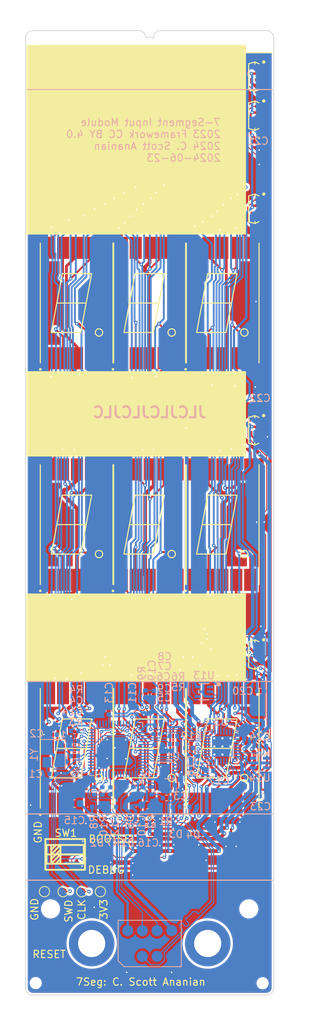
<source format=kicad_pcb>
(kicad_pcb (version 20240108) (generator "pcbnew") (generator_version "8.0")
  (title_block (title "Microcontroller Input Module") (date "2023-03-12") (rev "V2") (company "Framework Computer Inc") (comment 1 "https://frame.work") (comment 2 "https://github.com/FrameworkComputer/InputModules") (comment 3 "This work is licensed under a Creative Commons Attribution 4.0 International License"))
  (layers (0 "F.Cu" signal) (31 "B.Cu" signal) (34 "B.Paste" user) (35 "F.Paste" user) (36 "B.SilkS" user "B.Silkscreen") (37 "F.SilkS" user "F.Silkscreen") (38 "B.Mask" user) (39 "F.Mask" user) (44 "Edge.Cuts" user))
  (net 0 "")
  (net 1 "GND")
  (net 2 "/XIN")
  (net 3 "Net-(C2-Pad2)")
  (net 4 "+3V3")
  (net 5 "+1V1")
  (net 6 "+5V")
  (net 7 "/USB_DP")
  (net 8 "/USB_DN")
  (net 9 "/~{SLEEP}")
  (net 10 "/BOARD_ID")
  (net 11 "/BOOTSEL")
  (net 12 "/QSPI_SS")
  (net 13 "/XOUT")
  (net 14 "/SDB")
  (net 15 "Net-(U2-USB_DP)")
  (net 16 "/SWCLK")
  (net 17 "/SWD")
  (net 18 "/QSPI_SD1")
  (net 19 "/QSPI_SD2")
  (net 20 "/QSPI_SD0")
  (net 21 "/QSPI_SCLK")
  (net 22 "/QSPI_SD3")
  (net 23 "/RUN")
  (net 24 "/I2C1_SDA")
  (net 25 "/I2C1_SCL")
  (net 26 "+5VP")
  (net 27 "Net-(U2-USB_DM)")
  (net 28 "Net-(U3-ISET)")
  (net 29 "/Driver/CS0")
  (net 30 "/Driver/CS1")
  (net 31 "/Driver/CS2")
  (net 32 "/Driver/CS3")
  (net 36 "/NEOPIXEL_PWR")
  (net 37 "/Driver/CS4")
  (net 41 "/Driver/CS5")
  (net 42 "/Driver/CS6")
  (net 43 "/Driver/CS7")
  (net 49 "/DEBUG_SW")
  (net 61 "/Driver/LED_SW0")
  (net 62 "/Driver/LED_SW1")
  (net 63 "/Driver/LED_SW2")
  (net 64 "/Driver/LED_SW3")
  (net 65 "/Driver/LED_SW4")
  (net 66 "/Driver/LED_SW5")
  (net 67 "/Driver/LED_SW6")
  (net 68 "/Driver/LED_SW7")
  (net 69 "/Driver/LED_SW8")
  (net 77 "Net-(D6-DO)")
  (net 78 "Net-(D7-DO)")
  (net 79 "Net-(D8-DO)")
  (net 80 "Net-(D10-DIN)")
  (net 82 "/NEOPIXEL")
  (net 84 "/NEOPIXEL_3V3")
  (footprint "MountingHole:MountingHole_2.1mm" (layer "F.Cu") (at 80.42 169.3)
    (property "Reference" "H4" (hide yes))
    (property "Value" "MountingHole")
  )
  (footprint "LEDMatrix:SON_R10A1_VIS_mod_noholes" (layer "F.Cu") (at 76.81 87 90)
    (property "Reference" "U6")
    (property "Value" "VDMR10A1")
  )
  (footprint "TestPoint:TestPoint_Pad_D1.0mm" (layer "F.Cu") (at 57.658 166.9542 90)
    (property "Reference" "TP2" (hide yes))
    (property "Value" "TestPoint")
  )
  (footprint "LEDMatrix:SON_R10A1_VIS_mod_noholes" (layer "F.Cu") (at 66.91 117.1 90)
    (property "Reference" "U8")
    (property "Value" "VDMR10A1")
  )
  (footprint "LEDMatrix:SON_R10A1_VIS_mod_noholes" (layer "F.Cu") (at 57.01 87 90)
    (property "Reference" "U4")
    (property "Value" "VDMR10A1")
  )
  (footprint "Capacitor_SMD:C_0402_1005Metric" (layer "F.Cu") (at 81.7832 65.0264)
    (property "Reference" "C21")
    (property "Value" "100nF")
  )
  (footprint "MountingHole:MountingHole_2.1mm" (layer "F.Cu") (at 53.41 169.3)
    (property "Reference" "H3" (hide yes))
    (property "Value" "MountingHole")
  )
  (footprint "LEDMatrix:JLCPCB Tooling Hole" (layer "F.Cu") (at 82.5246 51.3842)
    (property "Reference" "H5")
    (property "Value" "Tooling Hole")
  )
  (footprint "Capacitor_SMD:C_0402_1005Metric" (layer "F.Cu") (at 81.7372 99.9236)
    (property "Reference" "C22")
    (property "Value" "100nF")
  )
  (footprint "LEDMatrix:JLCPCB Tooling Hole" (layer "F.Cu") (at 82.296 179.4002)
    (property "Reference" "H8")
    (property "Value" "Tooling Hole")
  )
  (footprint "LEDMatrix:SON_R10A1_VIS_mod_noholes" (layer "F.Cu") (at 57.01 117.1 90)
    (property "Reference" "U7")
    (property "Value" "VDMR10A1")
  )
  (footprint "TestPoint:TestPoint_Pad_D1.0mm" (layer "F.Cu") (at 55.118 166.9542 90)
    (property "Reference" "TP3" (hide yes))
    (property "Value" "TestPoint")
  )
  (footprint "LEDMatrix:JLCPCB Tooling Hole" (layer "F.Cu") (at 51.7398 51.435)
    (property "Reference" "H6")
    (property "Value" "Tooling Hole")
  )
  (footprint "TestPoint:TestPoint_Pad_D1.0mm" (layer "F.Cu") (at 52.578 166.9542 90)
    (property "Reference" "TP4" (hide yes))
    (property "Value" "TestPoint")
  )
  (footprint "LEDMatrix:WS2812B-4020" (layer "F.Cu") (at 81.25 134.75 90)
    (property "Reference" "D6")
    (property "Value" "WS2812B-4020")
  )
  (footprint "LEDMatrix:SON_R10A1_VIS_mod_noholes" (layer "F.Cu") (at 57.01 147.5 90)
    (property "Reference" "U10")
    (property "Value" "VDMR10A1")
  )
  (footprint "TestPoint:TestPoint_Pad_D1.0mm" (layer "F.Cu") (at 60.198 166.9542 90)
    (property "Reference" "TP1" (hide yes))
    (property "Value" "TestPoint")
  )
  (footprint "LEDMatrix:WS2812B-4020" (layer "F.Cu") (at 81.25 56.25 90)
    (property "Reference" "D10")
    (property "Value" "WS2812B-4020")
  )
  (footprint "LCSC:SW-SMD_4P_DSHP02TSGET" (layer "F.Cu") (at 55.4 161.9 -90)
    (property "Reference" "SW1")
    (property "Value" "DSHP02TSGET")
  )
  (footprint "LEDMatrix:SON_R10A1_VIS_mod_noholes" (layer "F.Cu") (at 76.81 147.5 90)
    (property "Reference" "U12")
    (property "Value" "VDMR10A1")
  )
  (footprint "LEDMatrix:SON_R10A1_VIS_mod_noholes" (layer "F.Cu") (at 66.91 147.5 90)
    (property "Reference" "U11")
    (property "Value" "VDMR10A1")
  )
  (footprint "LEDMatrix:SON_R10A1_VIS_mod_noholes" (layer "F.Cu") (at 76.81 117.1 90)
    (property "Reference" "U9")
    (property "Value" "VDMR10A1")
  )
  (footprint "LEDMatrix:WS2812B-4020" (layer "F.Cu") (at 81.25 74.2 90)
    (property "Reference" "D8")
    (property "Value" "WS2812B-4020")
  )
  (footprint "LEDMatrix:JLCPCB Tooling Hole" (layer "F.Cu") (at 51.3842 179.3748)
    (property "Reference" "H7")
    (property "Value" "Tooling Hole")
  )
  (footprint "LEDMatrix:WS2812B-4020" (layer "F.Cu") (at 81.24 104.29 90)
    (property "Reference" "D7")
    (property "Value" "WS2812B-4020")
  )
  (footprint "LEDMatrix:WS2812B-4020" (layer "F.Cu") (at 81.25 61.55 90)
    (property "Reference" "D9")
    (property "Value" "WS2812B-4020")
  )
  (footprint "LEDMatrix:SON_R10A1_VIS_mod_noholes" (layer "F.Cu") (at 66.91 87 90)
    (property "Reference" "U5")
    (property "Value" "VDMR10A1")
  )
  (footprint "Capacitor_SMD:C_0402_1005Metric" (layer "B.Cu") (at 68.06805 147.9518)
    (property "Reference" "C5")
    (property "Value" "100nF")
  )
  (footprint "Capacitor_SMD:C_0402_1005Metric" (layer "B.Cu") (at 68.06805 144.3958)
    (property "Reference" "C7")
    (property "Value" "100nF")
  )
  (footprint "InputModule:MountingHole_3.7mm_Pad_24929" (layer "B.Cu") (at 59.01 174 180)
    (property "Reference" "H1" (hide yes))
    (property "Value" "24929")
  )
  (footprint "Package_DFN_QFN:QFN-56-1EP_7x7mm_P0.4mm_EP3.2x3.2mm" (layer "B.Cu") (at 62.357 147.574 90)
    (property "Reference" "U2")
    (property "Value" "RP2040")
  )
  (footprint "Capacitor_SMD:C_0402_1005Metric" (layer "B.Cu") (at 82.3 147.2 180)
    (property "Reference" "C24")
    (property "Value" "100nF")
  )
  (footprint "Resistor_SMD:R_0402_1005Metric" (layer "B.Cu") (at 61.84505 155.4448 180)
    (property "Reference" "R7")
    (property "Value" "180k")
  )
  (footprint "Capacitor_SMD:C_0402_1005Metric" (layer "B.Cu") (at 82.0166 139.7)
    (property "Reference" "C20")
    (property "Value" "100nF")
  )
  (footprint "Capacitor_SMD:C_0402_1005Metric" (layer "B.Cu") (at 73.5584 148.971 90)
    (property "Reference" "C18")
    (property "Value" "100nF")
  )
  (footprint "Diode_SMD:D_0402_1005Metric" (layer "B.Cu") (at 64.6938 153.2382 -90)
    (property "Reference" "D5")
    (property "Value" "D_TVS")
  )
  (footprint "Resistor_SMD:R_0402_1005Metric" (layer "B.Cu") (at 69.215 154.2288 180)
    (property "Reference" "R1")
    (property "Value" "1k")
  )
  (footprint "Capacitor_SMD:C_0603_1608Metric" (layer "B.Cu") (at 66.5988 155.1908)
    (property "Reference" "C16")
    (property "Value" "10uF")
  )
  (footprint "Capacitor_SMD:C_0603_1608Metric" (layer "B.Cu") (at 56.6674 154.9908 180)
    (property "Reference" "C15")
    (property "Value" "10uF")
  )
  (footprint "Capacitor_SMD:C_0402_1005Metric" (layer "B.Cu") (at 68.06805 146.9358)
    (property "Reference" "C9")
    (property "Value" "100nF")
  )
  (footprint "Capacitor_SMD:C_0402_1005Metric" (layer "B.Cu") (at 67.5132 140.1318 -90)
    (property "Reference" "C19")
    (property "Value" "100nF")
  )
  (footprint "Capacitor_SMD:C_0402_1005Metric" (layer "B.Cu") (at 53.76 150.96 180)
    (property "Reference" "C1")
    (property "Value" "22pF")
  )
  (footprint "Diode_SMD:D_0402_1005Metric" (layer "B.Cu") (at 63.9826 155.448 180)
    (property "Reference" "D1")
    (property "Value" "D_TVS")
  )
  (footprint "InputModule:SON-8-1EP_3x2mm_P0.5mm_EP0.2x1.6mm" (layer "B.Cu") (at 68.95705 150.4918)
    (property "Reference" "U1")
    (property "Value" "W25Q16JVUXIQ ")
  )
  (footprint "Capacitor_SMD:C_0402_1005Metric" (layer "B.Cu") (at 75.0824 150.5458 180)
    (property "Reference" "C17")
    (property "Value" "1uF")
  )
  (footprint "LCSC:SOT-363_L2.0-W1.3-P0.65-LS2.1-BR" (layer "B.Cu") (at 81.9 149.48)
    (property "Reference" "U14")
    (property "Value" "SIP32431DR3-T1GE3")
  )
  (footprint "Resistor_SMD:R_0402_1005Metric" (layer "B.Cu") (at 67.1576 153.2382 -90)
    (property "Reference" "R2")
    (property "Value" "10k")
  )
  (footprint "Capacitor_SMD:C_0402_1005Metric" (layer "B.Cu") (at 67.9196 145.542)
    (property "Reference" "C6")
    (property "Value" "1uF")
  )
  (footprint "Resistor_SMD:R_0402_1005Metric" (layer "B.Cu") (at 59.3344 153.287 90)
    (property "Reference" "R8")
    (property "Value" "2k")
  )
  (footprint "Capacitor_SMD:C_0402_1005Metric" (layer "B.Cu") (at 65.1256 142.3924 90)
    (property "Reference" "C11")
    (property "Value" "100nF")
  )
  (footprint "Crystal:Crystal_SMD_3225-4Pin_3.2x2.5mm" (layer "B.Cu") (at 53.76 148.293 -90)
    (property "Reference" "Y1")
    (property "Value" "12.000MHz")
  )
  (footprint "InputModule:PogoPads_2x4_P2.0mm" (layer "B.Cu") (at 66.915 174 180)
    (property "Reference" "J1")
    (property "Value" "Conn_02x04_Odd_Even")
  )
  (footprint "Resistor_SMD:R_0402_1005Metric" (layer "B.Cu") (at 70.1548 146.9 180)
    (property "Reference" "R5")
    (property "Value" "27")
  )
  (footprint "Capacitor_SMD:C_0402_1005Metric" (layer "B.Cu") (at 82.4 154)
    (property "Reference" "C23")
    (property "Value" "1uF")
  )
  (footprint "Capacitor_SMD:C_0402_1005Metric" (layer "B.Cu") (at 53.76 145.626)
    (property "Reference" "C2")
    (property "Value" "22pF")
  )
  (footprint "Capacitor_SMD:C_0402_1005Metric" (layer "B.Cu") (at 65.9384 153.2382 -90)
    (property "Reference" "C10")
    (property "Value" "100nF")
  )
  (footprint "Capacitor_SMD:C_0402_1005Metric" (layer "B.Cu") (at 70.8406 152.5016)
    (property "Reference" "C3")
    (property "Value" "100nF")
  )
  (footprint "Package_DFN_QFN:Texas_RSN_WQFN-32-1EP_4x4mm_P0.4mm_EP2.8x2.8mm_ThermalVias" (layer "B.Cu") (at 76.8208 147.2296 -90)
    (property "Reference" "U3")
    (property "Value" "IS31FL3729-QFLS4-TR")
  )
  (footprint "InputModule:MountingHole_3.7mm_Pad_24929" (layer "B.Cu") (at 74.82 174 180)
    (property "Reference" "H2" (hide yes))
    (property "Value" "24929")
  )
  (footprint "Resistor_SMD:R_0402_1005Metric" (layer "B.Cu") (at 72.263 147.447 180)
    (property "Reference" "R12")
    (property "Value" "33k")
  )
  (footprint "Capacitor_SMD:C_0402_1005Metric" (layer "B.Cu") (at 61.341 142.395 90)
    (property "Reference" "C13")
    (property "Value" "100nF")
  )
  (footprint "Resistor_SMD:R_0402_1005Metric" (layer "B.Cu") (at 70.1548 145.8 180)
    (property "Reference" "R6")
    (property "Value" "27")
  )
  (footprint "Resistor_SMD:R_0402_1005Metric" (layer "B.Cu") (at 66.3194 140.1318 -90)
    (property "Reference" "R9")
    (property "Value" "100k")
  )
  (footprint "LCSC:SOT-353_L2.1-W1.3-P0.65-LS2.3-BR" (layer "B.Cu") (at 74.3 139.8)
    (property "Reference" "U13")
    (property "Value" "74LVC1G34GW,125")
  )
  (footprint "Capacitor_SMD:C_0402_1005Metric" (layer "B.Cu") (at 61.5696 153.2636 -90)
    (property "Reference" "C12")
    (property "Value" "100nF")
  )
  (footprint "Diode_SMD:D_0402_1005Metric" (layer "B.Cu") (at 72.8472 155.448)
    (property "Reference" "D4")
    (property "Value" "D_TVS")
  )
  (footprint "Resistor_SMD:R_0402_1005Metric" (layer "B.Cu") (at 60.452 153.289 90)
    (property "Reference" "R10")
    (property "Value" "2k")
  )
  (footprint "Capacitor_SMD:C_0402_1005Metric" (layer "B.Cu") (at 68.072 143.3322)
    (property "Reference" "C8")
    (property "Value" "1uF")
  )
  (footprint "Diode_SMD:D_0402_1005Metric" (layer "B.Cu") (at 59.55905 155.448)
    (property "Reference" "D2")
    (property "Value" "D_TVS")
  )
  (footprint "Capacitor_SMD:C_0402_1005Metric" (layer "B.Cu") (at 56.681 146.515 180)
    (property "Reference" "C4")
    (property "Value" "100nF")
  )
  (footprint "Diode_SMD:D_0402_1005Metric" (layer "B.Cu") (at 70.5104 155.448 180)
    (property "Reference" "D3")
    (property "Value" "D_TVS")
  )
  (footprint "Resistor_SMD:R_0402_1005Metric" (layer "B.Cu") (at 56.681 148.547)
    (property "Reference" "R3")
    (property "Value" "1k")
  )
  (footprint "Capacitor_SMD:C_0402_1005Metric" (layer "B.Cu") (at 56.681 147.531 180)
    (property "Reference" "C14")
    (property "Value" "100nF")
  )
  (footprint "Resistor_SMD:R_0402_1005Metric" (layer "B.Cu") (at 56.681 145.118)
    (property "Reference" "R4")
    (property "Value" "10k")
  )
  (gr_line (start 50.2 58) (end 83.625 58) (stroke (width 0.15)) (layer "B.SilkS"))
  (gr_line (start 50.2 138.4) (end 83.625 138.4) (stroke (width 0.15)) (layer "B.SilkS"))
  (gr_line (start 50.2 156.4) (end 83.625 156.4) (stroke (width 0.15)) (layer "B.SilkS"))
  (gr_line (start 50.2 165.4) (end 83.625 165.4) (stroke (width 0.15)) (layer "B.SilkS"))
  (gr_rect (start 50.1952 126.533) (end 79.9544 138.2776) (stroke (width 0.15)) (fill solid) (layer "F.SilkS"))
  (gr_rect (start 50.2 96.3324) (end 79.9592 107.7722) (stroke (width 0.15)) (fill solid) (layer "F.SilkS"))
  (gr_line (start 50.2 165.4) (end 83.625 165.4) (stroke (width 0.15)) (layer "F.SilkS"))
  (gr_line (start 50.2 53) (end 83.625 53) (stroke (width 0.15)) (layer "F.SilkS"))
  (gr_rect (start 50.2 52) (end 79.9592 77.6224) (stroke (width 0.15)) (fill solid) (layer "F.SilkS"))
  (gr_line (start 82.825 50) (end 68.365 50) (stroke (width 0.1)) (layer "Edge.Cuts"))
  (gr_line (start 83.825 51) (end 83.825 180) (stroke (width 0.1)) (layer "Edge.Cuts"))
  (gr_arc (start 65.46 50) (mid 66.096396 50.263604) (end 66.36 50.9) (stroke (width 0.1)) (layer "Edge.Cuts"))
  (gr_arc (start 51 181) (mid 50.292893 180.707107) (end 50 180) (stroke (width 0.1)) (layer "Edge.Cuts"))
  (gr_arc (start 82.825 50) (mid 83.532107 50.292893) (end 83.825 51) (stroke (width 0.1)) (layer "Edge.Cuts"))
  (gr_arc (start 66.614 50.9) (mid 66.487 51.027) (end 66.36 50.9) (stroke (width 0.1)) (layer "Edge.Cuts"))
  (gr_line (start 82.825 181) (end 51 181) (stroke (width 0.1)) (layer "Edge.Cuts"))
  (gr_arc (start 50 51) (mid 50.292893 50.292893) (end 51 50) (stroke (width 0.1)) (layer "Edge.Cuts"))
  (gr_line (start 50 180) (end 50 51) (stroke (width 0.1)) (layer "Edge.Cuts"))
  (gr_line (start 51 50) (end 65.46 50) (stroke (width 0.1)) (layer "Edge.Cuts"))
  (gr_arc (start 83.825 180) (mid 83.532107 180.707107) (end 82.825 181) (stroke (width 0.1)) (layer "Edge.Cuts"))
  (gr_arc (start 67.465 50.9) (mid 67.728604 50.263604) (end 68.365 50) (stroke (width 0.1)) (layer "Edge.Cuts"))
  (gr_line (start 66.614 50.9) (end 67.211 50.9) (stroke (width 0.1)) (layer "Edge.Cuts"))
  (gr_arc (start 67.465 50.9) (mid 67.338 51.027) (end 67.211 50.9) (stroke (width 0.1)) (layer "Edge.Cuts"))
  (gr_text "1" (at 66.294 152.2984 0) (layer "B.SilkS") (effects (font (size 0.8 0.8) (thickness 0.125)) (justify left bottom mirror)))
  (gr_text "1" (at 75.1586 144.526 0) (layer "B.SilkS") (effects (font (size 0.8 0.8)) (justify left bottom mirror)))
  (gr_text "1" (at 55.626 146.05 0) (layer "B.SilkS") (effects (font (size 0.8 0.8)) (justify left bottom mirror)))
  (gr_text "JLCJLCJLCJLC" (at 66.9 102.7176 0) (layer "B.SilkS") (effects (font (size 1.5 1.5) (thickness 0.3) (bold yes)) (justify bottom mirror)))
  (gr_text "1" (at 67.2592 151.638 0) (layer "B.SilkS") (effects (font (size 0.8 0.8) (thickness 0.125)) (justify left bottom mirror)))
  (gr_text "7-Segment Input Module\n2023 Framework CC BY 4.0\n2024 C. Scott Ananian\n2024-06-23" (at 76.6826 64.8716 -0) (layer "B.SilkS") (effects (font (size 1 1)) (justify left mirror)))
  (gr_text "CLK" (at 57.658 167.894 90) (layer "F.SilkS") (effects (font (size 1 1)) (justify right)))
  (gr_text "7Seg: C. Scott Ananian" (at 65.7 179.8 0) (layer "F.SilkS") (effects (font (size 1 1)) (justify bottom)))
  (gr_text "SWD" (at 55.88 167.9448 90) (layer "F.SilkS") (effects (font (size 1 1)) (justify right)))
  (gr_text "GND" (at 51.2318 167.7416 90) (layer "F.SilkS") (effects (font (size 1 1)) (justify right)))
  (gr_text "BOOTSEL" (at 58.5 159.8 0) (layer "F.SilkS") (effects (font (size 1 1)) (justify left)))
  (gr_text "DEBUG" (at 58.4 164 0) (layer "F.SilkS") (effects (font (size 1 1)) (justify left)))
  (gr_text "GND" (at 51.7 160.5 90) (layer "F.SilkS") (effects (font (size 1 1)) (justify left)))
  (gr_text "3V3" (at 60.6552 167.8686 90) (layer "F.SilkS") (effects (font (size 1 1)) (justify right)))
  (gr_text "RESET" (at 53.213 175.4632 0) (layer "F.SilkS") (effects (font (size 1 1))))
  (segment (start 83.2 132.2578) (end 83.2 117.43701) (width 0.127) (layer "F.Cu") (net 1))
  (segment (start 62.23 158.3182) (end 62.1792 158.2674) (width 0.254) (layer "F.Cu") (net 1))
  (segment (start 59.7408 144.802244) (end 59.9175 144.978944) (width 0.127) (layer "F.Cu") (net 1))
  (segment (start 83.2 132.2578) (end 82.6857 132.2578) (width 0.127) (layer "F.Cu") (net 1))
  (segment (start 77.9208 146.1296) (end 77.9208 146.127768) (width 0.127) (layer "F.Cu") (net 1))
  (segment (start 62.9245 145.3983) (end 61.108611 143.582411) (width 0.127) (layer "F.Cu") (net 1))
  (segment (start 65.278 158.3944) (end 70.1294 158.3944) (width 0.254) (layer "F.Cu") (net 1))
  (segment (start 66.3702 157.48) (end 67.120942 157.48) (width 0.3048) (layer "F.Cu") (net 1))
  (segment (start 81.9 57.525) (end 83.3 58.925) (width 0.127) (layer "F.Cu") (net 1))
  (segment (start 82.2632 65.0264) (end 82.2632 63.1882) (width 0.127) (layer "F.Cu") (net 1))
  (segment (start 83.225 75.475) (end 83.3 75.4) (width 0.127) (layer "F.Cu") (net 1))
  (segment (start 61.1124 146.304) (end 62.118167 146.304) (width 0.127) (layer "F.Cu") (net 1))
  (segment (start 81.024348 131.954652) (end 75.631323 131.954652) (width 0.254) (layer "F.Cu") (net 1))
  (segment (start 81.120001 136.874115) (end 81.120001 137.572853) (width 0.254) (layer "F.Cu") (net 1))
  (segment (start 69.9008 177.927) (end 63.7794 177.927) (width 0.127) (layer "F.Cu") (net 1))
  (segment (start 68.552 146.8856) (end 69.088 147.4216) (width 0.254) (layer "F.Cu") (net 1))
  (segment (start 61.108611 143.582411) (end 59.061605 143.582411) (width 0.127) (layer "F.Cu") (net 1))
  (segment (start 71.84076 158.3944) (end 73.065007 157.170153) (width 0.254) (layer "F.Cu") (net 1))
  (segment (start 59.9175 150.020422) (end 60.0325 150.135422) (width 0.127) (layer "F.Cu") (net 1))
  (segment (start 56.815592 150.236776) (end 56.815592 149.86342) (width 0.127) (layer "F.Cu") (net 1))
  (segment (start 68.427225 149.961975) (end 69.088 149.3012) (width 0.254) (layer "F.Cu") (net 1))
  (segment (start 62.118167 146.304) (end 62.9245 145.497667) (width 0.127) (layer "F.Cu") (net 1))
  (segment (start 77.9208 149.3208) (end 78.2 149.6) (width 0.127) (layer "F.Cu") (net 1))
  (segment (start 83.3 58.925) (end 83.3 63.3) (width 0.127) (layer "F.Cu") (net 1))
  (segment (start 75.631323 131.954652) (end 75.029946 131.353275) (width 0.254) (layer "F.Cu") (net 1))
  (segment (start 79.868412 148.6675) (end 79.2 147.999088) (width 0.381) (layer "F.Cu") (net 1))
  (segment (start 70.1294 158.3944) (end 71.84076 158.3944) (width 0.254) (layer "F.Cu") (net 1))
  (segment (start 78.2 149.6) (end 78.935912 149.6) (width 0.127) (layer "F.Cu") (net 1))
  (segment (start 55.6006 169.0878) (end 53.467 166.9542) (width 0.254) (layer "F.Cu") (net 1))
  (segment (start 81.9 136.025) (end 81.263558 136.661442) (width 0.127) (layer "F.Cu") (net 1))
  (segment (start 83.25 99.9236) (end 83.29 99.9636) (width 0.127) (layer "F.Cu") (net 1))
  (segment (start 65.984575 157.094375) (end 66.3702 157.48) (width 0.3048) (layer "F.Cu") (net 1))
  (segment (start 83.25 76.65) (end 83.25 99.9236) (width 0.127) (layer "F.Cu") (net 1))
  (segment (start 54.851486 150.836205) (end 54.1945 151.493191) (width 0.254) (layer "F.Cu") (net 1))
  (segment (start 62.9245 145.497667) (end 62.9245 145.3983) (width 0.127) (layer "F.Cu") (net 1))
  (segment (start 83.3 63.3) (end 82.825 62.825) (width 0.127) (layer "F.Cu") (net 1))
  (segment (start 83.15 106.825) (end 83.15 116.11299) (width 0.127) (layer "F.Cu") (net 1))
  (segment (start 82.5936 138.396168) (end 82.304574 138.107142) (width 0.254) (layer "F.Cu") (net 1))
  (segment (start 83.29 104.8224) (end 82.9564 105.156) (width 0.127) (layer "F.Cu") (net 1))
  (segment (start 56.1848 145.8468) (end 56.1848 144.546578) (width 0.254) (layer "F.Cu") (net 1))
  (segment (start 66.1132 143.831879) (end 65.448079 144.497) (width 0.254) (layer "F.Cu") (net 1))
  (segment (start 56.6674 177.927) (end 63.7794 177.927) (width 0.127) (layer "F.Cu") (net 1))
  (segment (start 56.769 149.816828) (end 56.815592 149.86342) (width 0.254) (layer "F.Cu") (net 1))
  (segment (start 79.2 147.999088) (end 79.2 147.261492) (width 0.381) (layer "F.Cu") (net 1))
  (segment (start 59.3598 169.0878) (end 55.64594 169.0878) (width 0.254) (layer "F.Cu") (net 1))
  (segment (start 79.2 147.261492) (end 79.601723 146.859769) (width 0.381) (layer "F.Cu") (net 1))
  (segment (start 62.1792 158.2674) (end 58.787616 158.2674) (width 0.254) (layer "F.Cu") (net 1))
  (segment (start 65.3034 152.0444) (end 65.3034 150.5458) (width 0.3048) (layer "F.Cu") (net 1))
  (segment (start 58.787616 158.2674) (end 58.213837 157.693621) (width 0.254) (layer "F.Cu") (net 1))
  (segment (start 68.552 145.4404) (end 68.552 146.8856) (width 0.254) (layer "F.Cu") (net 1))
  (segment (start 82.075 75.475) (end 83.25 76.65) (width 0.127) (layer "F.Cu") (net 1))
  (segment (start 74.169193 150.930807) (end 74.169193 149.939297) (width 0.254) (layer "F.Cu") (net 1))
  (segment (start 82.5474 105.565) (end 81.89 105.565) (width 0.127) (layer "F.Cu") (net 1))
  (segment (start 61.6376 150.9096) (end 63.6524 148.8948) (width 0.3048) (layer "F.Cu") (net 1))
  (segment (start 55.64594 169.0878) (end 54.707244 170.026496) (width 0.254) (layer "F.Cu") (net 1))
  (segment (start 68.552 144.057977) (end 68.802107 143.80787) (width 0.254) (layer "F.Cu") (net 1))
  (segment (start 80.898019 135.673019) (end 80.898019 134.888875) (width 0.127) (layer "F.Cu") (net 1))
  (segment (start 54.707244 173.261981) (end 54.707244 175.966844) (width 0.127) (layer "F.Cu") (net 1))
  (segment (start 61.5175 136.1675) (end 61.574761 136.224761) (width 0.254) (layer "F.Cu") (net 1))
  (segment (start 68.989077 145.4404) (end 68.552 145.4404) (width 0.127) (layer "F.Cu") (net 1))
  (segment (start 65.3034 150.5458) (end 63.6524 148.8948) (width 0.3048) (layer "F.Cu") (net 1))
  (segment (start 81.263558 136.730558) (end 78.568113 134.035113) (width 0.254) (layer "F.Cu") (net 1))
  (segment (start 68.552 145.4404) (end 68.552 144.057977) (width 0.254) (layer "F.Cu") (net 1))
  (segment (start 83.29 99.9636) (end 83.29 104.8224) (width 0.127) (layer "F.Cu") (net 1))
  (segment (start 83.3 63.4) (end 83.35 63.35) (width 0.127) (layer "F.Cu") (net 1))
  (segment (start 82.9161 105.1963) (end 82.5474 105.565) (width 0.127) (layer "F.Cu") (net 1))
  (segment (start 81.506379 144.339) (end 82.5936 143.251779) (width 0.254) (layer "F.Cu") (net 1))
  (segment (start 82.5936 143.251779) (end 82.5936 138.396168) (width 0.254) (layer "F.Cu") (net 1))
  (segment (start 68.3 157.0736) (end 70.1294 157.0736) (width 0.3048) (layer "F.Cu") (net 1))
  (segment (start 82.2172 99.9236) (end 83.25 99.9236) (width 0.127) (layer "F.Cu") (net 1))
  (segment (start 78.935912 149.6) (end 79.868412 148.6675) (width 0.127) (layer "F.Cu") (net 1))
  (segment (start 82.0674 130.9116) (end 81.024348 131.954652) (width 0.254) (layer "F.Cu") (net 1))
  (segment (start 56.1848 144.546578) (end 55.959127 144.320905) (width 0.254) (layer "F.Cu") (net 1))
  (segment (start 83.3 75.4) (end 83.3 63.4) (width 0.127) (layer "F.Cu") (net 1))
  (segment (start 81.9 75.475) (end 82.075 75.475) (width 0.127) (layer "F.Cu") (net 1))
  (segment (start 54.1945 151.493191) (end 54.1945 151.891932) (width 0.254) (layer "F.Cu") (net 1))
  (segment (start 56.1848 145.8468) (end 56.769 146.431) (width 0.254) (layer "F.Cu") (net 1))
  (segment (start 82.2632 65.7934) (end 82.2632 65.0264) (width 0.127) (layer "F.Cu") (net 1))
  (segment (start 59.3598 169.0878) (end 55.6006 169.0878) (width 0.254) (layer "F.Cu") (net 1))
  (segment (start 78.568113 134.035113) (end 75.239611 134.035113) (width 0.254) (layer "F.Cu") (net 1))
  (segment (start 82.6857 132.2578) (end 82.5841 132.1562) (width 0.127) (layer "F.Cu") (net 1))
  (segment (start 67.527342 157.0736) (end 68.3 157.0736) (width 0.3048) (layer "F.Cu") (net 1))
  (segment (start 59.9175 147.2) (end 59.9175 150.020422) (width 0.127) (layer "F.Cu") (net 1))
  (segment (start 81.263558 136.730558) (end 81.120001 136.874115) (width 0.254) (layer "F.Cu") (net 1))
  (segment (start 73.737751 136.224761) (end 73.7664 136.196112) (width 0.254) (layer "F.Cu") (net 1))
  (segment (start 62.3062 158.3944) (end 62.23 158.3182) (width 0.254) (layer "F.Cu") (net 1))
  (segment (start 83.15 116.11299) (end 82.51299 116.75) (width 0.127) (layer "F.Cu") (net 1))
  (segment (start 65.278 158.3944) (end 62.3062 158.3944) (width 0.254) (layer "F.Cu") (net 1))
  (segment (start 83.35 63.35) (end 83.3 63.3) (width 0.127) (layer "F.Cu") (net 1))
  (segment (start 56.769 146.431) (end 56.769 149.816828) (width 0.254) (layer "F.Cu") (net 1))
  (segment (start 83.2 135.2146) (end 83.2 132.2578) (width 0.127) (layer "F.Cu") (net 1))
  (segment (start 54.707244 170.026496) (end 54.707244 173.261981) (width 0.254) (layer "F.Cu") (net 1))
  (segment (start 59.061605 143.582411) (end 59.7408 144.261606) (width 0.127) (layer "F.Cu") (net 1))
  (segment (start 73.370151 157.170153) (end 74.3 158.100002) (width 0.254) (layer "F.Cu") (net 1))
  (segment (start 81.263558 136.661442) (end 81.263558 136.730558) (width 0.127) (layer "F.Cu") (net 1))
  (segment (start 65.7606 150.662718) (end 65.420318 150.662718) (width 0.3048) (layer "F.Cu") (net 1))
  (segment (start 81.9 75.475) (end 83.225 75.475) (width 0.127) (layer "F.Cu") (net 1))
  (segment (start 59.9175 144.978944) (end 59.9175 147.2) (width 0.127) (layer "F.Cu") (net 1))
  (segment (start 81.89 105.565) (end 83.15 106.825) (width 0.127) (layer "F.Cu") (net 1))
  (segment (start 81.9 136.025) (end 81.25 136.025) (width 0.127) (layer "F.Cu") (net 1))
  (segment (start 57.7045 151.125684) (end 56.815592 150.236776) (width 0.127) (layer "F.Cu") (net 1))
  (segment (start 54.1945 151.891932) (end 54.902568 152.6) (width 0.254) (layer "F.Cu") (net 1))
  (segment (start 81.9 136.025) (end 82.3896 136.025) (width 0.127) (layer "F.Cu") (net 1))
  (segment (start 69.088 149.3012) (end 69.088 147.4216) (width 0.254) (layer "F.Cu") (net 1))
  (segment (start 64.466006 157.094375) (end 64.3008 156.929169) (width 0.3048) (layer "F.Cu") (net 1))
  (segment (start 54.707244 175.966844) (end 56.6674 177.927) (width 0.127) (layer "F.Cu") (net 1))
  (segment (start 75.029946 131.353275) (end 74.452445 131.353275) (width 0.254) (layer "F.Cu") (net 1))
  (segment (start 81.120001 137.572853) (end 81.65429 138.107142) (width 0.254) (layer "F.Cu") (net 1))
  (segment (start 73.065007 157.170153) (end 73.370151 157.170153) (width 0.254) (layer "F.Cu") (net 1))
  (segment (start 81.65429 138.107142) (end 82.304574 138.107142) (width 0.254) (layer "F.Cu") (net 1))
  (segment (start 53.467 166.9542) (end 52.578 166.9542) (width 0.254) (layer "F.Cu") (net 1))
  (segment (start 74.452445 131.353275) (end 74.389244 131.290074) (width 0.254) (layer "F.Cu") (net 1))
  (segment (start 65.984575 157.094375) (end 64.466006 157.094375) (width 0.3048) (layer "F.Cu") (net 1))
  (segment (start 82.2632 63.1882) (end 81.9 62.825) (width 0.127) (layer "F.Cu") (net 1))
  (segment (start 82.3896 136.025) (end 83.2 135.2146) (width 0.127) (layer "F.Cu") (net 1))
  (segment (start 68.995582 145.433895) (end 68.989077 145.4404) (width 0.127) (layer "F.Cu") (net 1))
  (segment (start 82.825 62.825) (end 81.9 62.825) (width 0.127) (layer "F.Cu") (net 1))
  (segment (start 77.9208 148.3296) (end 77.9208 149.3208) (width 0.127) (layer "F.Cu") (net 1))
  (segment (start 65.420318 150.662718) (end 65.3034 150.5458) (width 0.3048) (layer "F.Cu") (net 1))
  (segment (start 83.2 117.43701) (end 82.51299 116.75) (width 0.127) (layer "F.Cu") (net 1))
  (segment (start 81.8388 66.2178) (end 82.2632 65.7934) (width 0.127) (layer "F.Cu") (net 1))
  (segment (start 61.574761 136.224761) (end 73.737751 136.224761) (width 0.254) (layer "F.Cu") (net 1))
  (segment (start 81.25 136.025) (end 80.898019 135.673019) (width 0.127) (layer "F.Cu") (net 1))
  (segment (start 77.9208 146.127768) (end 78.6978 145.350768) (width 0.127) (layer "F.Cu") (net 1))
  (segment (start 67.120942 157.48) (end 67.527342 157.0736) (width 0.3048) (layer "F.Cu") (net 1))
  (segment (start 66.1132 142.9) (end 66.1132 143.831879) (width 0.254) (layer "F.Cu") (net 1))
  (segment (start 57.7045 151.46483) (end 57.7045 151.125684) (width 0.127) (layer "F.Cu") (net 1))
  (segment (start 59.7408 144.261606) (end 59.7408 144.802244) (width 0.127) (layer "F.Cu") (net 1))
  (via (at 73.7664 136.196112) (size 0.5) (drill 0.2) (layers "F.Cu" "B.Cu") (net 1))
  (via (at 70.1294 157.0736) (size 0.5) (drill 0.2) (layers "F.Cu" "B.Cu") (net 1))
  (via (at 56.1848 145.8468) (size 0.5) (drill 0.2) (layers "F.Cu" "B.Cu") (net 1))
  (via (at 54.902568 152.6) (size 0.5) (drill 0.2) (layers "F.Cu" "B.Cu") (net 1))
  (via (at 63.6524 148.8948) (size 0.5) (drill 0.2) (layers "F.Cu" "B.Cu") (net 1))
  (via (at 65.7606 150.662718) (size 0.5) (drill 0.2) (layers "F.Cu" "B.Cu") (net 1))
  (via (at 79.2 157.5) (size 0.5) (drill 0.2) (layers "F.Cu" "B.Cu") (net 1))
  (via (at 82.304574 138.107142) (size 0.5) (drill 0.2) (layers "F.Cu" "B.Cu") (net 1))
  (via (at 65.278 158.3944) (size 0.5) (drill 0.2) (layers "F.Cu" "B.Cu") (net 1))
  (via (at 73.6 160.6) (size 0.5) (drill 0.2) (layers "F.Cu" "B.Cu") (net 1))
  (via (at 50.7 155.2) (size 0.5) (drill 0.2) (layers "F.Cu" "B.Cu") (net 1))
  (via (at 74.3 158.100002) (size 0.5) (drill 0.2) (layers "F.Cu" "B.Cu") (net 1))
  (via (at 61.6 163) (size 0.5) (drill 0.2) (layers "F.Cu" "B.Cu") (net 1))
  (via (at 74.389244 131.290074) (size 0.5) (drill 0.2) (layers "F.Cu" "B.Cu") (net 1))
  (via (at 57.7 163.5) (size 0.5) (drill 0.2) (layers "F.Cu" "B.Cu") (net 1))
  (via (at 63.8556 158.3182) (size 0.5) (drill 0.2) (layers "F.Cu" "B.Cu") (net 1))
  (via (at 59.9175 147.2) (size 0.5) (drill 0.2) (layers "F.Cu" "B.Cu") (net 1))
  (via (at 78.7 160.8) (size 0.5) (drill 0.2) (layers "F.Cu" "B.Cu") (net 1))
  (via (at 75.239611 134.035113) (size 0.5) (drill 0.2) (layers "F.Cu" "B.Cu") (net 1))
  (via (at 81.4832 116.7638) (size 0.5) (drill 0.2) (layers "F.Cu" "B.Cu") (net 1))
  (via (at 71.3118 145.9) (size 0.5) (drill 0.2) (layers "F.Cu" "B.Cu") (net 1))
  (via (at 55.959127 144.320905) (size 0.5) (drill 0.2) (layers "F.Cu" "B.Cu") (net 1))
  (via (at 66.1132 142.9) (size 0.5) (drill 0.2) (layers "F.Cu" "B.Cu") (net 1))
  (via (at 60.0325 150.135422) (size 0.5) (drill 0.2) (layers "F.Cu" "B.Cu") (net 1))
  (via (at 79.868412 148.6675) (size 0.5) (drill 0.2) (layers "F.Cu" "B.Cu") (net 1))
  (via (at 65.448079 144.497) (size 0.5) (drill 0.2) (layers "F.Cu" "B.Cu") (net 1))
  (via (at 65.984575 157.094375) (size 0.5) (drill 0.2) (layers "F.Cu" "B.Cu") (net 1))
  (via (at 82.9564 105.156) (size 0.5) (drill 0.2) (layers "F.Cu" "B.Cu") (net 1))
  (via (at 65.2 160.7) (size 0.5) (drill 0.2) (layers "F.Cu" "B.Cu") (net 1))
  (via (at 70.2 160.6) (size 0.5) (drill 0.2) (layers "F.Cu" "B.Cu") (net 1))
  (via (at 82.51299 116.75) (size 0.5) (drill 0.2) (layers "F.Cu" "B.Cu") (net 1))
  (via (at 68.427225 149.961975) (size 0.5) (drill 0.2) (layers "F.Cu" "B.Cu") (net 1))
  (via (at 55.6 163.1) (size 0.5) (drill 0.2) (layers "F.Cu" "B.Cu") (net 1))
  (via (at 81.8388 68.1736) (size 0.5) (drill 0.2) (layers "F.Cu" "B.Cu") (net 1))
  (via (at 68.3 160.7) (size 0.5) (drill 0.2) (layers "F.Cu" "B.Cu") (net 1))
  (via (at 62.1792 147.4216) (size 0.5) (drill 0.2) (layers "F.Cu" "B.Cu") (net 1))
  (via (at 57.8 160.1) (size 0.5) (drill 0.2) (layers "F.Cu" "B.Cu") (net 1))
  (via (at 71.251 150.7236) (size 0.5) (drill 0.2) (layers "F.Cu" "B.Cu") (net 1))
  (via (at 61.5175 136.1675) (size 0.5) (drill 0.2) (layers "F.Cu" "B.Cu") (net 1))
  (via (at 73.065007 157.170153) (size 0.5) (drill 0.2) (layers "F.Cu" "B.Cu") (net 1))
  (via (at 64.6 163.1) (size 0.5) (drill 0.2) (layers "F.Cu" "B.Cu") (net 1))
  (via (at 70.1294 158.3944) (size 0.5) (drill 0.2) (layers "F.Cu" "B.Cu") (net 1))
  (via (at 64.3008 156.929169) (size 0.5) (drill 0.2) (layers "F.Cu" "B.Cu") (net 1))
  (via (at 68.802107 143.80787) (size 0.5) (drill 0.2) (layers "F.Cu" "B.Cu") (net 1))
  (via (at 63.6524 146.3294) (size 0.5) (drill 0.2) (layers "F.Cu" "B.Cu") (net 1))
  (via (at 59.3598 169.0878) (size 0.5) (drill 0.2) (layers "F.Cu" "B.Cu") (net 1))
  (via (at 80.898019 134.888875) (size 0.5) (drill 0.2) (layers "F.Cu" "B.Cu") (net 1))
  (via (at 60.5 136.2) (size 0.5) (drill 0.2) (layers "F.Cu" "B.Cu") (net 1))
  (via (at 60.35 158.2674) (size 0.5) (drill 0.2) (layers "F.Cu" "B.Cu") (net 1))
  (via (at 56.815592 149.86342) (size 0.5) (drill 0.2) (layers "F.Cu" "B.Cu") (net 1))
  (via (at 64.6 164.7) (size 0.5) (drill 0.2) (layers "F.Cu" "B.Cu") (net 1))
  (via (at 52.5018 145.6182) (size 0.5) (drill 0.2) (layers "F.Cu" "B.Cu") (net 1))
  (via (at 61.1124 148.8694) (size 0.5) (drill 0.2) (layers "F.Cu" "B.Cu") (net 1))
  (via (at 63.7794 177.927) (size 0.5) (drill 0.2) (layers "F.Cu" "B.Cu") (net 1))
  (via (at 54.560458 144.437899) (size 0.5) (drill 0.2) (layers "F.Cu" "B.Cu") (net 1))
  (via (at 81.2967 98.3996) (size 0.5) (drill 0.2) (layers "F.Cu" "B.Cu") (net 1))
  (via (at 68.995582 145.433895) (size 0.5) (drill 0.2) (layers "F.Cu" "B.Cu") (net 1))
  (via (at 82.0674 130.9116) (size 0.5) (drill 0.2) (layers "F.Cu" "B.Cu") (net 1))
  (via (at 79.601723 146.859769) (size 0.5) (drill 0.2) (layers "F.Cu" "B.Cu") (net 1))
  (via (at 77.3 160.8) (size 0.5) (drill 0.2) (layers "F.Cu" "B.Cu") (net 1))
  (via (at 69.9008 177.927) (size 0.5) (drill 0.2) (layers "F.Cu" "B.Cu") (net 1))
  (via (at 68.3 157.0736) (size 0.5) (drill 0.2) (layers "F.Cu" "B.Cu") (net 1))
  (via (at 75.8 157.5) (size 0.5) (drill 0.2) (layers "F.Cu" "B.Cu") (net 1))
  (via (at 59.061605 143.582411) (size 0.5) (drill 0.2) (layers "F.Cu" "B.Cu") (net 1))
  (via (at 54.851486 150.836205) (size 0.5) (drill 0.2) (layers "F.Cu" "B.Cu") (net 1))
  (via (at 57.7045 151.46483) (size 0.5) (drill 0.2) (layers "F.Cu" "B.Cu") (net 1))
  (via (at 81.3983 86.7918) (size 0.5) (drill 0.2) (layers "F.Cu" "B.Cu") (net 1))
  (via (at 74.6 162.7) (size 0.5) (drill 0.2) (layers "F.Cu" "B.Cu") (net 1))
  (via (at 62.23 158.3182) (size 0.5) (drill 0.2) (layers "F.Cu" "B.Cu") (net 1))
  (via (at 82.5841 132.1562) (size 0.5) (drill 0.2) (layers "F.Cu" "B.Cu") (net 1))
  (via (at 69.088 147.4216) (size 0.5) (drill 0.2) (layers "F.Cu" "B.Cu") (net 1))
  (via (at 58.213837 157.693621) (size 0.5) (drill 0.2) (layers "F.Cu" "B.Cu") (net 1))
  (via (at 81.8388 66.2178) (size 0.5) (drill 0.2) (layers "F.Cu" "B.Cu") (net 1))
  (via (at 65.3034 152.0444) (size 0.5) (drill 0.2) (layers "F.Cu" "B.Cu") (net 1))
  (via (at 78.6978 145.350768) (size 0.5) (drill 0.2) (layers "F.Cu" "B.Cu") (net 1))
  (via (at 71.3896 153.024084) (size 0.5) (drill 0.2) (layers "F.Cu" "B.Cu") (net 1))
  (via (at 74.169193 149.939297) (size 0.5) (drill 0.2) (layers "F.Cu" "B.Cu") (net 1))
  (via (at 57.6072 137.2616) (size 0.5) (drill 0.2) (layers "F.Cu" "B.Cu") (net 1))
  (via (at 61.6 164.5) (size 0.5) (drill 0.2) (layers "F.Cu" "B.Cu") (net 1))
  (via (at 61.1124 146.304) (size 0.5) (drill 0.2) (layers "F.Cu" "B.Cu") (net 1))
  (via (at 81.506379 144.339) (size 0.5) (drill 0.2) (layers "F.Cu" "B.Cu") (net 1))
  (via (at 51.855 150.749119) (size 0.5) (drill 0.2) (layers "F.Cu" "B.Cu") (net 1))
  (segment (start 68.60973 143.80787) (end 68.802107 143.80787) (width 0.254) (layer "B.Cu") (net 1))
  (segment (start 67.4497 142.2299) (end 67.6122 142.3924) (width 0.127) (layer "B.Cu") (net 1))
  (segment (start 57.6326 137.2616) (end 60.9092 133.985) (width 0.127) (layer "B.Cu") (net 1))
  (segment (start 68.54805 146.9358) (end 68.54805 147.3708) (width 0.3048) (layer "B.Cu") (net 1))
  (segment (start 67.3738 155.705151) (end 67.3738 155.1908) (width 0.254) (layer "B.Cu") (net 1))
  (segment (start 60.9092 133.985) (end 61.1632 133.985) (width 0.127) (layer "B.Cu") (net 1))
  (segment (start 55.8924 154.9908) (end 55.8924 153.589832) (width 0.254) (layer "B.Cu") (net 1))
  (segment (start 82.88 154) (end 82.88 151.32) (width 0.127) (layer "B.Cu") (net 1))
  (segment (start 78.6978 145.350768) (end 78.8083 145.461268) (width 0.127) (layer "B.Cu") (net 1))
  (segment (start 62.2554 135.0772) (end 61.5175 135.8151) (width 0.127) (layer "B.Cu") (net 1))
  (segment (start 64.6077 145.9923) (end 64.6077 145.337379) (width 0.127) (layer "B.Cu") (net 1))
  (segment (start 65.762718 150.662718) (end 66.8 151.7) (width 0.3048) (layer "B.Cu") (net 1))
  (segment (start 82.51299 116.75) (end 81.497 116.75) (width 0.127) (layer "B.Cu") (net 1))
  (segment (start 81.4832 116.7638) (end 82.0674 117.348) (width 0.127) (layer "B.Cu") (net 1))
  (segment (start 59.3598 169.0878) (end 59.2836 169.0116) (width 0.254) (layer "B.Cu") (net 1))
  (segment (start 74.169193 149.939297) (end 74.10879 149.9997) (width 0.254) (layer "B.Cu") (net 1))
  (segment (start 65.278 158.3944) (end 65.278 157.800951) (width 0.254) (layer "B.Cu") (net 1))
  (segment (start 71.3486 149.24741) (end 71.3486 150.7236) (width 0.3048) (layer "B.Cu") (net 1))
  (segment (start 71.753 146.553) (end 71.753 147.447) (width 0.127) (layer "B.Cu") (net 1))
  (segment (start 63.8556 158.3182) (end 64.0762 158.0976) (width 0.3048) (layer "B.Cu") (net 1))
  (segment (start 80 113.198225) (end 80 110.4) (width 0.127) (layer "B.Cu") (net 1))
  (segment (start 64.0762 156.0266) (end 63.4976 155.448) (width 0.3048) (layer "B.Cu") (net 1))
  (segment (start 70.1294 155.552) (end 70.0254 155.448) (width 0.254) (layer "B.Cu") (net 1))
  (segment (start 55.681622 144.0434) (end 55.959127 144.320905) (width 0.254) (layer "B.Cu") (net 1))
  (segment (start 68.3996 145.542) (end 68.507705 145.433895) (width 0.127) (layer "B.Cu") (net 1))
  (segment (start 54.902568 152.6) (end 55.331168 152.1714) (width 0.127) (layer "B.Cu") (net 1))
  (segment (start 82.88 151.32) (end 82.9 151.3) (width 0.127) (layer "B.Cu") (net 1))
  (segment (start 55.4736 145.7876) (end 56.201 146.515) (width 0.254) (layer "B.Cu") (net 1))
  (segment (start 64.0762 158.0976) (end 64.0762 156.0266) (width 0.3048) (layer "B.Cu") (net 1))
  (segment (start 61.341 141.915) (end 62.187 142.761) (width 0.254) (layer "B.Cu") (net 1))
  (segment (start 81.4832 114.681425) (end 80 113.198225) (width 0.127) (layer "B.Cu") (net 1))
  (segment (start 55.4736 144.0434) (end 55.681622 144.0434) (width 0.254) (layer "B.Cu") (net 1))
  (segment (start 55.331168 152.1714) (end 56.99793 152.1714) (width 0.127) (layer "B.Cu") (net 1))
  (segment (start 61.341 136.344) (end 61.5175 136.1675) (width 0.254) (layer "B.Cu") (net 1))
  (segment (start 61.5175 136.1675) (end 60.5325 136.1675) (width 0.127) (layer "B.Cu") (net 1))
  (segment (start 82.7532 134.9248) (end 81.9 134.9248) (width 0.127) (layer "B.Cu") (net 1))
  (segment (start 70.8 153.0222) (end 70.8 154.6734) (width 0.254) (layer "B.Cu") (net 1))
  (segment (start 63.7794 177.5714) (end 63.915 177.4358) (width 0.127) (layer "B.Cu") (net 1))
  (segment (start 75.311 134.0358) (end 75.240298 134.0358) (width 0.254) (layer "B.Cu") (net 1))
  (segment (start 68.125314 151.7) (end 68.95705 150.868264) (width 0.3048) (layer "B.Cu") (net 1))
  (segment (start 76.999998 160.8) (end 77.3 160.8) (width 0.127) (layer "B.Cu") (net 1))
  (segment (start 59.744778 150.135422) (end 58.41537 151.46483) (width 0.127) (layer "B.Cu") (net 1))
  (segment (start 60.04725 155.4448) (end 60.04405 155.448) (width 0.3048) (layer "B.Cu") (net 1))
  (segment (start 61.5175 135.8151) (end 61.5175 136.1675) (width 0.127) (layer "B.Cu") (net 1))
  (segment (start 83.2 157.2) (end 79.6 160.8) (width 0.127) (layer "B.Cu") (net 1))
  (segment (start 81.9 149.18) (end 82.2 149.48) (width 0.127) (layer "B.Cu") (net 1))
  (segment (start 52.91 147.593) (end 52.91 147.193) (width 0.3048) (layer "B.Cu") (net 1))
  (segment (start 52.566381 151.4605) (end 51.855 150.749119) (width 0.127) (layer "B.Cu") (net 1))
  (segment (start 70.1294 158.3944) (end 70.1294 155.552) (width 0.254) (layer "B.Cu") (net 1))
  (segment (start 65.278 153.7232) (end 65.3034 153.6978) (width 0.3048) (layer "B.Cu") (net 1))
  (segment (start 71.3206 152.5016) (end 70.8 153.0222) (width 0.254) (layer "B.Cu") (net 1))
  (segment (start 68.54805 147.3708) (end 68.54805 147.9518) (width 0.3048) (layer "B.Cu") (net 1))
  (segment (start 65.1256 141.9124) (end 66.1132 142.9) (width 0.254) (layer "B.Cu") (net 1))
  (segment (start 54.851486 150.836205) (end 54.989781 150.9745) (width 0.254) (layer "B.Cu") (net 1))
  (segment (start 68.552 143.8656) (end 68.60973 143.80787) (width 0.254) (layer "B.Cu") (net 1))
  (segment (start 63.4976 154.9194) (end 64.6938 153.7232) (width 0.3048) (layer "B.Cu") (net 1))
  (segment (start 69.0372 147.3708) (end 69.088 147.4216) (width 0.254) (layer "B.Cu") (net 1))
  (segment (start 63.915 177.4358) (end 63.915 175.75) (width 0.127) (layer "B.Cu") (net 1))
  (segment (start 78.4606 161.9606) (end 77.3 160.8) (width 0.127) (layer "B.Cu") (net 1))
  (segment (start 79.868412 148.9194) (end 79.868412 148.6675) (width 0.254) (layer "B.Cu") (net 1))
  (segment (start 67.4832 140.6418) (end 67.5132 140.6118) (width 0.127) (layer "B.Cu") (net 1))
  (segment (start 56.280032 144) (end 55.959127 144.320905) (width 0.254) (layer "B.Cu") (net 1))
  (segment (start 55.8924 155.7906) (end 57.795421 157.693621) (width 0.254) (layer "B.Cu") (net 1))
  (segment (start 55.4736 144.0434) (end 55.4736 145.7876) (width 0.254) (layer "B.Cu") (net 1))
  (segment (start 58.094573 143.562406) (end 57.656979 144) (width 0.254) (layer "B.Cu") (net 1))
  (segment (start 56.201 146.515) (end 56.201 147.531) (width 0.254) (layer "B.Cu") (net 1))
  (segment (start 81.9 149.48) (end 81 149.48) (width 0.381) (layer "B.Cu") (net 1))
  (segment (start 68.95705 150.4918) (end 68.95705 150.491776) (width 0.3048) (layer "B.Cu") (net 1))
  (segment (start 67.66955 149.7418) (end 68.20705 149.7418) (width 0.3048) (layer "B.Cu") (net 1))
  (segment (start 81.9 134.9248) (end 80.933944 134.9248) (width 0.127) (layer "B.Cu") (net 1))
  (segment (start 81.9 148.699) (end 81.9 149.18) (width 0.127) (layer "B.Cu") (net 1))
  (segment (start 73.7664 136.644455) (end 73.7664 136.196112) (width 0.254) (layer "B.Cu") (net 1))
  (segment (start 69.9008 177.927) (end 78.4606 177.927) (width 0.127) (layer "B.Cu") (net 1))
  (segment (start 82.296 132.1562) (end 82.5841 132.1562) (width 0.127) (layer "B.Cu") (net 1))
  (segment (start 62.187 142.761) (end 63.731369 142.761) (width 0.254) (layer "B.Cu") (net 1))
  (segment (start 80 110.4) (end 81.3725 109.0275) (width 0.127) (layer "B.Cu") (net 1))
  (segment (start 63.6524 146.3294) (end 64.2706 146.3294) (width 0.127) (layer "B.Cu") (net 1))
  (segment (start 63.4976 155.448) (end 63.4976 154.9194) (width 0.3048) (layer "B.Cu") (net 1))
  (segment (start 52.91 145.996) (end 53.28 145.626) (width 0.3048) (layer "B.Cu") (net 1))
  (segment (start 74.643329 131.325894) (end 74.607509 131.290074) (width 0.254) (layer "B.Cu") (net 1))
  (segment (start 60.0325 150.135422) (end 59.744778 150.135422) (width 0.127) (layer "B.Cu") (net 1))
  (segment (start 82.7532 132.3253) (end 82.7532 134.9248) (width 0.127) (layer "B.Cu") (net 1))
  (segment (start 81.9 150.515) (end 82.685 151.3) (width 0.381) (layer "B.Cu") (net 1))
  (segment (start 73.5584 148.491) (end 73.00097 148.491) (width 0.127) (layer "B.Cu") (net 1))
  (segment (start 71.3 145.6) (end 71.3 145.9) (width 0.127) (layer "B.Cu") (net 1))
  (segment (start 81.4832 116.7638) (end 81.4832 114.681425) (width 0.127) (layer "B.Cu") (net 1))
  (segment (start 62.23 156.848821) (end 61.33505 155.953871) (width 0.254) (layer "B.Cu") (net 1))
  (segment (start 75.311 134.0358) (end 75.311 134.651512) (width 0.254) (layer "B.Cu") (net 1))
  (segment (start 80.01 146.451492) (end 79.601723 146.859769) (width 0.127) (layer "B.Cu") (net 1))
  (segment (start 56.99793 152.1714) (end 57.7045 151.46483) (width 0.127) (layer "B.Cu") (net 1))
  (segment (start 65.7606 150.662718) (end 65.762718 150.662718) (width 0.3048) (layer "B.Cu") (net 1))
  (segment (start 52.5096 145.626) (end 52.5018 145.6182) (width 0.3048) (layer "B.Cu") (net 1))
  (segment (start 57.656979 144) (end 56.280032 144) (width 0.254) (layer "B.Cu") (net 1))
  (segment (start 74.1313 149.0639) (end 73.5584 148.491) (width 0.127) (layer "B.Cu") (net 1))
  (segment (start 60.5325 136.1675) (end 60.5 136.2) (width 0.127) (layer "B.Cu") (net 1))
  (segment (start 55.8924 153.589832) (end 54.902568 152.6) (width 0.254) (layer "B.Cu") (net 1))
  (segment (start 59.2836 158.763384) (end 58.213837 157.693621) (width 0.254) (layer "B.Cu") (net 1))
  (segment (start 81.506379 144.339) (end 80.015779 145.8296) (width 0.127) (layer "B.Cu") (net 1))
  (segment (start 71.3206 151.985404) (end 71.3206 152.5016) (width 0.3048) (layer "B.Cu") (net 1))
  (segment (start 82.0674 117.348) (end 82.0674 130.9116) (width 0.127) (layer "B.Cu") (net 1))
  (segment (start 65.9334 153.7232) (end 65.9384 153.7182) (width 0.3048) (layer "B.Cu") (net 1))
  (segment (start 71.3 145.9) (end 71.3 146.1) (width 0.127) (layer "B.Cu") (net 1))
  (segment (start 61.33505 155.4448) (end 60.04725 155.4448) (width 0.3048) (layer "B.Cu") (net 1))
  (segment (start 65.9384 153.7182) (end 65.9384 153.81015) (width 0.254) (layer "B.Cu") (net 1))
  (segment (start 74.10879 149.9997) (end 73.23602 149.9997) (width 0.254) (layer "B.Cu") (net 1))
  (segment (start 81.99872 147.2) (end 82.4675 147.66878) (width 0.127) (layer "B.Cu") (net 1))
  (segment (start 72.9944 149.055) (end 73.5584 148.491) (width 0.254) (layer "B.Cu") (net 1))
  (segment (start 58.319 142.7226) (end 58.319 143.337979) (width 0.254) (layer "B.Cu") (net 1))
  (segment (start 74.607509 131.290074) (end 74.389244 131.290074) (width 0.254) (layer "B.Cu") (net 1))
  (segment (start 78.8083 145.8296) (end 80.01 145.8296) (width 0.127) (layer "B.Cu") (net 1))
  (segment (start 56.201 146.515) (end 56.201 145.863) (width 0.254) (layer "B.Cu") (net 1))
  (segment (start 65.278 157.800951) (end 67.3738 155.705151) (width 0.254) (layer "B.Cu") (net 1))
  (segment (start 64.579969 141.9124) (end 65.1256 141.9124) (width 0.254) (layer "B.Cu") (net 1))
  (segment (start 82.6 136) (end 82.6 137.811716) (width 0.127) (layer "B.Cu") (net 1))
  (segment (start 61.341 141.915) (end 60.5334 142.7226) (width 0.254) (layer "B.Cu") (net 1))
  (segment (start 82.2 149.48) (end 81.9 149.48) (width 0.381) (layer "B.Cu") (net 1))
  (segment (start 66.3194 140.6418) (end 67.4832 140.6418) (width 0.127) (layer "B.Cu") (net 1))
  (segment (start 71.3206 152.5016) (end 71.3206 152.955084) (width 0.254) (layer "B.Cu") (net 1))
  (segment (start 68.552 143.3322) (end 68.552 143.8656) (width 0.254) (layer "B.Cu") (net 1))
  (segment (start 61.341 141.915) (end 61.341 136.344) (width 0.254) (layer "B.Cu") (net 1))
  (segment (start 75.240298 134.0358) (end 75.239611 134.035113) (width 0.254) (layer "B.Cu") (net 1))
  (segment (start 54.24 150.96) (end 53.7395 151.4605) (width 0.127) (layer "B.Cu") (net 1))
  (segment (start 54.61 149.293) (end 52.91 147.593) (width 0.3048) (layer "B.Cu") (net 1))
  (segment (start 75.5208 147.4296) (end 75.7208 147.2296) (width 0.127) (layer "B.Cu") (net 1))
  (segment (start 75.7208 148.3296) (end 75.4208 148.6296) (width 0.127) (layer "B.Cu") (net 1))
  (segment (start 75.4208 149.2171) (end 75.2676 149.0639) (width 0.127) (layer "B.Cu") (net 1))
  (segment (start 57.6072 137.2616) (end 57.6326 137.2616) (width 0.127) (layer "B.Cu") (net 1))
  (segment (start 53.28 145.626) (end 52.5096 145.626) (width 0.3048) (layer "B.Cu") (net 1))
  (segment (start 82.685 151.3) (end 82.9 151.3) (width 0.381) (layer "B.Cu") (net 1))
  (segment (start 82.4675 147.66878) (end 82.4675 148.1315) (width 0.127) (layer "B.Cu") (net 1))
  (segment (start 71.3206 152.955084) (end 71.3896 153.024084) (width 0.254) (layer "B.Cu") (net 1))
  (segment (start 82.8 149.48) (end 82.2 149.48) (width 0.381) (layer "B.Cu") (net 1))
  (segment (start 74.8333 147.4296) (end 75.5208 147.4296) (width 0.127) (layer "B.Cu") (net 1))
  (segment (start 80.01 145.8296) (end 80.01 146.451492) (width 0.127) (layer "B.Cu") (net 1))
  (segment (start 57.795421 157.693621) (end 58.213837 157.693621) (width 0.254) (layer "B.Cu") (net 1))
  (segment (start 68.95705 150.868264) (end 68.95705 150.4918) (width 0.3048) (layer "B.Cu") (net 1))
  (segment (start 73.00097 148.491) (end 71.95697 147.447) (width 0.127) (layer "B.Cu") (net 1))
  (segment (start 58.41537 151.46483) (end 57.7045 151.46483) (width 0.127) (layer "B.Cu") (net 1))
  (segment (start 68.54805 147.3708) (end 69.0372 147.3708) (width 0.254) (layer "B.Cu") (net 1))
  (segment (start 74.3 158.100002) (end 76.999998 160.8) (width 0.127) (layer "B.Cu") (net 1))
  (segment (start 60.5334 142.7226) (end 58.319 142.7226) (width 0.254) (layer "B.Cu") (net 1))
  (segment (start 56.201 145.863) (end 56.1848 145.8468) (width 0.254) (layer "B.Cu") (net 1))
  (segment (start 80.933944 134.9248) (end 80.898019 134.888875) (width 0.127) (layer "B.Cu") (net 1))
  (segment (start 75.311 134.651512) (end 73.7664 136.196112) (width 0.254) (layer "B.Cu") (net 1))
  (segment (start 64.2706 146.3294) (end 64.6077 145.9923) (width 0.127) (layer "B.Cu") (net 1))
  (segment (start 64.6077 145.337379) (end 65.448079 144.497) (width 0.127) (layer "B.Cu") (net 1))
  (segment (start 81.9 135.3) (end 81.9 134.9248) (width 0.127) (layer "B.Cu") (net 1))
  (segment (start 74.169193 150.112593) (end 74.6024 150.5458) (width 0.254) (layer "B.Cu") (net 1))
  (segment (start 67.4497 140.6753) (end 67.4497 142.2299) (width 0.127) (layer "B.Cu") (net 1))
  (segment (start 53.7395 151.4605) (end 52.566381 151.4605) (width 0.127) (layer "B.Cu") (net 1))
  (segment (start 82.88 154) (end 83.2 154.32) (width 0.127) (layer "B.Cu") (net 1))
  (segment (start 79.6 160.8) (end 77.3 160.8) (width 0.127) (layer "B.Cu") (net 1))
  (segment (start 58.319 143.337979) (end 58.094573 143.562406) (width 0.254) (layer "B.Cu") (net 1))
  (segment (start 58.114578 143.582411) (end 59.061605 143.582411) (width 0.127) (layer "B.Cu") (net 1))
  (segment (start 81.9 149.48) (end 81.9 150.515) (width 0.381) (layer "B.Cu") (net 1))
  (segment (start 75.2676 149.0639) (end 74.1313 149.0639) (width 0.127) (layer "B.Cu") (net 1))
  (segment (start 63.7794 177.927) (end 63.7794 177.5714) (width 0.127) (layer "B.Cu") (net 1))
  (segment (start 58.094573 143.562406) (end 58.114578 143.582411) (width 0.127) (layer "B.Cu") (net 1))
  (segment (start 69.139977 145.2895) (end 70.9895 145.2895) (width 0.127) (layer "B.Cu") (net 1))
  (segment (start 82.6 137.811716) (end 82.304574 138.107142) (width 0.127) (layer "B.Cu") (net 1))
  (segment (start 81.8388 66.2178) (end 81.8388 68.1736) (width 0.127) (layer "B.Cu") (net 1))
  (segment (start 64.6938 153.7232) (end 65.278 153.7232) (width 0.3048) (layer "B.Cu") (net 1))
  (segment (start 61.1632 133.985) (end 62.2554 135.0772) (width 0.127) (layer "B.Cu") (net 1))
  (segment (start 83.2 154.32) (end 83.2 157.2) (width 0.127) (layer "B.Cu") (net 1))
  (segment (start 70.8 154.6734) (end 70.0254 155.448) (width 0.254) (layer "B.Cu") (net 1))
  (segment (start 81.3725 106.7399) (end 82.9564 105.156) (width 0.127) (layer "B.Cu") (net 1))
  (segment (start 54.24 150.96) (end 54.727691 150.96) (width 0.254) (layer "B.Cu") (net 1))
  (segment (start 68.552 143.8656) (end 68.552 144.39185) (width 0.254) (layer "B.Cu") (net 1))
  (segment (start 66.1132 142.9) (end 67.1046 142.9) (width 0.254) (layer "B.Cu") (net 1))
  (segment (start 72.9944 149.75808) (end 72.9944 149.055) (width 0.254) (layer "B.Cu") (net 1))
  (segment (start 71.3 145.9) (end 71.3118 145.9) (width 0.127) (layer "B.Cu") (net 1))
  (segment (start 81.497 116.75) (end 81.4832 116.7638) (width 0.127) (layer "B.Cu") (net 1))
  (segment (start 69.915 175.75) (end 69.915 177.9128) (width 0.127) (layer "B.Cu") (net 1))
  (segment (start 81.82 147.2) (end 81.99872 147.2) (width 0.127) (layer "B.Cu") (net 1))
  (segment (start 74.466 140.45) (end 74.2 140.184) (width 0.254) (layer "B.Cu") (net 1))
  (segment (start 55.704512 150.9745) (end 56.815592 149.86342) (width 0.254) (layer "B.Cu") (net 1))
  (segment (start 82.4966 138.299168) (end 82.304574 138.107142) (width 0.254) (layer "B.Cu") (net 1))
  (segment (start 75.311 131.634329) (end 75.002565 131.325894) (width 0.254) (layer "B.Cu") (net 1))
  (segment (start 71.3486 151.957404) (end 71.3206 151.985404) (width 0.3048) (layer "B.Cu") (net 1))
  (segment (start 66.8 151.7) (end 68.125314 151.7) (width 0.3048) (layer "B.Cu") (net 1))
  (segment (start 54.727691 150.96) (end 54.851486 150.836205) (width 0.254) (layer "B.Cu") (net 1))
  (segment (start 54.989781 150.9745) (end 55.704512 150.9745) (width 0.254) (layer "B.Cu") (net 1))
  (segment (start 81 149.48) (end 80.429012 149.48) (width 0.254) (layer "B.Cu") (net 1))
  (segment (start 82.0674 130.9116) (end 82.0674 131.9276) (width 0.127) (layer "B.Cu") (net 1))
  (segment (start 73.23602 149.9997) (end 72.9944 149.75808) (width 0.254) (layer "B.Cu") (net 1))
  (segment (start 75.002565 131.325894) (end 74.643329 131.325894) (width 0.254) (layer "B.Cu") (net 1))
  (segment (start 68.20705 149.7418) (end 68.95705 150.4918) (width 0.3048) (layer "B.Cu") (net 1))
  (segment (start 57.96583 142.7226) (end 57.6072 142.36397) (width 0.127) (layer "B.Cu") (net 1))
  (segment (start 82.5841 132.1562) (end 82.7532 132.3253) (width 0.127) (layer "B.Cu") (net 1))
  (segment (start 52.91 147.193) (end 51.855 148.248) (width 0.3048) (layer "B.Cu") (net 1))
  (segment (start 81.3725 109.0275) (end 81.3725 106.7399) (width 0.127) (layer "B.Cu") (net 1))
  (segment (start 70.05299 147.9518) (end 71.3486 149.24741) (width 0.3048) (layer "B.Cu") (net 1))
  (segment (start 54.61 149.393) (end 54.61 149.293) (width 0.3048) (layer "B.Cu") (net 1))
  (segment (start 51.855 148.248) (end 51.855 150.749119) (width 0.3048) (layer "B.Cu") (net 1))
  (segment (start 80.015779 145.8296) (end 80.01 145.8296) (width 0.127) (layer "B.Cu") (net 1))
  (segment (start 52.91 147.193) (end 52.91 145.996) (width 0.3048) (layer "B.Cu") (net 1))
  (segment (start 82.0674 131.9276) (end 82.296 132.1562) (width 0.127) (layer "B.Cu") (net 1))
  (segment (start 75.4208 148.6296) (end 75.4208 149.2171) (width 0.127) (layer "B.Cu") (net 1))
  (segment (start 78.8083 145.8296) (end 78.2208 145.8296) (width 0.127) (layer "B.Cu") (net 1))
  (segment (start 68.995582 145.433895) (end 69.139977 145.2895) (width 0.127) (layer "B.Cu") (net 1))
  (segment (start 74.169193 149.939297) (end 74.169193 150.112593) (width 0.254) (layer "B.Cu") (net 1))
  (segment (start 67.6122 142.3924) (end 68.552 143.3322) (width 0.254) (layer "B.Cu") (net 1))
  (segment (start 82.4675 148.1315) (end 81.9 148.699) (width 0.127) (layer "B.Cu") (net 1))
  (segment (start 65.3034 153.6978) (end 65.3034 152.0444) (width 0.3048) (layer "B.Cu") (net 1))
  (segment (start 78.8083 145.461268) (end 78.8083 145.8296) (width 0.127) (layer "B.Cu") (net 1))
  (segment (start 67.5132 140.6118) (end 67.4497 140.6753) (width 0.127) (layer "B.Cu") (net 1))
  (segment (start 58.319 142.7226) (end 57.96583 142.7226) (width 0.127) (layer "B.Cu") (net 1))
  (segment (start 60.3979 147.574) (end 62.357 147.574) (width 0.1524) (layer "B.Cu") (net 1))
  (segment (start 75.14 140.45) (end 74.466 140.45) (width 0.254) (layer "B.Cu") (net 1))
  (segment (start 71.95697 147.447) (end 71.753 147.447) (width 0.127) (layer "B.Cu") (net 1))
  (segment (start 69.915 177.9128) (end 69.9008 177.927) (width 0.127) (layer "B.Cu") (net 1))
  (segment (start 75.311 134.0358) (end 75.311 131.634329) (width 0.254) (layer "B.Cu") (net 1))
  (segment (start 78.2208 145.8296) (end 77.9208 146.1296) (width 0.127) (layer "B.Cu") (net 1))
  (segment (start 74.2 137.078055) (end 73.7664 136.644455) (width 0.254) (layer "B.Cu") (net 1))
  (segment (start 68.552 144.39185) (end 68.54805 144.3958) (width 0.254) (layer "B.Cu") (net 1))
  (segment (start 71.3 146.1) (end 71.753 146.553) (width 0.127) (layer "B.Cu") (net 1))
  (segment (start 61.33505 155.953871) (end 61.33505 155.4448) (width 0.254) (layer "B.Cu") (net 1))
  (segment (start 58.9195 148.574) (end 59.3979 148.574) (width 0.1524) (layer "B.Cu") (net 1))
  (segment (start 57.6072 142.36397) (end 57.6072 137.2616) (width 0.127) (layer "B.Cu") (net 1))
  (segment (start 71.251 150.7236) (end 71.3486 150.7236) (width 0.3048) (layer "B.Cu") (net 1))
  (segment (start 67.1046 142.9) (end 67.6122 142.3924) (width 0.254) (layer "B.Cu") (net 1))
  (segment (start 73.065007 155.715193) (end 73.065007 157.170153) (width 0.254) (layer "B.Cu") (net 1))
  (segment (start 80.429012 149.48) (end 79.868412 148.9194) (width 0.254) (layer "B.Cu") (net 1))
  (segment (start 68.427249 149.961975) (end 68.427225 149.961975) (width 0.3048) (layer "B.Cu") (net 1))
  (segment (start 59.2836 169.0116) (end 59.2836 158.763384) (width 0.254) (layer "B.Cu") (net 1))
  (segment (start 68.54805 147.9518) (end 70.05299 147.9518) (width 0.3048) (layer "B.Cu") (net 1))
  (segment (start 62.23 158.3182) (end 62.23 156.848821) (width 0.254) (layer "B.Cu") (net 1))
  (segment (start 78.4606 177.927) (end 78.4606 161.9606) (width 0.127) (layer "B.Cu") (net 1))
  (segment (start 68.507705 145.433895) (end 68.995582 145.433895) (width 0.127) (layer "B.Cu") (net 1))
  (segment (start 70.9895 145.2895) (end 71.3 145.6) (width 0.127) (layer "B.Cu") (net 1))
  (segment (start 82.6 136) (end 81.9 135.3) (width 0.127) (layer "B.Cu") (net 1))
  (segment (start 63.731369 142.761) (end 64.579969 141.9124) (width 0.254) (layer "B.Cu") (net 1))
  (segment (start 68.95705 150.491776) (end 68.427249 149.961975) (width 0.3048) (layer "B.Cu") (net 1))
  (segment (start 73.3322 155.448) (end 73.065007 155.715193) (width 0.254) (layer "B.Cu") (net 1))
  (segment (start 54.8626 144.0434) (end 55.4736 144.0434) (width 0.3048) (layer "B.Cu") (net 1))
  (segment (start 53.28 145.626) (end 54.8626 144.0434) (width 0.3048) (layer "B.Cu") (net 1))
  (segment (start 59.3979 148.574) (end 60.3979 147.574) (width 0.1524) (layer "B.Cu") (net 1))
  (segment (start 74.2 140.184) (end 74.2 137.078055) (width 0.254) (layer "B.Cu") (net 1))
  (segment (start 71.3486 150.7236) (end 71.3486 151.957404) (width 0.3048) (layer "B.Cu") (net 1))
  (segment (start 55.8924 154.9908) (end 55.8924 155.7906) (width 0.254) (layer "B.Cu") (net 1))
  (segment (start 82.4966 139.7) (end 82.4966 138.299168) (width 0.254) (layer "B.Cu") (net 1))
  (segment (start 65.278 153.7232) (end 65.9334 153.7232) (width 0.3048) (layer "B.Cu") (net 1))
  (segment (start 58.482 148.174) (end 58.9195 148.174) (width 0.1524) (layer "B.Cu") (net 2))
  (segment (start 56.788285 149.0702) (end 57.5858 149.0702) (width 0.1524) (layer "B.Cu") (net 2))
  (segment (start 57.5858 149.0702) (end 58.482 148.174) (width 0.1524) (layer "B.Cu") (net 2))
  (segment (start 52.91 149.393) (end 53.8132 150.2962) (width 0.1524) (layer "B.Cu") (net 2))
  (segment (start 53.8132 150.2962) (end 55.562285 150.2962) (width 0.1524) (layer "B.Cu") (net 2))
  (segment (start 53.28 150.96) (end 52.91 150.59) (width 0.1524) (layer "B.Cu") (net 2))
  (segment (start 55.562285 150.2962) (end 56.788285 149.0702) (width 0.1524) (layer "B.Cu") (net 2))
  (segment (start 52.91 150.59) (end 52.91 149.393) (width 0.1524) (layer "B.Cu") (net 2))
  (segment (start 54.61 147.193) (end 54.817 147.193) (width 0.1524) (layer "B.Cu") (net 3))
  (segment (start 54.24 145.626) (end 54.61 145.996) (width 0.1524) (layer "B.Cu") (net 3))
  (segment (start 54.61 145.996) (end 54.61 147.193) (width 0.1524) (layer "B.Cu") (net 3))
  (segment (start 54.817 147.193) (end 56.171 148.547) (width 0.1524) (layer "B.Cu") (net 3))
  (segment (start 76.3524 161.4424) (end 69.6715 161.4424) (width 0.508) (layer "F.Cu") (net 4))
  (segment (start 75.9714 151.511) (end 74.782527 152.699873) (width 0.3048) (layer "F.Cu") (net 4))
  (segment (start 64.66685 161.4424) (end 69.6715 161.4424) (width 0.508) (layer "F.Cu") (net 4))
  (segment (start 58.4 160.5) (end 63.62285 160.5) (width 0.127) (layer "F.Cu") (net 4))
  (segment (start 56.3 163.0562) (end 56.3 162.6) (width 0.127) (layer "F.Cu") (net 4))
  (segment (start 60.198 166.9542) (end 56.3 163.0562) (width 0.127) (layer "F.Cu") (net 4))
  (segment (start 74.782527 152.699873) (end 74.694902 152.699873) (width 0.3048) (layer "F.Cu") (net 4))
  (segment (start 56.3 162.6) (end 58.4 160.5) (width 0.127) (layer "F.Cu") (net 4))
  (segment (start 63.62285 160.5) (end 64.61605 161.4932) (width 0.127) (layer "F.Cu") (net 4))
  (segment (start 64.61605 161.4932) (end 64.66685 161.4424) (width 0.508) (layer "F.Cu") (net 4))
  (via (at 74.694902 152.699873) (size 0.5) (drill 0.2) (layers "F.Cu" "B.Cu") (net 4))
  (via (at 75.9714 151.511) (size 0.5) (drill 0.2) (layers "F.Cu" "B.Cu") (net 4))
  (via (at 69.6715 161.4424) (size 0.5) (drill 0.2) (layers "F.Cu" "B.Cu") (net 4))
  (via (at 76.3524 161.4424) (size 0.5) (drill 0.2) (layers "F.Cu" "B.Cu") (net 4))
  (via (at 64.61605 161.4932) (size 0.5) (drill 0.2) (layers "F.Cu" "B.Cu") (net 4))
  (segment (start 65.344468 151.5794) (end 64.95305 151.187982) (width 0.1524) (layer "B.Cu") (net 4))
  (segment (start 65.79055 146.9708) (end 67.55305 146.9708) (width 0.1524) (layer "B.Cu") (net 4))
  (segment (start 65.126 145.374) (end 65.7945 145.374) (width 0.1524) (layer "B.Cu") (net 4))
  (segment (start 76.3524 161.124374) (end 73.542 158.313974) (width 0.508) (layer "B.Cu") (net 4))
  (segment (start 65.1256 142.8934) (end 64.957 143.062) (width 0.127) (layer "B.Cu") (net 4))
  (segment (start 64.9732 149.7076) (end 64.9224 149.6568) (width 0.1524) (layer "B.Cu") (net 4))
  (segment (start 74.880267 149.7951) (end 74.564167 149.479) (width 0.127) (layer "B.Cu") (net 4))
  (segment (start 57.161 147.531) (end 56.6715 147.0415) (width 0.127) (layer "B.Cu") (net 4))
  (segment (start 61.35305 151.0083) (end 61.35305 151.498956) (width 0.1524) (layer "B.Cu") (net 4))
  (segment (start 70.24455 152.38555) (end 70.3606 152.5016) (width 0.3048) (layer "B.Cu") (net 4))
  (segment (start 63.889185 143.142) (end 64.290185 142.741) (width 0.254) (layer "B.Cu") (net 4))
  (segment (start 61.5696 151.715506) (end 61.5696 152.7836) (width 0.1524) (layer "B.Cu") (net 4))
  (segment (start 74.564167 149.479) (end 73.5864 149.479) (width 0.127) (layer "B.Cu") (net 4))
  (segment (start 65.1256 142.8724) (end 65.7842 143.531) (width 0.254) (layer "B.Cu") (net 4))
  (segment (start 59.1322 144.4) (end 59.2074 144.4752) (width 0.254) (layer "B.Cu") (net 4))
  (segment (start 59.217664 144.4752) (end 59.519664 144.7772) (width 0.1524) (layer "B.Cu") (net 4))
  (segment (start 64.389 146.6215) (end 64.8744 146.1361) (width 0.1524) (layer "B.Cu") (net 4))
  (segment (start 69.4436 155.0162) (end 69.4436 161.2145) (width 0.3048) (layer "B.Cu") (net 4))
  (segment (start 65.9384 152.033531) (end 65.484269 151.5794) (width 0.1524) (layer "B.Cu") (net 4))
  (segment (start 64.290185 142.741) (end 64.9942 142.741) (width 0.254) (layer "B.Cu") (net 4))
  (segment (start 65.7945 145.374) (end 66.4972 145.374) (width 0.1524) (layer "B.Cu") (net 4))
  (segment (start 61.357 144.669) (end 61.2775 144.7485) (width 0.1524) (layer "B.Cu") (net 4))
  (segment (start 66.5278 154.4868) (end 66.5278 153.3476) (width 0.3048) (layer "B.Cu") (net 4))
  (segment (start 65.8238 155.1908) (end 66.5278 154.4868) (width 0.3048) (layer "B.Cu") (net 4))
  (segment (start 64.8744 146.1361) (end 64.8744 145.6256) (width 0.1524) (layer "B.Cu") (net 4))
  (segment (start 61.357 144.2595) (end 61.341 144.2755) (width 0.1524) (layer "B.Cu") (net 4))
  (segment (start 75.9714 150.9548) (end 75.5624 150.5458) (width 0.3048) (layer "B.Cu") (net 4))
  (segment (start 64.389 147.828) (end 64.843 147.374) (width 0.1524) (layer "B.Cu") (net 4))
  (segment (start 64.9953 157.216841) (end 64.9953 155.9757) (width 0.381) (layer "B.Cu") (net 4))
  (segment (start 66.5226 144.485337) (end 66.758456 144.249481) (width 0.254) (layer "B.Cu") (net 4))
  (segment (start 64.95305 151.187982) (end 64.95305 151.0083) (width 0.1524) (layer "B.Cu") (net 4))
  (segment (start 75.8208 149.2171) (end 75.8208 149.6046) (width 0.127) (layer "B.Cu") (net 4))
  (segment (start 61.35305 151.498956) (end 61.5696 151.715506) (width 0.1524) (layer "B.Cu") (net 4))
  (segment (start 65.5625 143.531) (end 64.957 144.1365) (width 0.254) (layer "B.Cu") (net 4))
  (segment (start 74.694902 156.509046) (end 74.694902 152.699873) (width 0.508) (layer "B.Cu") (net 4))
  (segment (start 69.6112 154.8486) (end 69.4436 155.0162) (width 0.3048) (layer "B.Cu") (net 4))
  (segment (start 67.592 144.39185) (end 67.58805 144.3958) (width 0.254) (layer "B.Cu") (net 4))
  (segment (start 66.758456 144.249481) (end 66.519019 144.249481) (width 0.254) (layer "B.Cu") (net 4))
  (segment (start 56.889 144.4) (end 59.1322 144.4) (width 0.254) (layer "B.Cu") (net 4))
  (segment (start 59.2074 144.4752) (end 59.217664 144.4752) (width 0.1524) (layer "B.Cu") (net 4))
  (segment (start 64.957 144.1365) (end 65.057 144.0365) (width 0.127) (layer "B.Cu") (net 4))
  (segment (start 64.8744 145.6256) (end 65.126 145.374) (width 0.1524) (layer "B.Cu") (net 4))
  (segment (start 69.915 172.015) (end 63.65 165.75) (width 0.508) (layer "B.Cu") (net 4))
  (segment (start 65.79055 147.3708) (end 67.15305 147.3708) (width 0.1524) (layer "B.Cu") (net 4))
  (segment (start 65.9384 152.7582) (end 65.9384 152.033531) (width 0.1524) (layer "B.Cu") (net 4))
  (segment (start 64.61605 157.596091) (end 64.9953 157.216841) (width 0.381) (layer "B.Cu") (net 4))
  (segment (start 70.050064 154.8486) (end 69.6112 154.8486) (width 0.3048) (layer "B.Cu") (net 4))
  (segment (start 75.8208 149.2171) (end 75.8208 150.2874) (width 0.127) (layer "B.Cu") (net 4))
  (segment (start 73.542 158.313974) (end 73.542 157.661948) (width 0.508) (layer "B.Cu") (net 4))
  (segment (start 65.484269 151.5794) (end 65.344468 151.5794) (width 0.1524) (layer "B.Cu") (net 4))
  (segment (start 56.171 145.118) (end 56.7196 144.5694) (width 0.3048) (layer "B.Cu") (net 4))
  (segment (start 63.65 162.45925) (end 64.61605 161.4932) (width 0.508) (layer "B.Cu") (net 4))
  (segment (start 66.5226 145.3486) (end 66.5226 144.485337) (width 0.1524) (layer "B.Cu") (net 4))
  (segment (start 65.7945 147.374) (end 65.7945 146.974) (width 0.1524) (layer "B.Cu") (net 4))
  (segment (start 65.6365 144.0365) (end 65.8945 144.2945) (width 0.127) (layer "B.Cu") (net 4))
  (segment (start 56.6715 145.6185) (end 56.171 145.118) (width 0.127) (layer "B.Cu") (net 4))
  (segment (start 61.357 144.669) (end 61.357 144.1365) (width 0.1524) (layer "B.Cu") (net 4))
  (segment (start 65.057 144.0365) (end 65.6365 144.0365) (width 0.127) (layer "B.Cu") (net 4))
  (segment (start 70.24455 151.2418) (end 70.24455 152.38555) (width 0.3048) (layer "B.Cu") (net 4))
  (segment (start 69.915 172.25) (end 69.915 172.015) (width 0.508) (layer "B.Cu") (net 4))
  (segment (start 56.6715 147.0415) (end 56.6715 145.6185) (width 0.127) (layer "B.Cu") (net 4))
  (segment (start 76.3524 161.4424) (end 76.3524 161.124374) (width 0.508) (layer "B.Cu") (net 4))
  (segment (start 70.3606 154.538064) (end 70.050064 154.8486) (width 0.3048) (layer "B.Cu") (net 4))
  (segment (start 67.3932 143.531) (end 67.592 143.3322) (width 0.254) (layer "B.Cu") (net 4))
  (segment (start 64.957 143.062) (end 64.957 144.1365) (width 0.127) (layer "B.Cu") (net 4))
  (segment (start 73.5864 149.479) (end 73.5584 149.451) (width 0.127) (layer "B.Cu") (net 4))
  (segment (start 60.452 153.799) (end 60.5542 153.799) (width 0.127) (layer "B.Cu") (net 4))
  (segment (start 64.9732 148.9322) (end 64.389 148.348) (width 0.1524) (layer "B.Cu") (net 4))
  (segment (start 75.8208 150.2874) (end 75.5624 150.5458) (width 0.127) (layer "B.Cu") (net 4))
  (segment (start 56.7196 144.5694) (end 56.889 144.4) (width 0.254) (layer "B.Cu") (net 4))
  (segment (start 67.441731 144.249481) (end 67.58805 144.3958) (width 0.1524) (layer "B.Cu") (net 4))
  (segment (start 65.7842 143.531) (end 67.3932 143.531) (width 0.254) (layer "B.Cu") (net 4))
  (segment (start 75.9714 151.511) (end 75.9714 150.9548) (width 0.3048) (layer "B.Cu") (net 4))
  (segment (start 66.758456 144.249481) (end 67.441731 144.249481) (width 0.254) (layer "B.Cu") (net 4))
  (segment (start 66.5278 153.3476) (end 65.9384 152.7582) (width 0.3048) (layer "B.Cu") (net 4))
  (segment (start 65.8945 144.874) (end 65.7945 144.974) (width 0.127) (layer "B.Cu") (net 4))
  (segment (start 59.3344 153.797) (end 60.45 153.797) (width 0.127) (layer "B.Cu") (net 4))
  (segment (start 67.55305 146.9708) (end 67.58805 146.9358) (width 0.1524) (layer "B.Cu") (net 4))
  (segment (start 63.65 165.75) (end 63.65 162.45925) (width 0.508) (layer "B.Cu") (net 4))
  (segment (start 75.8208 149.6046) (end 75.6303 149.7951) (width 0.127) (layer "B.Cu") (net 4))
  (segment (start 64.843 147.374) (end 65.7945 147.374) (width 0.1524) (layer "B.Cu") (net 4))
  (segment (start 65.9384 152.7582) (end 67.1276 152.7582) (width 0.1524) (layer "B.Cu") (net 4))
  (segment (start 64.9953 155.9757) (end 64.4676 155.448) (width 0.381) (layer "B.Cu") (net 4))
  (segment (start 64.9942 142.741) (end 65.1256 142.8724) (width 0.254) (layer "B.Cu") (net 4))
  (segment (start 67.1276 152.7582) (end 67.1576 152.7282) (width 0.1524) (layer "B.Cu") (net 4))
  (segment (start 61.357 150.495) (end 61.357 151.0115) (width 0.1524) (layer "B.Cu") (net 4))
  (segment (start 67.592 143.3322) (end 67.592 144.39185) (width 0.254) (layer "B.Cu") (net 4))
  (segment (start 58.9195 147.374) (end 57.318 147.374) (width 0.127) (layer "B.Cu") (net 4))
  (segment (start 66.4972 145.374) (end 66.5226 145.3486) (width 0.1524) (layer "B.Cu") (net 4))
  (segment (start 61.341 144.1205) (end 61.357 144.1365) (width 0.1524) (layer "B.Cu") (net 4))
  (segment (start 65.8945 144.2945) (end 65.8945 144.874) (width 0.127) (layer "B.Cu") (net 4))
  (segment (start 67.15305 147.3708) (end 67.58805 146.9358) (width 0.1524) (layer "B.Cu") (net 4))
  (segment (start 64.3636 150.2156) (end 61.6364 150.2156) (width 0.1524) (layer "B.Cu") (net 4))
  (segment (start 61.341 142.875) (end 61.357 142.891) (width 0.1524) (layer "B.Cu") (net 4))
  (segment (start 61.608 143.142) (end 63.889185 143.142) (width 0.254) (layer "B.Cu") (net 4))
  (segment (start 61.6364 150.2156) (end 61.357 150.495) (width 0.1524) (layer "B.Cu") (net 4))
  (segment (start 61.2488 144.7772) (end 61.357 144.669) (width 0.1524) (layer "B.Cu") (net 4))
  (segment (start 64.9732 149.606) (end 64.9732 148.9322) (width 0.1524) (layer "B.Cu") (net 4))
  (segment (start 64.9224 149.6568) (end 64.3636 150.2156) (width 0.1524) (layer "B.Cu") (net 4))
  (segment (start 60.5542 153.799) (end 61.5696 152.7836) (width 0.127) (layer "B.Cu") (net 4))
  (segment (start 64.9224 149.6568) (end 64.9732 149.606) (width 0.1524) (layer "B.Cu") (net 4))
  (segment (start 64.7248 155.1908) (end 64.4676 155.448) (width 0.3048) (layer "B.Cu") (net 4))
  (segment (start 69.4436 161.2145) (end 69.6715 161.4424) (width 0.3048) (layer "B.Cu") (net 4))
  (segment (start 64.389 148.348) (end 64.389 147.828) (width 0.1524) (layer "B.Cu") (net 4))
  (segment (start 75.6303 149.7951) (end 74.880267 149.7951) (width 0.127) (layer "B.Cu") (net 4))
  (segment (start 65.7945 144.974) (end 65.7945 145.374) (width 0.127) (layer "B.Cu") (net 4))
  (segment (start 57.318 147.374) (end 57.161 147.531) (width 0.127) (layer "B.Cu") (net 4))
  (segment (start 70.3606 152.5016) (end 70.3606 154.538064) (width 0.3048) (layer "B.Cu") (net 4))
  (segment (start 64.957 151.0115) (end 64.9732 150.9953) (width 0.1524) (layer "B.Cu") (net 4))
  (segment (start 64.9732 150.9953) (end 64.9732 149.7076) (width 0.1524) (layer "B.Cu") (net 4))
  (segment (start 65.1256 142.8724) (end 65.1256 142.8934) (width 0.127) (layer "B.Cu") (net 4))
  (segment (start 66.519019 144.249481) (end 65.7945 144.974) (width 0.254) (layer "B.Cu") (net 4))
  (segment (start 65.7842 143.531) (end 65.5625 143.531) (width 0.254) (layer "B.Cu") (net 4))
  (segment (start 60.45 153.797) (end 60.452 153.799) (width 0.127) (layer "B.Cu") (net 4))
  (segment (start 59.519664 144.7772) (end 61.2488 144.7772) (width 0.1524) (layer "B.Cu") (net 4))
  (segment (start 61.357 142.891) (end 61.357 144.2595) (width 0.1524) (layer "B.Cu") (net 4))
  (segment (start 65.8238 155.1908) (end 64.7248 155.1908) (width 0.3048) (layer "B.Cu") (net 4))
  (segment (start 64.389 148.348) (end 64.389 146.6215) (width 0.1524) (layer "B.Cu") (net 4))
  (segment (start 61.341 142.875) (end 61.608 143.142) (width 0.254) (layer "B.Cu") (net 4))
  (segment (start 64.61605 161.4932) (end 64.61605 157.596091) (width 0.381) (layer "B.Cu") (net 4))
  (segment (start 73.542 157.661948) (end 74.694902 156.509046) (width 0.508) (layer "B.Cu") (net 4))
  (segment (start 64.9899 147.939953) (end 64.951422 147.901475) (width 0.1524) (layer "F.Cu") (net 5))
  (segment (start 64.951422 147.901475) (end 64.951422 146.7) (width 0.1524) (layer "F.Cu") (net 5))
  (segment (start 64.161208 145.657097) (end 64.161208 145.909786) (width 0.1524) (layer "F.Cu") (net 5))
  (segment (start 64.161208 145.909786) (end 64.951422 146.7) (width 0.1524) (layer "F.Cu") (net 5))
  (via (at 64.9899 147.939953) (size 0.5) (drill 0.2) (layers "F.Cu" "B.Cu") (net 5))
  (via (at 64.161208 145.657097) (size 0.5) (drill 0.2) (layers "F.Cu" "B.Cu") (net 5))
  (via (at 64.951422 146.7) (size 0.5) (drill 0.2) (layers "F.Cu" "B.Cu") (net 5))
  (segment (start 64.161208 145.657097) (end 64.047512 145.770793) (width 0.1524) (layer "B.Cu") (net 5))
  (segment (start 65.1538 145.774) (end 65.1538 146.497622) (width 0.1524) (layer "B.Cu") (net 5))
  (segment (start 65.7945 147.774) (end 65.155853 147.774) (width 0.1524) (layer "B.Cu") (net 5))
  (segment (start 67.04885 145.542) (end 67.4396 145.542) (width 0.1524) (layer "B.Cu") (net 5))
  (segment (start 65.7945 145.774) (end 65.1538 145.774) (width 0.1524) (layer "B.Cu") (net 5))
  (segment (start 60.560207 145.770793) (end 59.357 146.974) (width 0.1524) (layer "B.Cu") (net 5))
  (segment (start 58.9195 146.974) (end 58.8227 147.0708) (width 0.1524) (layer "B.Cu") (net 5))
  (segment (start 64.047512 145.770793) (end 60.560207 145.770793) (width 0.1524) (layer "B.Cu") (net 5))
  (segment (start 65.155853 147.774) (end 64.9899 147.939953) (width 0.1524) (layer "B.Cu") (net 5))
  (segment (start 59.357 146.974) (end 58.9195 146.974) (width 0.1524) (layer "B.Cu") (net 5))
  (segment (start 57.7168 147.0708) (end 57.161 146.515) (width 0.1524) (layer "B.Cu") (net 5))
  (segment (start 65.79055 145.7708) (end 66.82005 145.7708) (width 0.1524) (layer "B.Cu") (net 5))
  (segment (start 65.79055 147.7708) (end 67.40705 147.7708) (width 0.1524) (layer "B.Cu") (net 5))
  (segment (start 66.82005 145.7708) (end 67.04885 145.542) (width 0.1524) (layer "B.Cu") (net 5))
  (segment (start 58.8227 147.0708) (end 57.7168 147.0708) (width 0.1524) (layer "B.Cu") (net 5))
  (segment (start 65.1538 146.497622) (end 64.951422 146.7) (width 0.1524) (layer "B.Cu") (net 5))
  (segment (start 67.40705 147.7708) (end 67.58805 147.9518) (width 0.1524) (layer "B.Cu") (net 5))
  (segment (start 62.36575 163.8046) (end 77.1954 163.8046) (width 0.3048) (layer "F.Cu") (net 6))
  (segment (start 78 163) (end 78 158.5) (width 0.3048) (layer "F.Cu") (net 6))
  (segment (start 77.1954 163.8046) (end 78 163) (width 0.3048) (layer "F.Cu") (net 6))
  (segment (start 78 158.5) (end 78.2 158.3) (width 0.3048) (layer "F.Cu") (net 6))
  (via (at 62.36575 163.8046) (size 0.5) (drill 0.2) (layers "F.Cu" "B.Cu") (net 6))
  (via (at 78.2 158.3) (size 0.5) (drill 0.2) (layers "F.Cu" "B.Cu") (net 6))
  (segment (start 81.6 154) (end 78.2 157.4) (width 0.3048) (layer "B.Cu") (net 6))
  (segment (start 62.45 159.458948) (end 62.45 163.703) (width 0.3048) (layer "B.Cu") (net 6))
  (segment (start 82 152.912458) (end 82 153.92) (width 0.3048) (layer "B.Cu") (net 6))
  (segment (start 81 150.13) (end 81 150.6348) (width 0.3048) (layer "B.Cu") (net 6))
  (segment (start 63.915 168.415) (end 63.915 172.25) (width 0.3048) (layer "B.Cu") (net 6))
  (segment (start 82 153.92) (end 81.92 154) (width 0.3048) (layer "B.Cu") (net 6))
  (segment (start 78.2 157.4) (end 78.2 158.3) (width 0.3048) (layer "B.Cu") (net 6))
  (segment (start 57.4424 154.9908) (end 58.8648 156.4132) (width 0.3048) (layer "B.Cu") (net 6))
  (segment (start 59.404252 156.4132) (end 62.45 159.458948) (width 0.3048) (layer "B.Cu") (net 6))
  (segment (start 62.36575 163.78725) (end 62.45 163.703) (width 0.3048) (layer "B.Cu") (net 6))
  (segment (start 81.92 154) (end 81.6 154) (width 0.3048) (layer "B.Cu") (net 6))
  (segment (start 62.45 166.95) (end 63.915 168.415) (width 0.3048) (layer "B.Cu") (net 6))
  (segment (start 58.8648 156.4132) (end 59.404252 156.4132) (width 0.3048) (layer "B.Cu") (net 6))
  (segment (start 81 150.6348) (end 82 151.6348) (width 0.3048) (layer "B.Cu") (net 6))
  (segment (start 58.8648 156.4132) (end 59.07405 156.20395) (width 0.3048) (layer "B.Cu") (net 6))
  (segment (start 62.36575 163.8046) (end 62.36575 163.78725) (width 0.3048) (layer "B.Cu") (net 6))
  (segment (start 59.07405 156.20395) (end 59.07405 155.448) (width 0.3048) (layer "B.Cu") (net 6))
  (segment (start 62.45 163.703) (end 62.45 166.95) (width 0.3048) (layer "B.Cu") (net 6))
  (segment (start 82 151.6348) (end 82 152.912458) (width 0.3048) (layer "B.Cu") (net 6))
  (segment (start 71.7042 149.100116) (end 71.7042 151.9174) (width 0.1524) (layer "B.Cu") (net 7))
  (segment (start 71.03253 171.379234) (end 71.065206 171.344964) (width 0.1524) (layer "B.Cu") (net 7))
  (segment (start 72.148321 171.512668) (end 72.191248 171.428388) (width 0.1524) (layer "B.Cu") (net 7))
  (segment (start 71.065206 171.344964) (end 71.065208 171.344963) (width 0.1524) (layer "B.Cu") (net 7))
  (segment (start 75.311 168.230031) (end 75.311 161.2392) (width 0.1524) (layer "B.Cu") (net 7))
  (segment (start 70.8398 156.552088) (end 70.8398 155.6036) (width 0.1524) (layer "B.Cu") (net 7))
  (segment (start 71.18391 171.269548) (end 71.27734 171.254751) (width 0.1524) (layer "B.Cu") (net 7))
  (segment (start 71.91372 170.920682) (end 71.881262 170.886262) (width 0.1524) (layer "B.Cu") (net 7))
  (segment (start 72.191248 171.428388) (end 72.206033 171.334968) (width 0.1524) (layer "B.Cu") (net 7))
  (segment (start 72.115861 171.547087) (end 72.148321 171.512668) (width 0.1524) (layer "B.Cu") (net 7))
  (segment (start 70.6648 148.060716) (end 71.7042 149.100116) (width 0.1524) (layer "B.Cu") (net 7))
  (segment (start 73.50736 169.925444) (end 73.60079 169.940241) (width 0.1524) (layer "B.Cu") (net 7))
  (segment (start 70.8398 155.6036) (end 70.9954 155.448) (width 0.1524) (layer "B.Cu") (net 7))
  (segment (start 71.7042 151.9174) (end 71.8428 152.056) (width 0.1524) (layer "B.Cu") (net 7))
  (segment (start 72.115861 171.122823) (end 71.91372 170.920682) (width 0.1524) (layer "B.Cu") (net 7))
  (segment (start 71.267331 171.971353) (end 71.065206 171.769228) (width 0.1524) (layer "B.Cu") (net 7))
  (segment (start 71.27734 171.254751) (end 71.37077 171.269548) (width 0.1524) (layer "B.Cu") (net 7))
  (segment (start 72.191229 171.241551) (end 72.148284 171.15728) (width 0.1524) (layer "B.Cu") (net 7))
  (segment (start 71.489472 171.344963) (end 71.691598 171.547089) (width 0.1524) (layer "B.Cu") (net 7))
  (segment (start 71.342976 172.089984) (end 71.299994 172.005633) (width 0.1524) (layer "B.Cu") (net 7))
  (segment (start 71.35779 172.183489) (end 71.342976 172.089984) (width 0.1524) (layer "B.Cu") (net 7))
  (segment (start 71.455054 171.312493) (end 71.489472 171.344963) (width 0.1524) (layer "B.Cu") (net 7))
  (segment (start 70.9954 154.94743) (end 70.9954 155.448) (width 0.1524) (layer "B.Cu") (net 7))
  (segment (start 67.915 175.747948) (end 71.267331 172.395617) (width 0.1524) (layer "B.Cu") (net 7))
  (segment (start 70.975795 157.576493) (end 70.635922 157.23662) (width 0.1524) (layer "B.Cu") (net 7))
  (segment (start 71.881262 170.886262) (end 71.838339 170.801982) (width 0.1524) (layer "B.Cu") (net 7))
  (segment (start 71.099626 171.312493) (end 71.18391 171.269548) (width 0.1524) (layer "B.Cu") (net 7))
  (segment (start 73.60079 169.940241) (end 75.311 168.230031) (width 0.1524) (layer "B.Cu") (net 7))
  (segment (start 71.90373 171.637301) (end 71.99716 171.622504) (width 0.1524) (layer "B.Cu") (net 7))
  (segment (start 71.065206 171.769228) (end 71.032526 171.734962) (width 0.1524) (layer "B.Cu") (net 7))
  (segment (start 70.989541 171.650607) (end 70.974729 171.557097) (width 0.1524) (layer "B.Cu") (net 7))
  (segment (start 71.881304 170.530881) (end 72.001159 170.530881) (width 0.1524) (layer "B.Cu") (net 7))
  (segment (start 72.686822 169.766579) (end 72.729762 169.68229) (width 0.1524) (layer "B.Cu") (net 7))
  (segment (start 70.974729 171.557097) (end 70.989542 171.463587) (width 0.1524) (layer "B.Cu") (net 7))
  (segment (start 71.8103 171.622504) (end 71.90373 171.637301) (width 0.1524) (layer "B.Cu") (net 7))
  (segment (start 70.6648 146.9) (end 70.6648 148.060716) (width 0.1524) (layer "B.Cu") (net 7))
  (segment (start 71.032526 171.734962) (end 70.989541 171.650607) (width 0.1524) (layer "B.Cu") (net 7))
  (segment (start 70.635922 156.755966) (end 70.8398 156.552088) (width 0.1524) (layer "B.Cu") (net 7))
  (segment (start 71.267331 172.395617) (end 71.300006 172.36135) (width 0.1524) (layer "B.Cu") (net 7))
  (segment (start 71.299994 172.005633) (end 71.267331 171.971353) (width 0.1524) (layer "B.Cu") (net 7))
  (segment (start 71.823557 170.708564) (end 71.838361 170.61515) (width 0.1524) (layer "B.Cu") (net 7))
  (segment (start 71.648293 157.576493) (end 70.975795 157.576493) (width 0.1524) (layer "B.Cu") (net 7))
  (segment (start 70.635922 157.23662) (end 70.635922 156.755966) (width 0.1524) (layer "B.Cu") (net 7))
  (segment (start 71.065208 171.344963) (end 71.099626 171.312493) (width 0.1524) (layer "B.Cu") (net 7))
  (segment (start 72.148284 171.15728) (end 72.115861 171.122823) (width 0.1524) (layer "B.Cu") (net 7))
  (segment (start 71.726016 171.579559) (end 71.8103 171.622504) (width 0.1524) (layer "B.Cu") (net 7))
  (segment (start 70.989542 171.463587) (end 71.03253 171.379234) (width 0.1524) (layer "B.Cu") (net 7))
  (segment (start 71.691598 171.547089) (end 71.726016 171.579559) (width 0.1524) (layer "B.Cu") (net 7))
  (segment (start 71.37077 171.269548) (end 71.455054 171.312493) (width 0.1524) (layer "B.Cu") (net 7))
  (segment (start 71.99716 171.622504) (end 72.081444 171.579559) (width 0.1524) (layer "B.Cu") (net 7))
  (segment (start 67.915 175.75) (end 67.915 175.747948) (width 0.1524) (layer "B.Cu") (net 7))
  (segment (start 75.311 161.2392) (end 71.648293 157.576493) (width 0.1524) (layer "B.Cu") (net 7))
  (segment (start 72.729762 169.68229) (end 73.264206 169.68229) (width 0.1524) (layer "B.Cu") (net 7))
  (segment (start 73.264206 169.68229) (end 73.50736 169.925444) (width 0.1524) (layer "B.Cu") (net 7))
  (segment (start 72.206033 171.334968) (end 72.191229 171.241551) (width 0.1524) (layer "B.Cu") (net 7))
  (segment (start 72.115862 171.547089) (end 72.115861 171.547087) (width 0.1524) (layer "B.Cu") (net 7))
  (segment (start 71.8428 154.10003) (end 70.9954 154.94743) (width 0.1524) (layer "B.Cu") (net 7))
  (segment (start 71.838339 170.801982) (end 71.823557 170.708564) (width 0.1524) (layer "B.Cu") (net 7))
  (segment (start 71.342983 172.276995) (end 71.35779 172.183489) (width 0.1524) (layer "B.Cu") (net 7))
  (segment (start 72.672028 169.860012) (end 72.686822 169.766579) (width 0.1524) (layer "B.Cu") (net 7))
  (segment (start 72.081444 171.579559) (end 72.115862 171.547089) (width 0.1524) (layer "B.Cu") (net 7))
  (segment (start 71.300006 172.36135) (end 71.342983 172.276995) (width 0.1524) (layer "B.Cu") (net 7))
  (segment (start 72.001159 170.530881) (end 72.672028 169.860012) (width 0.1524) (layer "B.Cu") (net 7))
  (segment (start 71.8428 152.056) (end 71.8428 154.10003) (width 0.1524) (layer "B.Cu") (net 7))
  (segment (start 71.838361 170.61515) (end 71.881304 170.530881) (width 0.1524) (layer "B.Cu") (net 7))
  (segment (start 72.3622 155.448) (end 72.3622 156.581673) (width 0.1524) (layer "B.Cu") (net 8))
  (segment (start 67.0506 176.8856) (end 65.915 175.75) (width 0.1524) (layer "B.Cu") (net 8))
  (segment (start 68.9102 175.1838) (end 68.9102 176.2506) (width 0.1524) (layer "B.Cu") (net 8))
  (segment (start 70.7316 146.041) (end 71.1708 146.4802) (width 0.1524) (layer "B.Cu") (net 8))
  (segment (start 73.4367 152.289529) (end 73.4367 154.3735) (width 0.1524) (layer "B.Cu") (net 8))
  (segment (start 72.3622 157.880752) (end 75.6158 161.134352) (width 0.1524) (layer "B.Cu") (net 8))
  (segment (start 72.5502 156.769673) (end 72.5502 157.250327) (width 0.1524) (layer "B.Cu") (net 8))
  (segment (start 71.1708 146.4802) (end 71.1708 148.144378) (width 0.1524) (layer "B.Cu") (net 8))
  (segment (start 72.3622 156.581673) (end 72.5502 156.769673) (width 0.1524) (layer "B.Cu") (net 8))
  (segment (start 72.80953 152.1133) (end 73.260471 152.1133) (width 0.1524) (layer "B.Cu") (net 8))
  (segment (start 71.1708 148.144378) (end 71.9836 148.957178) (width 0.1524) (layer "B.Cu") (net 8))
  (segment (start 70.6648 145.8) (end 70.6648 145.841971) (width 0.1524) (layer "B.Cu") (net 8))
  (segment (start 70.7316 145.908771) (end 70.7316 146.041) (width 0.1524) (layer "B.Cu") (net 8))
  (segment (start 75.6158 161.134352) (end 75.6158 168.4782) (width 0.1524) (layer "B.Cu") (net 8))
  (segment (start 73.4367 154.3735) (end 72.3622 155.448) (width 0.1524) (layer "B.Cu") (net 8))
  (segment (start 72.5502 157.250327) (end 72.3622 157.438327) (width 0.1524) (layer "B.Cu") (net 8))
  (segment (start 70.6648 145.841971) (end 70.7316 145.908771) (width 0.1524) (layer "B.Cu") (net 8))
  (segment (start 75.6158 168.4782) (end 68.9102 175.1838) (width 0.1524) (layer "B.Cu") (net 8))
  (segment (start 68.2752 176.8856) (end 67.0506 176.8856) (width 0.1524) (layer "B.Cu") (net 8))
  (segment (start 73.260471 152.1133) (end 73.4367 152.289529) (width 0.1524) (layer "B.Cu") (net 8))
  (segment (start 72.3622 157.438327) (end 72.3622 157.880752) (width 0.1524) (layer "B.Cu") (net 8))
  (segment (start 71.9836 148.957178) (end 71.9836 151.28737) (width 0.1524) (layer "B.Cu") (net 8))
  (segment (start 68.9102 176.2506) (end 68.2752 176.8856) (width 0.1524) (layer "B.Cu") (net 8))
  (segment (start 71.9836 151.28737) (end 72.80953 152.1133) (width 0.1524) (layer "B.Cu") (net 8))
  (segment (start 64.55305 151.0083) (end 64.55305 152.61245) (width 0.127) (layer "B.Cu") (net 9))
  (segment (start 64.55305 152.61245) (end 64.6938 152.7532) (width 0.127) (layer "B.Cu") (net 9))
  (segment (start 67.915 171.18934) (end 63.119 166.39334) (width 0.1524) (layer "B.Cu") (net 9))
  (segment (start 63.119 166.39334) (end 63.119 157.988468) (width 0.1524) (layer "B.Cu") (net 9))
  (segment (start 62.9994 154.4476) (end 64.6938 152.7532) (width 0.1524) (layer "B.Cu") (net 9))
  (segment (start 62.9994 155.95355) (end 62.9994 154.4476) (width 0.1524) (layer "B.Cu") (net 9))
  (segment (start 63.7206 156.67475) (end 62.9994 155.95355) (width 0.1524) (layer "B.Cu") (net 9))
  (segment (start 67.915 172.25) (end 67.915 171.18934) (width 0.1524) (layer "B.Cu") (net 9))
  (segment (start 63.7206 157.386868) (end 63.7206 156.67475) (width 0.1524) (layer "B.Cu") (net 9))
  (segment (start 63.119 157.988468) (end 63.7206 157.386868) (width 0.1524) (layer "B.Cu") (net 9))
  (segment (start 62.81895 166.66895) (end 62.81895 157.893386) (width 0.1524) (layer "B.Cu") (net 10))
  (segment (start 62.35505 155.764799) (end 62.35505 155.4448) (width 0.1524) (layer "B.Cu") (net 10))
  (segment (start 62.42805 155.5178) (end 62.35505 155.4448) (width 0.1524) (layer "B.Cu") (net 10))
  (segment (start 63.4412 156.850949) (end 62.35505 155.764799) (width 0.1524) (layer "B.Cu") (net 10))
  (segment (start 65.915 169.765) (end 62.81895 166.66895) (width 0.1524) (layer "B.Cu") (net 10))
  (segment (start 62.81895 157.893386) (end 63.4412 157.271136) (width 0.1524) (layer "B.Cu") (net 10))
  (segment (start 63.4412 157.271136) (end 63.4412 156.850949) (width 0.1524) (layer "B.Cu") (net 10))
  (segment (start 65.915 172.25) (end 65.915 169.765) (width 0.1524) (layer "B.Cu") (net 10))
  (segment (start 68.9 162.3) (end 62.3 162.3) (width 0.127) (layer "F.Cu") (net 11))
  (segment (start 61.26 161.26) (end 62.3 162.3) (width 0.127) (layer "F.Cu") (net 11))
  (segment (start 59.21 161.26) (end 61.26 161.26) (width 0.127) (layer "F.Cu") (net 11))
  (via (at 68.9 162.3) (size 0.5) (drill 0.2) (layers "F.Cu" "B.Cu") (net 11))
  (segment (start 69.1 162.1) (end 68.9 162.3) (width 0.127) (layer "B.Cu") (net 11))
  (segment (start 69.725 154.2288) (end 69.1 154.8538) (width 0.127) (layer "B.Cu") (net 11))
  (segment (start 69.1 154.8538) (end 69.1 162.1) (width 0.127) (layer "B.Cu") (net 11))
  (segment (start 65.653 151.253) (end 65.4132 151.253) (width 0.1524) (layer "B.Cu") (net 12))
  (segment (start 65.7945 150.174) (end 66.1 150.174) (width 0.1524) (layer "B.Cu") (net 12))
  (segment (start 66.09605 150.1708) (end 67.17905 151.2538) (width 0.1524) (layer "B.Cu") (net 12))
  (segment (start 67.19105 151.2418) (end 67.17905 151.2538) (width 0.1524) (layer "B.Cu") (net 12))
  (segment (start 65.2602 150.2708) (end 65.357 150.174) (width 0.1524) (layer "B.Cu") (net 12))
  (segment (start 67.6808 153.225) (end 67.6808 152.44937) (width 0.1524) (layer "B.Cu") (net 12))
  (segment (start 66.4 152) (end 65.653 151.253) (width 0.1524) (layer "B.Cu") (net 12))
  (segment (start 67.6808 153.225) (end 67.1576 153.7482) (width 0.1524) (layer "B.Cu") (net 12))
  (segment (start 67.66955 151.2418) (end 67.19105 151.2418) (width 0.1524) (layer "B.Cu") (net 12))
  (segment (start 67.1576 153.7482) (end 68.2244 153.7482) (width 0.1524) (layer "B.Cu") (net 12))
  (segment (start 67.43143 152.2) (end 66.4 152.2) (width 0.1524) (layer "B.Cu") (net 12))
  (segment (start 66.4 152.2) (end 66.4 152) (width 0.1524) (layer "B.Cu") (net 12))
  (segment (start 65.4132 151.253) (end 65.2602 151.1) (width 0.1524) (layer "B.Cu") (net 12))
  (segment (start 65.2602 151.1) (end 65.2602 150.2708) (width 0.1524) (layer "B.Cu") (net 12))
  (segment (start 67.6808 152.44937) (end 67.43143 152.2) (width 0.1524) (layer "B.Cu") (net 12))
  (segment (start 67.66955 151.2418) (end 67.6808 151.25305) (width 0.1524) (layer "B.Cu") (net 12))
  (segment (start 65.357 150.174) (end 65.7945 150.174) (width 0.1524) (layer "B.Cu") (net 12))
  (segment (start 68.2244 153.7482) (end 68.705 154.2288) (width 0.1524) (layer "B.Cu") (net 12))
  (segment (start 58.4248 147.774) (end 58.9195 147.774) (width 0.1524) (layer "B.Cu") (net 13))
  (segment (start 58.4248 147.774) (end 57.7358 148.463) (width 0.1524) (layer "B.Cu") (net 13))
  (segment (start 57.6518 148.547) (end 57.7358 148.463) (width 0.127) (layer "B.Cu") (net 13))
  (segment (start 57.191 148.547) (end 57.6518 148.547) (width 0.127) (layer "B.Cu") (net 13))
  (segment (start 67.00044 144.847439) (end 67.00044 143.4338) (width 0.127) (layer "F.Cu") (net 14))
  (segment (start 66.5266 141.8884) (end 66.5266 142.3202) (width 0.127) (layer "F.Cu") (net 14))
  (segment (start 64.5 142.9) (end 64.5 143.273693) (width 0.127) (layer "F.Cu") (net 14))
  (segment (start 66.0861 142.3289) (end 65.0711 142.3289) (width 0.127) (layer "F.Cu") (net 14))
  (segment (start 66.5266 142.3202) (end 67.00044 142.79404) (width 0.127) (layer "F.Cu") (net 14))
  (segment (start 66.5266 141.8884) (end 66.0861 142.3289) (width 0.127) (layer "F.Cu") (net 14))
  (segment (start 65.0711 142.3289) (end 64.5 142.9) (width 0.127) (layer "F.Cu") (net 14))
  (segment (start 67.00044 142.79404) (end 67.00044 143.4338) (width 0.127) (layer "F.Cu") (net 14))
  (segment (start 67.044279 144.891278) (end 67.00044 144.847439) (width 0.127) (layer "F.Cu") (net 14))
  (via (at 64.5 143.273693) (size 0.5) (drill 0.2) (layers "F.Cu" "B.Cu") (net 14))
  (via (at 67.044279 144.891278) (size 0.5) (drill 0.2) (layers "F.Cu" "B.Cu") (net 14))
  (via (at 66.5266 141.8884) (size 0.5) (drill 0.2) (layers "F.Cu" "B.Cu") (net 14))
  (segment (start 71.1253 145.056512) (end 70.986288 144.9175) (width 0.127) (layer "B.Cu") (net 14))
  (segment (start 65.786 140.892468) (end 65.786 140.1552) (width 0.127) (layer "B.Cu") (net 14))
  (segment (start 66.3194 139.6218) (end 67.4832 139.6218) (width 0.127) (layer "B.Cu") (net 14))
  (segment (start 66.5266 141.8884) (end 66.5266 141.633068) (width 0.127) (layer "B.Cu") (net 14))
  (segment (start 70.986288 144.9175) (end 69.534073 144.9175) (width 0.127) (layer "B.Cu") (net 14))
  (segment (start 71.8793 145.82009) (end 71.1253 145.06609) (width 0.127) (layer "B.Cu") (net 14))
  (segment (start 71.1253 145.06609) (end 71.1253 145.056512) (width 0.127) (layer "B.Cu") (net 14))
  (segment (start 65.786 140.1552) (end 66.3194 139.6218) (width 0.127) (layer "B.Cu") (net 14))
  (segment (start 72.3818 146.4818) (end 71.8793 145.9793) (width 0.127) (layer "B.Cu") (net 14))
  (segment (start 64.557 143.330693) (end 64.5 143.273693) (width 0.127) (layer "B.Cu") (net 14))
  (segment (start 67.111314 144.958313) (end 67.044279 144.891278) (width 0.127) (layer "B.Cu") (net 14))
  (segment (start 74.277618 147.0296) (end 73.729818 146.4818) (width 0.127) (layer "B.Cu") (net 14))
  (segment (start 71.8793 145.9793) (end 71.8793 145.82009) (width 0.127) (layer "B.Cu") (net 14))
  (segment (start 64.557 144.1365) (end 64.557 143.330693) (width 0.127) (layer "B.Cu") (net 14))
  (segment (start 69.49326 144.958313) (end 67.111314 144.958313) (width 0.127) (layer "B.Cu") (net 14))
  (segment (start 73.729818 146.4818) (end 72.3818 146.4818) (width 0.127) (layer "B.Cu") (net 14))
  (segment (start 67.4832 139.6218) (end 67.5132 139.6518) (width 0.127) (layer "B.Cu") (net 14))
  (segment (start 74.8333 147.0296) (end 74.277618 147.0296) (width 0.127) (layer "B.Cu") (net 14))
  (segment (start 69.534073 144.9175) (end 69.49326 144.958313) (width 0.127) (layer "B.Cu") (net 14))
  (segment (start 66.5266 141.633068) (end 65.786 140.892468) (width 0.127) (layer "B.Cu") (net 14))
  (segment (start 69.1504 146.4056) (end 69.6448 146.9) (width 0.1524) (layer "B.Cu") (net 15))
  (segment (start 65.79055 146.5708) (end 66.934628 146.5708) (width 0.1524) (layer "B.Cu") (net 15))
  (segment (start 67.099828 146.4056) (end 69.1504 146.4056) (width 0.1524) (layer "B.Cu") (net 15))
  (segment (start 66.934628 146.5708) (end 67.099828 146.4056) (width 0.1524) (layer "B.Cu") (net 15))
  (segment (start 58.6232 166.9542) (end 57.658 166.9542) (width 0.127) (layer "F.Cu") (net 16))
  (segment (start 57.912 150.3426) (end 57.9882 150.2664) (width 0.127) (layer "F.Cu") (net 16))
  (segment (start 57.9882 150.2664) (end 57.9882 146.534369) (width 0.127) (layer "F.Cu") (net 16))
  (segment (start 57.9882 146.534369) (end 57.980931 146.5271) (width 0.127) (layer "F.Cu") (net 16))
  (via (at 57.912 150.3426) (size 0.5) (drill 0.2) (layers "F.Cu" "B.Cu") (net 16))
  (via (at 57.980931 146.5271) (size 0.5) (drill 0.2) (layers "F.Cu" "B.Cu") (net 16))
  (via (at 58.6232 166.9542) (size 0.5) (drill 0.2) (layers "F.Cu" "B.Cu") (net 16))
  (segment (start 54.79479 151.546) (end 56.19479 151.546) (width 0.127) (layer "B.Cu") (net 16))
  (segment (start 57.39819 150.3426) (end 57.912 150.3426) (width 0.127) (layer "B.Cu") (net 16))
  (segment (start 58.6232 166.9542) (end 54.423 162.754) (width 0.127) (layer "B.Cu") (net 16))
  (segment (start 58.027831 146.574) (end 57.980931 146.5271) (width 0.127) (layer "B.Cu") (net 16))
  (segment (start 53.846 152.49479) (end 54.79479 151.546) (width 0.127) (layer "B.Cu") (net 16))
  (segment (start 54.39479 162.754) (end 53.846 162.20521) (width 0.127) (layer "B.Cu") (net 16))
  (segment (start 53.846 162.20521) (end 53.846 152.49479) (width 0.127) (layer "B.Cu") (net 16))
  (segment (start 58.9195 146.574) (end 58.027831 146.574) (width 0.127) (layer "B.Cu") (net 16))
  (segment (start 56.19479 151.546) (end 57.39819 150.3426) (width 0.127) (layer "B.Cu") (net 16))
  (segment (start 54.423 162.754) (end 54.39479 162.754) (width 0.127) (layer "B.Cu") (net 16))
  (segment (start 57.274491 146.216821) (end 57.633289 145.858023) (width 0.127) (layer "F.Cu") (net 17))
  (segment (start 55.1688 166.9034) (end 55.118 166.9542) (width 0.127) (layer "F.Cu") (net 17))
  (segment (start 57.274491 149.397284) (end 57.274491 146.216821) (width 0.127) (layer "F.Cu") (net 17))
  (segment (start 56.0578 166.9034) (end 55.1688 166.9034) (width 0.127) (layer "F.Cu") (net 17))
  (segment (start 57.4167 149.539493) (end 57.274491 149.397284) (width 0.127) (layer "F.Cu") (net 17))
  (via (at 57.4167 149.539493) (size 0.5) (drill 0.2) (layers "F.Cu" "B.Cu") (net 17))
  (via (at 56.0578 166.9034) (size 0.5) (drill 0.2) (layers "F.Cu" "B.Cu") (net 17))
  (via (at 57.633289 145.858023) (size 0.5) (drill 0.2) (layers "F.Cu" "B.Cu") (net 17))
  (segment (start 58.050364 145.858023) (end 57.633289 145.858023) (width 0.127) (layer "B.Cu") (net 17))
  (segment (start 56.0578 166.9034) (end 53.592 164.4376) (width 0.127) (layer "B.Cu") (net 17))
  (segment (start 54.68958 151.292) (end 56.08958 151.292) (width 0.127) (layer "B.Cu") (net 17))
  (segment (start 58.9195 146.174) (end 58.366341 146.174) (width 0.127) (layer "B.Cu") (net 17))
  (segment (start 58.366341 146.174) (end 58.050364 145.858023) (width 0.127) (layer "B.Cu") (net 17))
  (segment (start 53.592 152.38958) (end 54.68958 151.292) (width 0.127) (layer "B.Cu") (net 17))
  (segment (start 57.4167 149.96488) (end 57.4167 149.539493) (width 0.127) (layer "B.Cu") (net 17))
  (segment (start 53.592 164.4376) (end 53.592 152.38958) (width 0.127) (layer "B.Cu") (net 17))
  (segment (start 56.08958 151.292) (end 57.4167 149.96488) (width 0.127) (layer "B.Cu") (net 17))
  (segment (start 67.19305 150.7418) (end 67.66955 150.7418) (width 0.1524) (layer "B.Cu") (net 18))
  (segment (start 66.22205 149.7708) (end 67.19305 150.7418) (width 0.1524) (layer "B.Cu") (net 18))
  (segment (start 65.7945 149.774) (end 66.226 149.774) (width 0.1524) (layer "B.Cu") (net 18))
  (segment (start 65.8165 149.352) (end 66.421 149.352) (width 0.1524) (layer "B.Cu") (net 19))
  (segment (start 66.41705 149.3488) (end 67.31005 150.2418) (width 0.1524) (layer "B.Cu") (net 19))
  (segment (start 65.7945 149.374) (end 65.8165 149.352) (width 0.1524) (layer "B.Cu") (net 19))
  (segment (start 67.31005 150.2418) (end 67.66955 150.2418) (width 0.1524) (layer "B.Cu") (net 19))
  (segment (start 65.79055 148.9708) (end 66.913667 148.9708) (width 0.1524) (layer "B.Cu") (net 20))
  (segment (start 69.69915 149.1964) (end 70.24455 149.7418) (width 0.1524) (layer "B.Cu") (net 20))
  (segment (start 66.913667 148.9708) (end 67.139267 149.1964) (width 0.1524) (layer "B.Cu") (net 20))
  (segment (start 67.139267 149.1964) (end 69.69915 149.1964) (width 0.1524) (layer "B.Cu") (net 20))
  (segment (start 70.091774 148.8916) (end 70.7136 149.513426) (width 0.1524) (layer "B.Cu") (net 21))
  (segment (start 70.7136 149.513426) (end 70.7136 150.035249) (width 0.1524) (layer "B.Cu") (net 21))
  (segment (start 65.79055 148.5708) (end 66.944719 148.5708) (width 0.1524) (layer "B.Cu") (net 21))
  (segment (start 70.507049 150.2418) (end 70.24455 150.2418) (width 0.1524) (layer "B.Cu") (net 21))
  (segment (start 67.265519 148.8916) (end 70.091774 148.8916) (width 0.1524) (layer "B.Cu") (net 21))
  (segment (start 66.944719 148.5708) (end 67.265519 148.8916) (width 0.1524) (layer "B.Cu") (net 21))
  (segment (start 70.7136 150.035249) (end 70.507049 150.2418) (width 0.1524) (layer "B.Cu") (net 21))
  (segment (start 70.993 150.255849) (end 70.507049 150.7418) (width 0.1524) (layer "B.Cu") (net 22))
  (segment (start 65.79055 148.1708) (end 66.975771 148.1708) (width 0.1524) (layer "B.Cu") (net 22))
  (segment (start 66.975771 148.1708) (end 67.391771 148.5868) (width 0.1524) (layer "B.Cu") (net 22))
  (segment (start 70.993 149.397694) (end 70.993 150.255849) (width 0.1524) (layer "B.Cu") (net 22))
  (segment (start 70.507049 150.7418) (end 70.24455 150.7418) (width 0.1524) (layer "B.Cu") (net 22))
  (segment (start 70.182106 148.5868) (end 70.993 149.397694) (width 0.1524) (layer "B.Cu") (net 22))
  (segment (start 67.391771 148.5868) (end 70.182106 148.5868) (width 0.1524) (layer "B.Cu") (net 22))
  (segment (start 58.9195 145.774) (end 58.482 145.774) (width 0.127) (layer "B.Cu") (net 23))
  (segment (start 58.116467 145.408467) (end 57.481467 145.408467) (width 0.127) (layer "B.Cu") (net 23))
  (segment (start 58.482 145.774) (end 58.116467 145.408467) (width 0.127) (layer "B.Cu") (net 23))
  (segment (start 57.481467 145.408467) (end 57.191 145.118) (width 0.127) (layer "B.Cu") (net 23))
  (segment (start 61.81129 157.7507) (end 65.479123 157.7507) (width 0.127) (layer "F.Cu") (net 24))
  (segment (start 65.479123 157.7507) (end 65.805323 158.0769) (width 0.127) (layer "F.Cu") (net 24))
  (segment (start 67.368186 158.0769) (end 67.495186 157.9499) (width 0.127) (layer "F.Cu") (net 24))
  (segment (start 73.41079 151.23) (end 73.8199 150.82089) (width 0.127) (layer "F.Cu") (net 24))
  (segment (start 67.495186 157.9499) (end 71.1073 157.9499) (width 0.127) (layer "F.Cu") (net 24))
  (segment (start 60.2488 147.671267) (end 60.2488 149.5488) (width 0.127) (layer "F.Cu") (net 24))
  (segment (start 72.97 152.57) (end 72.034 151.634) (width 0.127) (layer "F.Cu") (net 24))
  (segment (start 61.81129 157.19129) (end 61.81129 157.7507) (width 0.127) (layer "F.Cu") (net 24))
  (segment (start 73.8199 150.207692) (end 73.537 149.924792) (width 0.127) (layer "F.Cu") (net 24))
  (segment (start 72.0217 157.0355) (end 71.9955 157.0355) (width 0.127) (layer "F.Cu") (net 24))
  (segment (start 65.805323 158.0769) (end 67.368186 158.0769) (width 0.127) (layer "F.Cu") (net 24))
  (segment (start 61.66 157.04) (end 61.81129 157.19129) (width 0.127) (layer "F.Cu") (net 24))
  (segment (start 60.6 150.242767) (end 60.5985 150.244267) (width 0.127) (layer "F.Cu") (net 24))
  (segment (start 60.6 149.9) (end 60.6 150.242767) (width 0.127) (layer "F.Cu") (net 24))
  (segment (start 60.485 147.435067) (end 60.2488 147.671267) (width 0.127) (layer "F.Cu") (net 24))
  (segment (start 71.1073 157.9499) (end 72.0217 157.0355) (width 0.127) (layer "F.Cu") (net 24))
  (segment (start 72.034 151.63026) (end 72.434261 151.23) (width 0.127) (layer "F.Cu") (net 24))
  (segment (start 60.5985 150.244267) (end 60.5985 151.6325) (width 0.127) (layer "F.Cu") (net 24))
  (segment (start 60.5985 151.6325) (end 60.231 152) (width 0.127) (layer "F.Cu") (net 24))
  (segment (start 60.485 146.964933) (end 60.485 147.435067) (width 0.127) (layer "F.Cu") (net 24))
  (segment (start 72.434261 151.23) (end 73.41079 151.23) (width 0.127) (layer "F.Cu") (net 24))
  (segment (start 60.2488 146.728733) (end 60.485 146.964933) (width 0.127) (layer "F.Cu") (net 24))
  (segment (start 73.8199 150.82089) (end 73.8199 150.207692) (width 0.127) (layer "F.Cu") (net 24))
  (segment (start 60.3591 145.2304) (end 60.2488 145.3407) (width 0.127) (layer "F.Cu") (net 24))
  (segment (start 60.2488 145.3407) (end 60.2488 146.728733) (width 0.127) (layer "F.Cu") (net 24))
  (segment (start 73.537 149.924792) (end 73.537 147.58) (width 0.127) (layer "F.Cu") (net 24))
  (segment (start 60.2488 149.5488) (end 60.6 149.9) (width 0.127) (layer "F.Cu") (net 24))
  (segment (start 72.034 151.634) (end 72.034 151.63026) (width 0.127) (layer "F.Cu") (net 24))
  (segment (start 71.9955 157.0355) (end 71.97 157.01) (width 0.127) (layer "F.Cu") (net 24))
  (via (at 60.231 152) (size 0.5) (drill 0.2) (layers "F.Cu" "B.Cu") (net 24))
  (via (at 60.3591 145.2304) (size 0.5) (drill 0.2) (layers "F.Cu" "B.Cu") (net 24))
  (via (at 71.97 157.01) (size 0.5) (drill 0.2) (layers "F.Cu" "B.Cu") (net 24))
  (via (at 73.537 147.58) (size 0.5) (drill 0.2) (layers "F.Cu" "B.Cu") (net 24))
  (via (at 72.97 152.57) (size 0.5) (drill 0.2) (layers "F.Cu" "B.Cu") (net 24))
  (via (at 61.66 157.04) (size 0.5) (drill 0.2) (layers "F.Cu" "B.Cu") (net 24))
  (segment (start 59.55905 154.82905) (end 59.39 154.66) (width 0.127) (layer "B.Cu") (net 24))
  (segment (start 59.39 154.66) (end 59.03 154.66) (width 0.127) (layer "B.Cu") (net 24))
  (segment (start 58.53 153.26) (end 59.013 152.777) (width 0.127) (layer "B.Cu") (net 24))
  (segment (start 58.53 154.16) (end 58.53 153.26) (width 0.127) (layer "B.Cu") (net 24))
  (segment (start 60.833958 157.04) (end 59.55905 155.765092) (width 0.127) (layer "B.Cu") (net 24))
  (segment (start 61.564938 144.8771) (end 63.0539 144.8771) (width 0.127) (layer "B.Cu") (net 24))
  (segment (start 61.66 157.04) (end 60.833958 157.04) (width 0.127) (layer "B.Cu") (net 24))
  (segment (start 60.3591 145.2304) (end 60.5301 145.0594) (width 0.127) (layer "B.Cu") (net 24))
  (segment (start 59.55905 155.765092) (end 59.55905 154.82905) (width 0.127) (layer "B.Cu") (net 24))
  (segment (start 60.1114 152) (end 60.231 152) (width 0.127) (layer "B.Cu") (net 24))
  (segment (start 60.5301 145.0594) (end 61.382638 145.0594) (width 0.127) (layer "B.Cu") (net 24))
  (segment (start 71.8767 156.9167) (end 71.8767 154.93251) (width 0.127) (layer "B.Cu") (net 24))
  (segment (start 71.8767 154.93251) (end 72.97 153.83921) (width 0.127) (layer "B.Cu") (net 24))
  (segment (start 73.537 147.58) (end 73.78789 147.58) (width 0.127) (layer "B.Cu") (net 24))
  (segment (start 74.43749 148.2296) (end 74.8333 148.2296) (width 0.127) (layer "B.Cu") (net 24))
  (segment (start 61.382638 145.0594) (end 61.564938 144.8771) (width 0.127) (layer "B.Cu") (net 24))
  (segment (start 59.03 154.66) (end 58.53 154.16) (width 0.127) (layer "B.Cu") (net 24))
  (segment (start 71.97 157.01) (end 71.8767 156.9167) (width 0.127) (layer "B.Cu") (net 24))
  (segment (start 72.97 153.83921) (end 72.97 152.57) (width 0.127) (layer "B.Cu") (net 24))
  (segment (start 63.0539 144.8771) (end 63.357 144.574) (width 0.127) (layer "B.Cu") (net 24))
  (segment (start 63.357 144.574) (end 63.357 144.1365) (width 0.127) (layer "B.Cu") (net 24))
  (segment (start 59.3344 152.777) (end 60.1114 152) (width 0.127) (layer "B.Cu") (net 24))
  (segment (start 73.78789 147.58) (end 74.43749 148.2296) (width 0.127) (layer "B.Cu") (net 24))
  (segment (start 59.013 152.777) (end 59.3344 152.777) (width 0.127) (layer "B.Cu") (net 24))
  (segment (start 73.5659 150.312902) (end 73.5659 150.681138) (width 0.127) (layer "F.Cu") (net 25))
  (segment (start 61.7474 145.3176) (end 61.1082 145.3176) (width 0.127) (layer "F.Cu") (net 25))
  (segment (start 71.78 151.71) (end 71.78 152.01) (width 0.127) (layer "F.Cu") (net 25))
  (segment (start 73.271038 150.976) (end 72.329051 150.976) (width 0.127) (layer "F.Cu") (net 25))
  (segment (start 73.5659 150.681138) (end 73.271038 150.976) (width 0.127) (layer "F.Cu") (net 25))
  (segment (start 67.262976 157.8229) (end 65.910533 157.8229) (width 0.127) (layer "F.Cu") (net 25))
  (segment (start 65.910533 157.8229) (end 65.567633 157.48) (width 0.127) (layer "F.Cu") (net 25))
  (segment (start 70.516515 157.6959) (end 67.389976 157.6959) (width 0.127) (layer "F.Cu") (net 25))
  (segment (start 71.78 151.525051) (end 71.78 151.71) (width 0.127) (layer "F.Cu") (net 25))
  (segment (start 60.5028 147.776477) (end 60.5028 149.4028) (width 0.127) (layer "F.Cu") (net 25))
  (segment (start 63.310191 157.48) (end 62.861 157.030809) (width 0.127) (layer "F.Cu") (net 25))
  (segment (start 61.0525 149.9525) (end 61.0525 151.896863) (width 0.127) (layer "F.Cu") (net 25))
  (segment (start 72.329051 150.976) (end 71.78 151.525051) (width 0.127) (layer "F.Cu") (net 25))
  (segment (start 61.0525 151.896863) (end 60.991465 151.957898) (width 0.127) (layer "F.Cu") (net 25))
  (segment (start 73.0885 147.2605) (end 73.0885 149.835502) (width 0.127) (layer "F.Cu") (net 25))
  (segment (start 73.0885 149.835502) (end 73.5659 150.312902) (width 0.127) (layer "F.Cu") (net 25))
  (segment (start 65.567633 157.48) (end 63.310191 157.48) (width 0.127) (layer "F.Cu") (net 25))
  (segment (start 73.41 146.939) (end 73.0885 147.2605) (width 0.127) (layer "F.Cu") (net 25))
  (segment (start 61.1082 145.3176) (end 60.5028 145.923) (width 0.127) (layer "F.Cu") (net 25))
  (segment (start 60.5028 145.923) (end 60.5028 146.623523) (width 0.127) (layer "F.Cu") (net 25))
  (segment (start 60.5028 149.4028) (end 61.0525 149.9525) (width 0.127) (layer "F.Cu") (net 25))
  (segment (start 67.389976 157.6959) (end 67.262976 157.8229) (width 0.127) (layer "F.Cu") (net 25))
  (segment (start 60.5028 146.623523) (end 60.739 146.859723) (width 0.127) (layer "F.Cu") (net 25))
  (segment (start 71.78 152.01) (end 72.33 152.56) (width 0.127) (layer "F.Cu") (net 25))
  (segment (start 60.739 147.540277) (end 60.5028 147.776477) (width 0.127) (layer "F.Cu") (net 25))
  (segment (start 71.216122 156.996293) (end 70.516515 157.6959) (width 0.127) (layer "F.Cu") (net 25))
  (segment (start 60.739 146.859723) (end 60.739 147.540277) (width 0.127) (layer "F.Cu") (net 25))
  (via (at 62.861 157.030809) (size 0.5) (drill 0.2) (layers "F.Cu" "B.Cu") (net 25))
  (via (at 72.33 152.56) (size 0.5) (drill 0.2) (layers "F.Cu" "B.Cu") (net 25))
  (via (at 73.41 146.939) (size 0.5) (drill 0.2) (layers "F.Cu" "B.Cu") (net 25))
  (via (at 60.991465 151.957898) (size 0.5) (drill 0.2) (layers "F.Cu" "B.Cu") (net 25))
  (via (at 61.7474 145.3176) (size 0.5) (drill 0.2) (layers "F.Cu" "B.Cu") (net 25))
  (via (at 71.216122 156.996293) (size 0.5) (drill 0.2) (layers "F.Cu" "B.Cu") (net 25))
  (segment (start 71.4809 156.731515) (end 71.216122 156.996293) (width 0.127) (layer "B.Cu") (net 25))
  (segment (start 60.452 152.779) (end 60.452 152.497363) (width 0.127) (layer "B.Cu") (net 25))
  (segment (start 58.98871 154.2595) (end 61.6795 154.2595) (width 0.127) (layer "B.Cu") (net 25))
  (segment (start 72.33 152.56) (end 72.33 154.12) (width 0.127) (layer "B.Cu") (net 25))
  (segment (start 61.6795 154.2595) (end 61.89455 154.47455) (width 0.127) (layer "B.Cu") (net 25))
  (segment (start 61.89455 154.47455) (end 61.89455 156.064359) (width 0.127) (layer "B.Cu") (net 25))
  (segment (start 74.8333 147.8296) (end 74.4458 147.8296) (width 0.127) (layer "B.Cu") (net 25))
  (segment (start 72.33 154.12) (end 71.4809 154.9691) (width 0.127) (layer "B.Cu") (net 25))
  (segment (start 74.4458 147.8296) (end 73.5552 146.939) (width 0.127) (layer "B.Cu") (net 25))
  (segment (start 63.0134 145.3176) (end 63.757 144.574) (width 0.127) (layer "B.Cu") (net 25))
  (segment (start 71.4809 154.9691) (end 71.4809 156.731515) (width 0.127) (layer "B.Cu") (net 25))
  (segment (start 73.5552 146.939) (end 73.41 146.939) (width 0.127) (layer "B.Cu") (net 25))
  (segment (start 60.452 152.779) (end 59.981 153.25) (width 0.127) (layer "B.Cu") (net 25))
  (segment (start 63.757 144.574) (end 63.757 144.1365) (width 0.127) (layer "B.Cu") (net 25))
  (segment (start 58.784 153.563332) (end 58.784 154.05479) (width 0.127) (layer "B.Cu") (net 25))
  (segment (start 59.097332 153.25) (end 58.784 153.563332) (width 0.127) (layer "B.Cu") (net 25))
  (segment (start 58.784 154.05479) (end 58.98871 154.2595) (width 0.127) (layer "B.Cu") (net 25))
  (segment (start 60.452 152.497363) (end 60.991465 151.957898) (width 0.127) (layer "B.Cu") (net 25))
  (segment (start 61.7474 145.3176) (end 63.0134 145.3176) (width 0.127) (layer "B.Cu") (net 25))
  (segment (start 59.981 153.25) (end 59.097332 153.25) (width 0.127) (layer "B.Cu") (net 25))
  (segment (start 61.89455 156.064359) (end 62.861 157.030809) (width 0.127) (layer "B.Cu") (net 25))
  (segment (start 80.772 55.8292) (end 81.8958 55.8292) (width 0.3048) (layer "F.Cu") (net 26))
  (segment (start 80.8736 64.1858) (end 80.6704 63.9826) (width 0.254) (layer "F.Cu") (net 26))
  (segment (start 82.757966 137.5429) (end 82.157966 137.5429) (width 0.3048) (layer "F.Cu") (net 26))
  (segment (start 80.964825 134.24443) (end 80.964825 134.325) (width 0.3048) (layer "F.Cu") (net 26))
  (segment (start 83 137.784934) (end 82.757966 137.5429) (width 0.3048) (layer "F.Cu") (net 26))
  (segment (start 80.8736 61.1124) (end 81.8874 61.1124) (width 0.3048) (layer "F.Cu") (net 26))
  (segment (start 80.545128 133.934315) (end 80.65471 133.934315) (width 0.3048) (layer "F.Cu") (net 26))
  (segment (start 80.6704 61.3156) (end 80.8736 61.1124) (width 0.254) (layer "F.Cu") (net 26))
  (segment (start 80.6704 63.9826) (end 80.6704 61.3156) (width 0.254) (layer "F.Cu") (net 26))
  (segment (start 82.157966 137.5429) (end 81.92655 137.311484) (width 0.3048) (layer "F.Cu") (net 26))
  (segment (start 80.65471 133.934315) (end 80.964825 134.24443) (width 0.3048) (layer "F.Cu") (net 26))
  (segment (start 81.8958 55.8292) (end 81.9 55.825) (width 0.3048) (layer "F.Cu") (net 26))
  (segment (start 81.8874 61.1124) (end 81.9 61.125) (width 0.3048) (layer "F.Cu") (net 26))
  (segment (start 74.9246 132.836601) (end 74.7 132.612001) (width 0.3048) (layer "F.Cu") (net 26))
  (segment (start 82.9 145.8) (end 83 145.7) (width 0.3048) (layer "F.Cu") (net 26))
  (segment (start 79.447414 132.836601) (end 74.9246 132.836601) (width 0.3048) (layer "F.Cu") (net 26))
  (segment (start 81.3032 64.6154) (end 80.8736 64.1858) (width 0.254) (layer "F.Cu") (net 26))
  (segment (start 81.9 73.775) (end 81.0986 73.775) (width 0.3048) (layer "F.Cu") (net 26))
  (segment (start 81.92655 137.311484) (end 81.751001 137.311484) (width 0.3048) (layer "F.Cu") (net 26))
  (segment (start 80.83 103.8) (end 81.825 103.8) (width 0.3048) (layer "F.Cu") (net 26))
  (segment (start 83 145.7) (end 83 137.784934) (width 0.3048) (layer "F.Cu") (net 26))
  (segment (start 81.0986 73.775) (end 80.8736 74) (width 0.3048) (layer "F.Cu") (net 26))
  (segment (start 80.447645 133.836832) (end 79.447414 132.836601) (width 0.3048) (layer "F.Cu") (net 26))
  (segment (start 81.825 103.8) (end 81.89 103.865) (width 0.3048) (layer "F.Cu") (net 26))
  (segment (start 80.518 99.9236) (end 80.518002 99.9236) (width 0.127) (layer "F.Cu") (net 26))
  (segment (start 80.964825 134.325) (end 81.9 134.325) (width 0.3048) (layer "F.Cu") (net 26))
  (segment (start 80.447645 133.836832) (end 80.545128 133.934315) (width 0.3048) (layer "F.Cu") (net 26))
  (segment (start 81.3032 65.0264) (end 81.3032 64.6154) (width 0.254) (layer "F.Cu") (net 26))
  (segment (start 81.2572 99.9236) (end 80.518002 99.9236) (width 0.254) (layer "F.Cu") (net 26))
  (segment (start 82.9 145.8) (end 82.9 145.800036) (width 0.254) (layer "F.Cu") (net 26))
  (via (at 80.8736 64.1858) (size 0.5) (drill 0.2) (layers "F.Cu" "B.Cu") (net 26))
  (via (at 80.518 99.9236) (size 0.5) (drill 0.2) (layers "F.Cu" "B.Cu") (net 26))
  (via (at 81.751001 137.311484) (size 0.5) (drill 0.2) (layers "F.Cu" "B.Cu") (net 26))
  (via (at 80.8736 61.1124) (size 0.5) (drill 0.2) (layers "F.Cu" "B.Cu") (net 26))
  (via (at 74.7 132.612001) (size 0.5) (drill 0.2) (layers "F.Cu" "B.Cu") (net 26))
  (via (at 82.9 145.800036) (size 0.5) (drill 0.2) (layers "F.Cu" "B.Cu") (net 26))
  (via (at 80.8736 74) (size 0.5) (drill 0.2) (layers "F.Cu" "B.Cu") (net 26))
  (via (at 80.83 103.8) (size 0.5) (drill 0.2) (layers "F.Cu" "B.Cu") (net 26))
  (via (at 80.772 55.8292) (size 0.5) (drill 0.2) (layers "F.Cu" "B.Cu") (net 26))
  (via (at 80.447645 133.836832) (size 0.5) (drill 0.2) (layers "F.Cu" "B.Cu") (net 26))
  (segment (start 73.46 139.15) (end 73.11 138.8) (width 0.3048) (layer "B.Cu") (net 26))
  (segment (start 81.481401 121.232401) (end 79.6036 119.3546) (width 0.3048) (layer "B.Cu") (net 26))
  (segment (start 82.8 148.83) (end 82.9 148.73) (width 0.3048) (layer "B.Cu") (net 26))
  (segment (start 80.518 99.9236) (end 80.518 97.9424) (width 0.3048) (layer "B.Cu") (net 26))
  (segment (start 82.9 147.237238) (end 82.6 146.937238) (width 0.3048) (layer "B.Cu") (net 26))
  (segment (start 80.07 74.8036) (end 80.8736 74) (width 0.3048) (layer "B.Cu") (net 26))
  (segment (start 82.6 146.937238) (end 82.6 146.100036) (width 0.3048) (layer "B.Cu") (net 26))
  (segment (start 80.543401 109.156599) (end 80.543401 104.038401) (width 0.3048) (layer "B.Cu") (net 26))
  (segment (start 81.3761 136.936583) (end 81.751001 137.311484) (width 0.3048) (layer "B.Cu") (net 26))
  (segment (start 80.543401 104.038401) (end 79.8068 103.3018) (width 0.3048) (layer "B.Cu") (net 26))
  (segment (start 80.8736 64.1858) (end 80.8736 74) (width 0.3048) (layer "B.Cu") (net 26))
  (segment (start 80.07 89.0432) (end 80.07 74.8036) (width 0.3048) (layer "B.Cu") (net 26))
  (segment (start 80.21614 133.934315) (end 79.8436 134.306855) (width 0.3048) (layer "B.Cu") (net 26))
  (segment (start 81.5366 137.525885) (end 81.751001 137.311484) (width 0.3048) (layer "B.Cu") (net 26))
  (segment (start 74.7 134.1664) (end 74.7 132.612001) (width 0.3048) (layer "B.Cu") (net 26))
  (segment (start 78.4 95.8244) (end 78.4 90.7132) (width 0.3048) (layer "B.Cu") (net 26))
  (segment (start 79.8068 103.3018) (end 79.8068 100.6348) (width 0.3048) (layer "B.Cu") (net 26))
  (segment (start 80.3318 103.3018) (end 79.8068 103.3018) (width 0.3048) (layer "B.Cu") (net 26))
  (segment (start 80.8736 55.9308) (end 80.772 55.8292) (width 0.3048) (layer "B.Cu") (net 26))
  (segment (start 80.447645 133.836832) (end 80.350162 133.934315) (width 0.3048) (layer "B.Cu") (net 26))
  (segment (start 80.350162 133.934315) (end 80.21614 133.934315) (width 0.3048) (layer "B.Cu") (net 26))
  (segment (start 80.8736 61.1124) (end 80.8736 55.9308) (width 0.3048) (layer "B.Cu") (net 26))
  (segment (start 80.447645 133.836832) (end 80.447645 132.252355) (width 0.3048) (layer "B.Cu") (net 26))
  (segment (start 78.4 90.7132) (end 80.07 89.0432) (width 0.3048) (layer "B.Cu") (net 26))
  (segment (start 82.6 146.100036) (end 82.9 145.800036) (width 0.3048) (layer "B.Cu") (net 26))
  (segment (start 73.11 138.8) (end 73.11 135.7564) (width 0.3048) (layer "B.Cu") (net 26))
  (segment (start 80.83 103.8) (end 80.3318 103.3018) (width 0.3048) (layer "B.Cu") (net 26))
  (segment (start 79.8436 134.306855) (end 79.8436 134.942352) (width 0.3048) (layer "B.Cu") (net 26))
  (segment (start 80.518 97.9424) (end 78.4 95.8244) (width 0.3048) (layer "B.Cu") (net 26))
  (segment (start 79.6036 119.3546) (end 79.6036 110.0964) (width 0.3048) (layer "B.Cu") (net 26))
  (segment (start 73.11 135.7564) (end 74.7 134.1664) (width 0.3048) (layer "B.Cu") (net 26))
  (segment (start 81.5366 139.7) (end 81.5366 137.525885) (width 0.3048) (layer "B.Cu") (net 26))
  (segment (start 82.9 148.73) (end 82.9 147.237238) (width 0.3048) (layer "B.Cu") (net 26))
  (segment (start 79.6036 110.0964) (end 80.543401 109.156599) (width 0.3048) (layer "B.Cu") (net 26))
  (segment (start 79.8436 134.942352) (end 81.3761 136.474852) (width 0.3048) (layer "B.Cu") (net 26))
  (segment (start 81.481401 131.218599) (end 81.481401 121.232401) (width 0.3048) (layer "B.Cu") (net 26))
  (segment (start 80.447645 132.252355) (end 81.481401 131.218599) (width 0.3048) (layer "B.Cu") (net 26))
  (segment (start 81.3761 136.474852) (end 81.3761 136.936583) (width 0.3048) (layer "B.Cu") (net 26))
  (segment (start 79.8068 100.6348) (end 80.518 99.9236) (width 0.3048) (layer "B.Cu") (net 26))
  (segment (start 66.998976 146.0754) (end 69.2384 146.0754) (width 0.1524) (layer "B.Cu") (net 27))
  (segment (start 66.903576 146.1708) (end 66.998976 146.0754) (width 0.1524) (layer "B.Cu") (net 27))
  (segment (start 65.79055 146.1708) (end 66.903576 146.1708) (width 0.1524) (layer "B.Cu") (net 27))
  (segment (start 69.2384 146.0754) (end 69.59205 145.72175) (width 0.1524) (layer "B.Cu") (net 27))
  (segment (start 69.59205 145.72175) (end 69.59205 145.6658) (width 0.1524) (layer "B.Cu") (net 27))
  (segment (start 73.86918 148.0205) (end 73.3465 148.0205) (width 0.127) (layer "B.Cu") (net 28))
  (segment (start 74.8333 148.6296) (end 74.47828 148.6296) (width 0.127) (layer "B.Cu") (net 28))
  (segment (start 74.47828 148.6296) (end 73.86918 148.0205) (width 0.127) (layer "B.Cu") (net 28))
  (segment (start 73.3465 148.0205) (end 72.773 147.447) (width 0.127) (layer "B.Cu") (net 28))
  (segment (start 68.8 140) (end 68.8 140.813995) (width 0.254) (layer "F.Cu") (net 29))
  (segment (start 78.5 140.21) (end 78.71 140) (width 0.254) (layer "F.Cu") (net 29))
  (segment (start 58.91 109.6) (end 58.91 111.481) (width 0.381) (layer "F.Cu") (net 29))
  (segment (start 68.8 80.494899) (end 66.929 82.365899) (width 0.254) (layer "F.Cu") (net 29))
  (segment (start 57.048247 141.880173) (end 56.180135 142.748285) (width 0.254) (layer "F.Cu") (net 29))
  (segment (start 78.297 82.55) (end 78.71 82.137) (width 0.254) (layer "F.Cu") (net 29))
  (segment (start 76.835 73.533) (end 76.962 73.66) (width 0.254) (layer "F.Cu") (net 29))
  (segment (start 68.8 111.7686) (end 66.929 113.6396) (width 0.254) (layer "F.Cu") (net 29))
  (segment (start 60.833 73.533) (end 60.808502 73.508502) (width 0.254) (layer "F.Cu") (net 29))
  (segment (start 68.8 140.813995) (end 67.8942 141.719795) (width 0.254) (layer "F.Cu") (net 29))
  (segment (start 58.91 79.5) (end 58.91 80.935846) (width 0.254) (layer "F.Cu") (net 29))
  (segment (start 78.233 112.1) (end 77.169201 112.1) (width 0.254) (layer "F.Cu") (net 29))
  (segment (start 56.180135 142.748285) (end 56.180135 142.808065) (width 0.254) (layer "F.Cu") (net 29))
  (segment (start 78.71 82.137) (end 78.71 79.5) (width 0.254) (layer "F.Cu") (net 29))
  (segment (start 57.622851 112.768149) (end 56.261 112.768149) (width 0.381) (layer "F.Cu") (net 29))
  (segment (start 78.71 111.623) (end 78.233 112.1) (width 0.381) (layer "F.Cu") (net 29))
  (segment (start 78.71 109.6) (end 78.71 111.623) (width 0.381) (layer "F.Cu") (net 29))
  (segment (start 58.91 80.935846) (end 56.138 83.707846) (width 0.254) (layer "F.Cu") (net 29))
  (segment (start 67.8942 141.719795) (end 67.8942 141.8844) (width 0.254) (layer "F.Cu") (net 29))
  (segment (start 66.04 73.533) (end 76.835 73.533) (width 0.254) (layer "F.Cu") (net 29))
  (segment (start 66.04 73.533) (end 60.833 73.533) (width 0.254) (layer "F.Cu") (net 29))
  (segment (start 58.030173 141.880173) (end 57.048247 141.880173) (width 0.254) (layer "F.Cu") (net 29))
  (segment (start 78.5 141.993148) (end 78.5 140.21) (width 0.254) (layer "F.Cu") (net 29))
  (segment (start 58.91 141.000346) (end 58.030173 141.880173) (width 0.254) (layer "F.Cu") (net 29))
  (segment (start 58.91 111.481) (end 57.622851 112.768149) (width 0.381) (layer "F.Cu") (net 29))
  (segment (start 68.8 79.5) (end 68.8 80.494899) (width 0.254) (layer "F.Cu") (net 29))
  (segment (start 58.91 140) (end 58.91 141.000346) (width 0.254) (layer "F.Cu") (net 29))
  (segment (start 68.8 109.6) (end 68.8 111.7686) (width 0.254) (layer "F.Cu") (net 29))
  (via (at 78.297 82.55) (size 0.5) (drill 0.2) (layers "F.Cu" "B.Cu") (net 29))
  (via (at 77.169201 112.1) (size 0.5) (drill 0.2) (layers "F.Cu" "B.Cu") (net 29))
  (via (at 56.180135 142.808065) (size 0.5) (drill 0.2) (layers "F.Cu" "B.Cu") (net 29))
  (via (at 66.04 73.533) (size 0.5) (drill 0.2) (layers "F.Cu" "B.Cu") (net 29))
  (via (at 76.962 73.66) (size 0.5) (drill 0.2) (layers "F.Cu" "B.Cu") (net 29))
  (via (at 66.929 113.6396) (size 0.5) (drill 0.2) (layers "F.Cu" "B.Cu") (net 29))
  (via (at 67.8942 141.8844) (size 0.5) (drill 0.2) (layers "F.Cu" "B.Cu") (net 29))
  (via (at 78.5 141.993148) (size 0.5) (drill 0.2) (layers "F.Cu" "B.Cu") (net 29))
  (via (at 60.808502 73.508502) (size 0.5) (drill 0.2) (layers "F.Cu" "B.Cu") (net 29))
  (via (at 56.261 112.768149) (size 0.5) (drill 0.2) (layers "F.Cu" "B.Cu") (net 29))
  (via (at 56.138 83.707846) (size 0.5) (drill 0.2) (layers "F.Cu" "B.Cu") (net 29))
  (via (at 66.929 82.365899) (size 0.5) (drill 0.2) (layers "F.Cu" "B.Cu") (net 29))
  (segment (start 76.8 84.586184) (end 78.297 83.089184) (width 0.254) (layer "B.Cu") (net 29))
  (segment (start 78.515999 137.984281) (end 78.515999 141.977149) (width 0.254) (layer "B.Cu") (net 29))
  (segment (start 55.800815 107.542369) (end 55.7 107.643185) (width 0.254) (layer "B.Cu") (net 29))
  (segment (start 66.294 83.000899) (end 66.294 96.777737) (width 0.254) (layer "B.Cu") (net 29))
  (segment (start 55.524403 90.117794) (end 55.524403 90.1178) (width 0.254) (layer "B.Cu") (net 29))
  (segment (start 78.270489 74.968489) (end 78.270489 76.247758) (width 0.254) (layer "B.Cu") (net 29))
  (segment (start 58.04261 76.454) (end 56.992057 76.454) (width 0.254) (layer "B.Cu") (net 29))
  (segment (start 72.4 145.8822) (end 72.4 145.9) (width 0.254) (layer "B.Cu") (net 29))
  (segment (start 71.1178 144.6) (end 72.4 145.8822) (width 0.254) (layer "B.Cu") (net 29))
  (segment (start 76.938 126.635232) (end 77.4 127.097232) (width 0.254) (layer "B.Cu") (net 29))
  (segment (start 55.774 106.230815) (end 56.024 106.480815) (width 0.254) (layer "B.Cu") (net 29))
  (segment (start 69.627917 144.6) (end 71.1178 144.6) (width 0.254) (layer "B.Cu") (net 29))
  (segment (start 68.657347 142.7682) (end 68.85908 142.7682) (width 0.254) (layer "B.Cu") (net 29))
  (segment (start 74.8333 146.6296) (end 74.4174 146.6296) (width 0.127) (layer "B.Cu") (net 29))
  (segment (start 55.7 111.000948) (end 56.024 111.324948) (width 0.254) (layer "B.Cu") (net 29))
  (segment (start 55.245 137.538562) (end 54.999 137.784562) (width 0.254) (layer "B.Cu") (net 29))
  (segment (start 66.929 82.365899) (end 66.294 83.000899) (width 0.254) (layer "B.Cu") (net 29))
  (segment (start 78.270489 76.247758) (end 77.997 76.521247) (width 0.254) (layer "B.Cu") (net 29))
  (segment (start 55.5244 90.117791) (end 55.524403 90.117794) (width 0.254) (layer "B.Cu") (net 29))
  (segment (start 55.681 90.590029) (end 55.681 90.905657) (width 0.254) (layer "B.Cu") (net 29))
  (segment (start 55.774 106.06071) (end 55.774 106.230815) (width 0.254) (layer "B.Cu") (net 29))
  (segment (start 65.913 121.096368) (end 66.294 120.715368) (width 0.254) (layer "B.Cu") (net 29))
  (segment (start 56.261 112.768149) (end 56.128 112.901149) (width 0.254) (layer "B.Cu") (net 29))
  (segment (start 55.7 90.924657) (end 55.7 105.98671) (width 0.254) (layer "B.Cu") (net 29))
  (segment (start 77.4 136.868282) (end 78.515999 137.984281) (width 0.254) (layer "B.Cu") (net 29))
  (segment (start 72.7278 146.2278) (end 72.4 145.9) (width 0.127) (layer "B.Cu") (net 29))
  (segment (start 55.5244 90.433429) (end 55.681 90.590029) (width 0.254) (layer "B.Cu") (net 29))
  (segment (start 55.7 105.98671) (end 55.774 106.06071) (width 0.254) (layer "B.Cu") (net 29))
  (segment (start 68.0974 139.2428) (end 65.913 137.0584) (width 0.254) (layer "B.Cu") (net 29))
  (segment (start 55.245 121.105) (end 55.245 137.538562) (width 0.254) (layer "B.Cu") (net 29))
  (segment (start 69.429143 144.401226) (end 69.627917 144.6) (width 0.254) (layer "B.Cu") (net 29))
  (segment (start 74.4174 146.6296) (end 74.0156 146.2278) (width 0.127) (layer "B.Cu") (net 29))
  (segment (start 55.7 107.643185) (end 55.7 111.000948) (width 0.254) (layer "B.Cu") (net 29))
  (segment (start 66.81 97.293737) (end 66.81 113.5206) (width 0.254) (layer "B.Cu") (net 29))
  (segment (start 77.338 112.268799) (end 77.338 113.646403) (width 0.254) (layer "B.Cu") (net 29))
  (segment (start 66.294 120.715368) (end 66.294 119.944343) (width 0.254) (layer "B.Cu") (net 29))
  (segment (start 60.808502 73.688108) (end 58.04261 76.454) (width 0.254) (layer "B.Cu") (net 29))
  (segment (start 77.219 109.042184) (end 77.47 108.791184) (width 0.254) (layer "B.Cu") (net 29))
  (segment (start 55.524403 90.268103) (end 55.524403 90.433426) (width 0.254) (layer "B.Cu") (net 29))
  (segment (start 77.2 118.922369) (end 76.938 119.184369) (width 0.254) (layer "B.Cu") (net 29))
  (segment (start 74.0156 146.2278) (end 72.7278 146.2278) (width 0.127) (layer "B.Cu") (net 29))
  (segment (start 66.929 119.309343) (end 66.929 113.6396) (width 0.254) (layer "B.Cu") (net 29))
  (segment (start 55.524403 90.433426) (end 55.5244 90.433429) (width 0.254) (layer "B.Cu") (net 29))
  (segment (start 56.128 120.222) (end 55.245 121.105) (width 0.254) (layer "B.Cu") (net 29))
  (segment (start 55.681 90.905657) (end 55.7 90.924657) (width 0.254) (layer "B.Cu") (net 29))
  (segment (start 56.024 107.319185) (end 55.800815 107.542369) (width 0.254) (layer "B.Cu") (net 29))
  (segment (start 76.938 119.184369) (end 76.938 126.635232) (width 0.254) (layer "B.Cu") (net 29))
  (segment (start 76.8 96.8914) (end 76.8 84.586184) (width 0.254) (layer "B.Cu") (net 29))
  (segment (start 77.169201 112.1) (end 77.219 112.050201) (width 0.254) (layer "B.Cu") (net 29))
  (segment (start 77.169201 112.1) (end 77.338 112.268799) (width 0.254) (layer "B.Cu") (net 29))
  (segment (start 77.47 108.791184) (end 77.47 97.5614) (width 0.254) (layer "B.Cu") (net 29))
  (segment (start 77.2 113.784403) (end 77.2 118.922369) (width 0.254) (layer "B.Cu") (net 29))
  (segment (start 77.338 113.646403) (end 77.2 113.784403) (width 0.254) (layer "B.Cu") (net 29))
  (segment (start 78.297 83.089184) (end 78.297 82.55) (width 0.254) (layer "B.Cu") (net 29))
  (segment (start 77.47 97.5614) (end 76.8 96.8914) (width 0.254) (layer "B.Cu") (net 29))
  (segment (start 56.024 106.480815) (end 56.024 107.319185) (width 0.254) (layer "B.Cu") (net 29))
  (segment (start 56.024 111.324948) (end 56.024 111.59) (width 0.254) (layer "B.Cu") (net 29))
  (segment (start 77.997 76.521247) (end 77.997 82.25) (width 0.254) (layer "B.Cu") (net 29))
  (segment (start 56.128 112.901149) (end 56.128 120.222) (width 0.254) (layer "B.Cu") (net 29))
  (segment (start 56.992057 76.454) (end 56.138 77.308057) (width 0.254) (layer "B.Cu") (net 29))
  (segment (start 78.515999 141.977149) (end 78.5 141.993148) (width 0.254) (layer "B.Cu") (net 29))
  (segment (start 67.8942 141.8844) (end 67.8942 142.005053) (width 0.254) (layer "B.Cu") (net 29))
  (segment (start 68.0974 141.6812) (end 68.0974 139.2428) (width 0.254) (layer "B.Cu") (net 29))
  (segment (start 69.429143 143.338263) (end 69.429143 144.401226) (width 0.254) (layer "B.Cu") (net 29))
  (segment (start 66.81 113.5206) (end 66.929 113.6396) (width 0.254) (layer "B.Cu") (net 29))
  (segment (start 76.962 73.66) (end 78.270489 74.968489) (width 0.254) (layer "B.Cu") (net 29))
  (segment (start 54.999 137.784562) (end 54.999 141.62693) (width 0.254) (layer "B.Cu") (net 29))
  (segment (start 67.8942 141.8844) (end 68.0974 141.6812) (width 0.254) (layer "B.Cu") (net 29))
  (segment (start 66.929 74.422) (end 66.04 73.533) (width 0.254) (layer "B.Cu") (net 29))
  (segment (start 67.8942 142.005053) (end 68.657347 142.7682) (width 0.254) (layer "B.Cu") (net 29))
  (segment (start 60.808502 73.508502) (end 60.808502 73.688108) (width 0.254) (layer "B.Cu") (net 29))
  (segment (start 66.929 82.365899) (end 66.929 74.422) (width 0.254) (layer "B.Cu") (net 29))
  (segment (start 56.138 83.707846) (end 55.524402 84.321444) (width 0.254) (layer "B.Cu") (net 29))
  (segment (start 55.524406 90.117803) (end 55.524403 90.268103) (width 0.254) (layer "B.Cu") (net 29))
  (segment (start 65.913 137.0584) (end 65.913 121.096368) (width 0.254) (layer "B.Cu") (net 29))
  (segment (start 54.999 141.62693) (end 56.180135 142.808065) (width 0.254) (layer "B.Cu") (net 29))
  (segment (start 56.024 111.59) (end 56.261 111.827) (width 0.254) (layer "B.Cu") (net 29))
  (segment (start 66.294 119.944343) (end 66.929 119.309343) (width 0.254) (layer "B.Cu") (net 29))
  (segment (start 56.138 77.308057) (end 56.138 83.707846) (width 0.254) (layer "B.Cu") (net 29))
  (segment (start 55.524403 90.1178) (end 55.524406 90.117803) (width 0.254) (layer "B.Cu") (net 29))
  (segment (start 55.5244 84.373377) (end 55.5244 90.117791) (width 0.254) (layer "B.Cu") (net 29))
  (segment (start 55.524402 84.321444) (end 55.524403 84.373374) (width 0.254) (layer "B.Cu") (net 29))
  (segment (start 55.524403 84.373374) (end 55.5244 84.373377) (width 0.254) (layer "B.Cu") (net 29))
  (segment (start 56.261 111.827) (end 56.261 112.768149) (width 0.254) (layer "B.Cu") (net 29))
  (segment (start 68.85908 142.7682) (end 69.429143 143.338263) (width 0.254) (layer "B.Cu") (net 29))
  (segment (start 77.4 127.097232) (end 77.4 136.868282) (width 0.254) (layer "B.Cu") (net 29))
  (segment (start 77.997 82.25) (end 78.297 82.55) (width 0.254) (layer "B.Cu") (net 29))
  (segment (start 66.294 96.777737) (end 66.81 97.293737) (width 0.254) (layer "B.Cu") (net 29))
  (segment (start 77.219 112.050201) (end 77.219 109.042184) (width 0.254) (layer "B.Cu") (net 29))
  (segment (start 60.81 139.067) (end 59.788931 138.045931) (width 0.254) (layer "F.Cu") (net 30))
  (segment (start 60.81 140) (end 60.81 139.067) (width 0.254) (layer "F.Cu") (net 30))
  (segment (start 80.61 139.067) (end 79.051353 137.508353) (width 0.254) (layer "F.Cu") (net 30))
  (segment (start 70.7 109.5) (end 70.7 107.846) (width 0.254) (layer "F.Cu") (net 30))
  (segment (start 59.220365 106.950365) (end 58.804365 106.950365) (width 0.381) (layer "F.Cu") (net 30))
  (segment (start 56.851317 77.492765) (end 60.556765 77.492765) (width 0.254) (layer "F.Cu") (net 30))
  (segment (start 70.71 142.615411) (end 71.781 143.686411) (width 0.381) (layer "F.Cu") (net 30))
  (segment (start 60.556765 77.492765) (end 60.81 77.746) (width 0.254) (layer "F.Cu") (net 30))
  (segment (start 69.741 137.287) (end 67.056 137.287) (width 0.254) (layer "F.Cu") (net 30))
  (segment (start 80.61 107.24842) (end 80.196512 106.834932) (width 0.381) (layer "F.Cu") (net 30))
  (segment (start 80.61 109.6) (end 80.61 107.24842) (width 0.381) (layer "F.Cu") (net 30))
  (segment (start 59.788931 138.045931) (end 55.63 138.045931) (width 0.254) (layer "F.Cu") (net 30))
  (segment (start 60.81 108.54) (end 59.220365 106.950365) (width 0.381) (layer "F.Cu") (net 30))
  (segment (start 70.71 140) (end 70.71 142.615411) (width 0.381) (layer "F.Cu") (net 30))
  (segment (start 78.825616 76.782616) (end 78.628 76.782616) (width 0.254) (layer "F.Cu") (net 30))
  (segment (start 71.375883 144.091528) (end 71.781 143.686411) (width 0.254) (layer "F.Cu") (net 30))
  (segment (start 70.7 77.685) (end 70.485 77.47) (width 0.254) (layer "F.Cu") (net 30))
  (segment (start 58.804365 106.950365) (end 56.655 106.950365) (width 0.254) (layer "F.Cu") (net 30))
  (segment (start 80.61 78.567) (end 78.825616 76.782616) (width 0.254) (layer "F.Cu") (net 30))
  (segment (start 80.196512 106.834932) (end 78.059 106.834932) (width 0.254) (layer "F.Cu") (net 30))
  (segment (start 80.61 79.5) (end 80.61 78.567) (width 0.254) (layer "F.Cu") (net 30))
  (segment (start 62.0776 72.771) (end 67.056 72.771) (width 0.254) (layer "F.Cu") (net 30))
  (segment (start 70.7 107.846) (end 69.915 107.061) (width 0.254) (layer "F.Cu") (net 30))
  (segment (start 60.81 109.6) (end 60.81 108.54) (width 0.381) (layer "F.Cu") (net 30))
  (segment (start 60.81 77.746) (end 60.81 79.5) (width 0.254) (layer "F.Cu") (net 30))
  (segment (start 70.7 79.4) (end 70.7 77.685) (width 0.254) (layer "F.Cu") (net 30))
  (segment (start 62.070378 72.763778) (end 62.0776 72.771) (width 0.254) (layer "F.Cu") (net 30))
  (segment (start 80.792116 138.992116) (end 80.679 138.992116) (width 0.254) (layer "F.Cu") (net 30))
  (segment (start 70.7 139.9) (end 70.7 138.246) (width 0.254) (layer "F.Cu") (net 30))
  (segment (start 77.978 72.771) (end 67.056 72.771) (width 0.254) (layer "F.Cu") (net 30))
  (segment (start 70.485 77.47) (end 67.83835 77.47) (width 0.254) (layer "F.Cu") (net 30))
  (segment (start 80.61 140) (end 80.61 139.067) (width 0.254) (layer "F.Cu") (net 30))
  (segment (start 79.051353 137.508353) (end 78.804405 137.508353) (width 0.254) (layer "F.Cu") (net 30))
  (segment (start 67.601041 107.061) (end 67.441 106.900959) (width 0.254) (layer "F.Cu") (net 30))
  (segment (start 70.7 138.246) (end 69.741 137.287) (width 0.254) (layer "F.Cu") (net 30))
  (segment (start 69.915 107.061) (end 67.601041 107.061) (width 0.254) (layer "F.Cu") (net 30))
  (via (at 56.655 106.950365) (size 0.5) (drill 0.2) (layers "F.Cu" "B.Cu") (net 30))
  (via (at 67.83835 77.47) (size 0.5) (drill 0.2) (layers "F.Cu" "B.Cu") (net 30))
  (via (at 78.804405 137.508353) (size 0.5) (drill 0.2) (layers "F.Cu" "B.Cu") (net 30))
  (via (at 62.070378 72.763778) (size 0.5) (drill 0.2) (layers "F.Cu" "B.Cu") (net 30))
  (via (at 67.056 137.287) (size 0.5) (drill 0.2) (layers "F.Cu" "B.Cu") (net 30))
  (via (at 55.63 138.045931) (size 0.5) (drill 0.2) (layers "F.Cu" "B.Cu") (net 30))
  (via (at 78.628 76.782616) (size 0.5) (drill 0.2) (layers "F.Cu" "B.Cu") (net 30))
  (via (at 71.375883 144.091528) (size 0.5) (drill 0.2) (layers "F.Cu" "B.Cu") (net 30))
  (via (at 77.978 72.771) (size 0.5) (drill 0.2) (layers "F.Cu" "B.Cu") (net 30))
  (via (at 67.441 106.900959) (size 0.5) (drill 0.2) (layers "F.Cu" "B.Cu") (net 30))
  (via (at 67.056 72.771) (size 0.5) (drill 0.2) (layers "F.Cu" "B.Cu") (net 30))
  (via (at 78.059 106.834932) (size 0.5) (drill 0.2) (layers "F.Cu" "B.Cu") (net 30))
  (via (at 56.851317 77.492765) (size 0.5) (drill 0.2) (layers "F.Cu" "B.Cu") (net 30))
  (segment (start 56.509 120.379816) (end 56.509 113.399149) (width 0.254) (layer "B.Cu") (net 30))
  (segment (start 67.691 77.32265) (end 67.83835 77.47) (width 0.254) (layer "B.Cu") (net 30))
  (segment (start 77.7367 118.9) (end 77.581 119.0557) (width 0.254) (layer "B.Cu") (net 30))
  (segment (start 55.63 138.045931) (end 55.626 138.041931) (width 0.254) (layer "B.Cu") (net 30))
  (segment (start 77.800201 136.504149) (end 78.804405 137.508353) (width 0.254) (layer "B.Cu") (net 30))
  (segment (start 55.626 121.262816) (end 56.509 120.379816) (width 0.254) (layer "B.Cu") (net 30))
  (segment (start 71.375883 144.091528) (end 71.375883 144.319267) (width 0.254) (layer "B.Cu") (net 30))
  (segment (start 56.448 106.288342) (end 56.448 106.743365) (width 0.254) (layer "B.Cu") (net 30))
  (segment (start 66.675 83.408184) (end 66.675 96.619921) (width 0.254) (layer "B.Cu") (net 30))
  (segment (start 62.070378 72.965048) (end 57.542661 77.492765) (width 0.254) (layer "B.Cu") (net 30))
  (segment (start 55.905406 89.959987) (end 55.905406 89.959993) (width 0.254) (layer "B.Cu") (net 30))
  (segment (start 56.155 105.902894) (end 56.155 105.995342) (width 0.254) (layer "B.Cu") (net 30))
  (segment (start 74.8333 146.2296) (end 74.504296 146.2296) (width 0.127) (layer "B.Cu") (net 30))
  (segment (start 67.83835 77.47) (end 67.83835 82.244834) (width 0.254) (layer "B.Cu") (net 30))
  (segment (start 77.888 106.663932) (end 78.059 106.834932) (width 0.254) (layer "B.Cu") (net 30))
  (segment (start 78.828 83.097) (end 77.2 84.725) (width 0.254) (layer "B.Cu") (net 30))
  (segment (start 72.8472 145.6182) (end 72.771 145.6944) (width 0.127) (layer "B.Cu") (net 30))
  (segment (start 66.675 96.619921) (end 67.35 97.294921) (width 0.254) (layer "B.Cu") (net 30))
  (segment (start 55.9054 89.959975) (end 55.905403 89.959978) (width 0.254) (layer "B.Cu") (net 30))
  (segment (start 77.800201 108.999799) (end 77.800201 109.322169) (width 0.254) (layer "B.Cu") (net 30))
  (segment (start 56.509 111.536184) (end 56.509 107.096365) (width 0.254) (layer "B.Cu") (net 30))
  (segment (start 78.059 106.834932) (end 78.1812 106.957132) (width 0.254) (layer "B.Cu") (net 30))
  (segment (start 66.294 136.525) (end 66.294 121.254184) (width 0.254) (layer "B.Cu") (net 30))
  (segment (start 66.294 121.254184) (end 66.675 120.873184) (width 0.254) (layer "B.Cu") (net 30))
  (segment (start 77.581 119.080185) (end 77.319 119.342185) (width 0.254) (layer "B.Cu") (net 30))
  (segment (start 56.155 105.995342) (end 56.448 106.288342) (width 0.254) (layer "B.Cu") (net 30))
  (segment (start 67.564 107.023959) (end 67.441 106.900959) (width 0.254) (layer "B.Cu") (net 30))
  (segment (start 74.504296 146.2296) (end 74.248496 145.9738) (width 0.127) (layer "B.Cu") (net 30))
  (segment (start 77.800201 126.958617) (end 77.800201 136.504149) (width 0.254) (layer "B.Cu") (net 30))
  (segment (start 78.1812 106.957132) (end 78.1812 108.6188) (width 0.254) (layer "B.Cu") (net 30))
  (segment (start 77.2 96.620169) (end 77.888 97.308169) (width 0.254) (layer "B.Cu") (net 30))
  (segment (start 78.828 76.582616) (end 78.628 76.782616) (width 0.254) (layer "B.Cu") (net 30))
  (segment (start 67.83835 82.244834) (end 66.675 83.408184) (width 0.254) (layer "B.Cu") (net 30))
  (segment (start 62.070378 72.763778) (end 62.070378 72.965048) (width 0.254) (layer "B.Cu") (net 30))
  (segment (start 55.905403 89.959984) (end 55.905406 89.959987) (width 0.254) (layer "B.Cu") (net 30))
  (segment (start 67.691 73.406) (end 67.691 77.32265) (width 0.254) (layer "B.Cu") (net 30))
  (segment (start 67.056 137.287) (end 66.294 136.525) (width 0.254) (layer "B.Cu") (net 30))
  (segment (start 78.1812 108.6188) (end 77.800201 108.999799) (width 0.254) (layer "B.Cu") (net 30))
  (segment (start 78.828 73.621) (end 78.828 76.582616) (width 0.254) (layer "B.Cu") (net 30))
  (segment (start 67.564 119.213158) (end 67.564 107.023959) (width 0.254) (layer "B.Cu") (net 30))
  (segment (start 55.905409 89.959996) (end 55.905406 90.115306) (width 0.254) (layer "B.Cu") (net 30))
  (segment (start 56.081 90.766841) (end 56.081 105.828894) (width 0.254) (layer "B.Cu") (net 30))
  (segment (start 67.056 72.771) (end 67.691 73.406) (width 0.254) (layer "B.Cu") (net 30))
  (segment (start 56.509 107.096365) (end 56.655 106.950365) (width 0.254) (layer "B.Cu") (net 30))
  (segment (start 57.542661 77.492765) (end 56.851317 77.492765) (width 0.254) (layer "B.Cu") (net 30))
  (segment (start 77.800201 109.322169) (end 77.7367 109.38567) (width 0.254) (layer "B.Cu") (net 30))
  (segment (start 56.851317 77.492765) (end 56.851317 83.757667) (width 0.254) (layer "B.Cu") (net 30))
  (segment (start 78.628 76.782616) (end 78.828 76.982616) (width 0.254) (layer "B.Cu") (net 30))
  (segment (start 71.375883 144.319267) (end 72.751016 145.6944) (width 0.254) (layer "B.Cu") (net 30))
  (segment (start 77.888 97.308169) (end 77.888 106.663932) (width 0.254) (layer "B.Cu") (net 30))
  (segment (start 56.892 112.50678) (end 56.642 112.25678) (width 0.254) (layer "B.Cu") (net 30))
  (segment (start 73.23181 145.6182) (end 72.8472 145.6182) (width 0.127) (layer "B.Cu") (net 30))
  (segment (start 56.509 113.399149) (end 56.522369 113.399149) (width 0.254) (layer "B.Cu") (net 30))
  (segment (start 55.905406 90.115306) (end 55.905406 90.275619) (width 0.254) (layer "B.Cu") (net 30))
  (segment (start 56.448 106.743365) (end 56.655 106.950365) (width 0.254) (layer "B.Cu") (net 30))
  (segment (start 56.081 105.828894) (end 56.155 105.902894) (width 0.254) (layer "B.Cu") (net 30))
  (segment (start 55.9054 84.703584) (end 55.9054 89.959975) (width 0.254) (layer "B.Cu") (net 30))
  (segment (start 66.675 120.102158) (end 67.564 119.213158) (width 0.254) (layer "B.Cu") (net 30))
  (segment (start 67.35 106.809959) (end 67.441 106.900959) (width 0.254) (layer "B.Cu") (net 30))
  (segment (start 78.828 76.982616) (end 78.828 83.097) (width 0.254) (layer "B.Cu") (net 30))
  (segment (start 55.905406 90.275619) (end 56.062 90.432213) (width 0.254) (layer "B.Cu") (net 30))
  (segment (start 73.58741 145.9738) (end 73.23181 145.6182) (width 0.127) (layer "B.Cu") (net 30))
  (segment (start 56.522369 113.399149) (end 56.892 113.029518) (width 0.254) (layer "B.Cu") (net 30))
  (segment (start 56.062 90.747841) (end 56.081 90.766841) (width 0.254) (layer "B.Cu") (net 30))
  (segment (start 77.978 72.771) (end 78.828 73.621) (width 0.254) (layer "B.Cu") (net 30))
  (segment (start 56.642 111.669184) (end 56.509 111.536184) (width 0.254) (layer "B.Cu") (net 30))
  (segment (start 56.062 90.432213) (end 56.062 90.747841) (width 0.254) (layer "B.Cu") (net 30))
  (segment (start 77.319 126.477416) (end 77.800201 126.958617) (width 0.254) (layer "B.Cu") (net 30))
  (segment (start 55.905406 89.959993) (end 55.905409 89.959996) (width 0.254) (layer "B.Cu") (net 30))
  (segment (start 66.675 120.873184) (end 66.675 120.102158) (width 0.254) (layer "B.Cu") (net 30))
  (segment (start 55.905403 89.959978) (end 55.905403 89.959984) (width 0.254) (layer "B.Cu") (net 30))
  (segment (start 77.7367 109.38567) (end 77.7367 118.9) (width 0.254) (layer "B.Cu") (net 30))
  (segment (start 74.248496 145.9738) (end 73.58741 145.9738) (width 0.127) (layer "B.Cu") (net 30))
  (segment (start 67.35 97.294921) (end 67.35 106.809959) (width 0.254) (layer "B.Cu") (net 30))
  (segment (start 77.581 119.0557) (end 77.581 119.080185) (width 0.254) (layer "B.Cu") (net 30))
  (segment (start 56.851317 83.757667) (end 55.9054 84.703584) (width 0.254) (layer "B.Cu") (net 30))
  (segment (start 56.642 112.25678) (end 56.642 111.669184) (width 0.254) (layer "B.Cu") (net 30))
  (segment (start 55.626 138.041931) (end 55.626 121.262816) (width 0.254) (layer "B.Cu") (net 30))
  (segment (start 56.892 113.029518) (end 56.892 112.50678) (width 0.254) (layer "B.Cu") (net 30))
  (segment (start 77.2 84.725) (end 77.2 96.620169) (width 0.254) (layer "B.Cu") (net 30))
  (segment (start 77.319 119.342185) (end 77.319 126.477416) (width 0.254) (layer "B.Cu") (net 30))
  (segment (start 72.751016 145.6944) (end 72.771 145.6944) (width 0.254) (layer "B.Cu") (net 30))
  (segment (start 58.91 126.354) (end 58.91 124.6) (width 0.254) (layer "F.Cu") (net 31))
  (segment (start 79.876 157.099) (end 78.71 155.933) (width 0.254) (layer "F.Cu") (net 31))
  (segment (start 68.8 94.55) (end 68.8 95.869663) (width 0.254) (layer "F.Cu") (net 31))
  (segment (start 82.1 151.3) (end 82.1 153) (width 0.254) (layer "F.Cu") (net 31))
  (segment (start 69.621 153.4418) (end 69.621 153.297765) (width 0.254) (layer "F.Cu") (net 31))
  (segment (start 68.8 155.05) (end 68.8 154.2628) (width 0.254) (layer "F.Cu") (net 31))
  (segment (start 79.530055 142.74524) (end 80.135768 143.350953) (width 0.254) (layer "F.Cu") (net 31))
  (segment (start 82.433 153.1) (end 83.333 154) (width 0.254) (layer "F.Cu") (net 31))
  (segment (start 58.91 96.254) (end 58.429175 96.734825) (width 0.254) (layer "F.Cu") (net 31))
  (segment (start 81.9 145.445384) (end 81.9 146.2) (width 0.254) (layer "F.Cu") (net 31))
  (segment (start 69.719 151.027785) (end 69.719 144.381) (width 0.254) (layer "F.Cu") (net 31))
  (segment (start 59.021 144.821) (end 57.674265 143.474265) (width 0.254) (layer "F.Cu") (net 31))
  (segment (start 78.613002 72.009002) (end 78.867 72.263) (width 0.254) (layer "F.Cu") (net 31))
  (segment (start 67.691002 72.136) (end 67.818 72.009002) (width 0.254) (layer "F.Cu") (net 31))
  (segment (start 82.1 153) (end 82.2 153.1) (width 0.254) (layer "F.Cu") (net 31))
  (segment (start 68.576515 141.968947) (end 68.576515 142.656229) (width 0.254) (layer "F.Cu") (net 31))
  (segment (start 58.91 147.845685) (end 58.91 155) (width 0.254) (layer "F.Cu") (net 31))
  (segment (start 67.818 72.009002) (end 78.613002 72.009002) (width 0.254) (layer "F.Cu") (net 31))
  (segment (start 78.71 155.933) (end 78.71 155) (width 0.254) (layer "F.Cu") (net 31))
  (segment (start 82.2 153.1) (end 82.433 153.1) (width 0.254) (layer "F.Cu") (net 31))
  (segment (start 67.1806 127.1524) (end 66.829 127.1524) (width 0.254) (layer "F.Cu") (net 31))
  (segment (start 59.021 147.734685) (end 58.91 147.845685) (width 0.254) (layer "F.Cu") (net 31))
  (segment (start 68.8 124.65) (end 68.8 125.533) (width 0.254) (layer "F.Cu") (net 31))
  (segment (start 83.3628 150.0372) (end 82.1 151.3) (width 0.254) (layer "F.Cu") (net 31))
  (segment (start 82.9564 157.099) (end 79.876 157.099) (width 0.254) (layer "F.Cu") (net 31))
  (segment (start 78.3804 126.877) (end 78.380416 126.877) (width 0.254) (layer "F.Cu") (net 31))
  (segment (start 56.2519 127.2794) (end 56.251906 127.2794) (width 0.254) (layer "F.Cu") (net 31))
  (segment (start 69.919 152.999765) (end 69.919 151.227785) (width 0.254) (layer "F.Cu") (net 31))
  (segment (start 83.333 154) (end 83.3628 154) (width 0.254) (layer "F.Cu") (net 31))
  (segment (start 57.674265 143.474265) (end 57.11907 143.474265) (width 0.254) (layer "F.Cu") (net 31))
  (segment (start 78.553645 142.74524) (end 79.530055 142.74524) (width 0.254) (layer "F.Cu") (net 31))
  (segment (start 58.91 94.5) (end 58.91 96.254) (width 0.254) (layer "F.Cu") (net 31))
  (segment (start 69.919 151.227785) (end 69.719 151.027785) (width 0.254) (layer "F.Cu") (net 31))
  (segment (start 78.71 126.547416) (end 78.380416 126.877) (width 0.381) (layer "F.Cu") (net 31))
  (segment (start 83.3628 147.6628) (end 83.3628 150.0372) (width 0.254) (layer "F.Cu") (net 31))
  (segment (start 78.71 124.6) (end 78.71 126.547416) (width 0.381) (layer "F.Cu") (net 31))
  (segment (start 69.719 144.381) (end 70.010143 144.089857) (width 0.254) (layer "F.Cu") (net 31))
  (segment (start 81.9 146.2) (end 83.3628 147.6628) (width 0.254) (layer "F.Cu") (net 31))
  (segment (start 63.470989 72.081589) (end 63.5254 72.136) (width 0.254) (layer "F.Cu") (net 31))
  (segment (start 68.8 95.869663) (end 67.739 96.930663) (width 0.254) (layer "F.Cu") (net 31))
  (segment (start 83.3628 156.6926) (end 82.9564 157.099) (width 0.254) (layer "F.Cu") (net 31))
  (segment (start 80.135768 143.350953) (end 80.135768 143.681152) (width 0.254) (layer "F.Cu") (net 31))
  (segment (start 68.576515 142.656229) (end 70.010143 144.089857) (width 0.254) (layer "F.Cu") (net 31))
  (segment (start 78.519 98.2726) (end 78.518999 98.272601) (width 0.254) (layer "F.Cu") (net 31))
  (segment (start 78.71 94.5) (end 78.71 98.0816) (width 0.381) (layer "F.Cu") (net 31))
  (segment (start 68.8 154.2628) (end 69.621 153.4418) (width 0.254) (layer "F.Cu") (net 31))
  (segment (start 59.021 147.734685) (end 59.021 144.821) (width 0.254) (layer "F.Cu") (net 31))
  (segment (start 68.8 125.533) (end 67.1806 127.1524) (width 0.254) (layer "F.Cu") (net 31))
  (segment (start 63.5254 72.136) (end 67.691002 72.136) (width 0.254) (layer "F.Cu") (net 31))
  (segment (start 56.251906 127.2794) (end 57.9846 127.2794) (width 0.254) (layer "F.Cu") (net 31))
  (segment (start 83.3628 154) (end 83.3628 156.6926) (width 0.254) (layer "F.Cu") (net 31))
  (segment (start 78.71 98.0816) (end 78.518999 98.272601) (width 0.381) (layer "F.Cu") (net 31))
  (segment (start 80.135768 143.681152) (end 81.9 145.445384) (width 0.254) (layer "F.Cu") (net 31))
  (segment (start 58.429175 96.734825) (end 57.356799 96.734825) (width 0.254) (layer "F.Cu") (net 31))
  (segment (start 57.9846 127.2794) (end 58.91 126.354) (width 0.254) (layer "F.Cu") (net 31))
  (segment (start 69.621 153.297765) (end 69.919 152.999765) (width 0.254) (layer "F.Cu") (net 31))
  (via (at 63.470989 72.081589) (size 0.5) (drill 0.2) (layers "F.Cu" "B.Cu") (net 31))
  (via (at 78.519 98.2726) (size 0.5) (drill 0.2) (layers "F.Cu" "B.Cu") (net 31))
  (via (at 67.818 72.009002) (size 0.5) (drill 0.2) (layers "F.Cu" "B.Cu") (net 31))
  (via (at 68.576515 141.968947) (size 0.5) (drill 0.2) (layers "F.Cu" "B.Cu") (net 31))
  (via (at 67.739 96.930663) (size 0.5) (drill 0.2) (layers "F.Cu" "B.Cu") (net 31))
  (via (at 57.11907 143.474265) (size 0.5) (drill 0.2) (layers "F.Cu" "B.Cu") (net 31))
  (via (at 66.829 127.1524) (size 0.5) (drill 0.2) (layers "F.Cu" "B.Cu") (net 31))
  (via (at 56.251906 127.2794) (size 0.5) (drill 0.2) (layers "F.Cu" "B.Cu") (net 31))
  (via (at 78.380416 126.877) (size 0.5) (drill 0.2) (layers "F.Cu" "B.Cu") (net 31))
  (via (at 78.553645 142.74524) (size 0.5) (drill 0.2) (layers "F.Cu" "B.Cu") (net 31))
  (via (at 70.010143 144.089857) (size 0.5) (drill 0.2) (layers "F.Cu" "B.Cu") (net 31))
  (via (at 78.867 72.263) (size 0.5) (drill 0.2) (layers "F.Cu" "B.Cu") (net 31))
  (via (at 57.356799 96.734825) (size 0.5) (drill 0.2) (layers "F.Cu" "B.Cu") (net 31))
  (segment (start 67.945 119.370974) (end 67.945 97.136663) (width 0.254) (layer "B.Cu") (net 31))
  (segment (start 78.69 107.330353) (end 78.5622 107.458153) (width 0.254) (layer "B.Cu") (net 31))
  (segment (start 78.69 98.4436) (end 78.69 107.330353) (width 0.254) (layer "B.Cu") (net 31))
  (segment (start 63.470989 72.103253) (end 57.912 77.662242) (width 0.254) (layer "B.Cu") (net 31))
  (segment (start 68.576515 138.089094) (end 66.8274 136.339979) (width 0.254) (layer "B.Cu") (net 31))
  (segment (start 56.462 90.609025) (end 56.462 95.840026) (width 0.254) (layer "B.Cu") (net 31))
  (segment (start 66.8274 136.339979) (end 66.8274 127.154) (width 0.254) (layer "B.Cu") (net 31))
  (segment (start 78.5622 107.458153) (end 78.5622 109.098985) (width 0.254) (layer "B.Cu") (net 31))
  (segment (start 72.898 145.2372) (end 71.9074 144.2466) (width 0.254) (layer "B.Cu") (net 31))
  (segment (start 67.945 97.136663) (end 67.739 96.930663) (width 0.254) (layer "B.Cu") (net 31))
  (segment (start 79 138.333784) (end 79.761103 137.572681) (width 0.254) (layer "B.Cu") (net 31))
  (segment (start 68.576515 141.968947) (end 68.576515 138.089094) (width 0.254) (layer "B.Cu") (net 31))
  (segment (start 56.286403 89.802162) (end 56.286403 90.1178) (width 0.254) (layer "B.Cu") (net 31))
  (segment (start 71.9074 143.780374) (end 71.708026 143.581) (width 0.254) (layer "B.Cu") (net 31))
  (segment (start 63.470989 72.081589) (end 63.470989 72.103253) (width 0.254) (layer "B.Cu") (net 31))
  (segment (start 78.3804 136.191978) (end 78.3804 127) (width 0.254) (layer "B.Cu") (net 31))
  (segment (start 56.443 90.274397) (end 56.443 90.590025) (width 0.254) (layer "B.Cu") (net 31))
  (segment (start 78.553645 142.74524) (end 78.640277 142.74524) (width 0.254) (layer "B.Cu") (net 31))
  (segment (start 57.912 77.662242) (end 57.912 83.2358) (width 0.254) (layer "B.Cu") (net 31))
  (segment (start 79 141.600779) (end 79 138.333784) (width 0.254) (layer "B.Cu") (net 31))
  (segment (start 78.1177 109.543485) (end 78.1177 126.614284) (width 0.254) (layer "B.Cu") (net 31))
  (segment (start 56.443 90.590025) (end 56.462 90.609025) (width 0.254) (layer "B.Cu") (net 31))
  (segment (start 56.007 127.034494) (end 56.251906 127.2794) (width 0.254) (layer "B.Cu") (net 31))
  (segment (start 74.7235 145.7198) (end 73.8124 145.7198) (width 0.127) (layer "B.Cu") (net 31))
  (segment (start 79.209 72.605) (end 79.209 83.254816) (width 0.254) (layer "B.Cu") (net 31))
  (segment (start 79.131 141.731779) (end 79 141.600779) (width 0.254) (layer "B.Cu") (net 31))
  (segment (start 56.2864 89.802159) (end 56.286403 89.802162) (width 0.254) (layer "B.Cu") (net 31))
  (segment (start 67.056 120.259974) (end 67.945 119.370974) (width 0.254) (layer "B.Cu") (net 31))
  (segment (start 79.761103 137.572681) (end 78.3804 136.191978) (width 0.254) (layer "B.Cu") (net 31))
  (segment (start 79.131 142.254517) (end 79.131 141.731779) (width 0.254) (layer "B.Cu") (net 31))
  (segment (start 77.6 96.481353) (end 78.519 97.400353) (width 0.254) (layer "B.Cu") (net 31))
  (segment (start 56.762687 142.498248) (end 56.762687 143.117882) (width 0.254) (layer "B.Cu") (net 31))
  (segment (start 73.8124 145.7198) (end 73.3552 145.2626) (width 0.127) (layer "B.Cu") (net 31))
  (segment (start 71.9074 144.2466) (end 71.9074 143.780374) (width 0.254) (layer "B.Cu") (net 31))
  (segment (start 67.056 121.635184) (end 67.056 120.259974) (width 0.254) (layer "B.Cu") (net 31))
  (segment (start 78.519 98.2726) (end 78.69 98.4436) (width 0.254) (layer "B.Cu") (net 31))
  (segment (start 78.867 72.263) (end 79.209 72.605) (width 0.254) (layer "B.Cu") (net 31))
  (segment (start 73.3552 145.2626) (end 72.898 145.2626) (width 0.127) (layer "B.Cu") (net 31))
  (segment (start 68.4022 72.593202) (end 68.4022 82.2198) (width 0.254) (layer "B.Cu") (net 31))
  (segment (start 56.007 121.420632) (end 56.007 127.034494) (width 0.254) (layer "B.Cu") (net 31))
  (segment (start 66.829 121.862184) (end 67.056 121.635184) (width 0.254) (layer "B.Cu") (net 31))
  (segment (start 78.640277 142.74524) (end 79.131 142.254517) (width 0.254) (layer "B.Cu") (net 31))
  (segment (start 68.4022 82.2198) (end 67.056 83.566) (width 0.254) (layer "B.Cu") (net 31))
  (segment (start 56.251906 127.2794) (end 56.251906 141.987467) (width 0.254) (layer "B.Cu") (net 31))
  (segment (start 78.1177 126.614284) (end 78.380416 126.877) (width 0.254) (layer "B.Cu") (net 31))
  (segment (start 78.519 97.400353) (end 78.519 98.2726) (width 0.254) (layer "B.Cu") (net 31))
  (segment (start 77.6 84.863816) (end 77.6 96.481353) (width 0.254) (layer "B.Cu") (net 31))
  (segment (start 66.8274 127.154) (end 66.829 127.1524) (width 0.254) (layer "B.Cu") (net 31))
  (segment (start 67.056 83.566) (end 67.056 96.462097) (width 0.254) (layer "B.Cu") (net 31))
  (segment (start 57.912 83.2358) (end 56.2864 84.8614) (width 0.254) (layer "B.Cu") (net 31))
  (segment (start 79.209 83.254816) (end 77.6 84.863816) (width 0.254) (layer "B.Cu") (net 31))
  (segment (start 56.462 95.840026) (end 57.356799 96.734825) (width 0.254) (layer "B.Cu") (net 31))
  (segment (start 78.3804 126.877016) (end 78.380416 126.877) (width 0.254) (layer "B.Cu") (net 31))
  (segment (start 74.8333 145.8296) (end 74.7235 145.7198) (width 0.127) (layer "B.Cu") (net 31))
  (segment (start 56.286403 90.1178) (end 56.443 90.274397) (width 0.254) (layer "B.Cu") (net 31))
  (segment (start 78.5622 109.098985) (end 78.1177 109.543485) (width 0.254) (layer "B.Cu") (net 31))
  (segment (start 57.273 120.154632) (end 56.007 121.420632) (width 0.254) (layer "B.Cu") (net 31))
  (segment (start 57.273 96.818624) (end 57.273 120.154632) (width 0.254) (layer "B.Cu") (net 31))
  (segment (start 66.829 127.1524) (end 66.829 121.862184) (width 0.254) (layer "B.Cu") (net 31))
  (segment (start 67.524566 96.930663) (end 67.739 96.930663) (width 0.254) (layer "B.Cu") (net 31))
  (segment (start 56.251906 141.987467) (end 56.762687 142.498248) (width 0.254) (layer "B.Cu") (net 31))
  (segment (start 78.3804 127) (end 78.3804 126.877016) (width 0.254) (layer "B.Cu") (net 31))
  (segment (start 56.2864 84.8614) (end 56.2864 89.802159) (width 0.254) (layer "B.Cu") (net 31))
  (segment (start 72.898 145.2626) (end 72.898 145.2372) (width 0.254) (layer "B.Cu") (net 31))
  (segment (start 67.056 96.462097) (end 67.524566 96.930663) (width 0.254) (layer "B.Cu") (net 31))
  (segment (start 71.708026 143.581) (end 70.519 143.581) (width 0.254) (layer "B.Cu") (net 31))
  (segment (start 70.519 143.581) (end 70.010143 144.089857) (width 0.254) (layer "B.Cu") (net 31))
  (segment (start 57.356799 96.734825) (end 57.273 96.818624) (width 0.254) (layer "B.Cu") (net 31))
  (segment (start 56.762687 143.117882) (end 57.11907 143.474265) (width 0.254) (layer "B.Cu") (net 31))
  (segment (start 67.818 72.009002) (end 68.4022 72.593202) (width 0.254) (layer "B.Cu") (net 31))
  (segment (start 75.688 149.69638) (end 77.2033 151.21168) (width 0.254) (layer "F.Cu") (net 32))
  (segment (start 75.688 149.255795) (end 75.688 149.69638) (width 0.254) (layer "F.Cu") (net 32))
  (segment (start 65 89.686) (end 65.024 89.662) (width 0.254) (layer "F.Cu") (net 32))
  (segment (start 53.75 144.355988) (end 54.615798 143.49019) (width 0.254) (layer "F.Cu") (net 32))
  (segment (start 75.451 90.338142) (end 74.94 90.849142) (width 0.254) (layer "F.Cu") (net 32))
  (segment (start 74.94 90.849142) (end 74.94 90.87) (width 0.254) (layer "F.Cu") (net 32))
  (segment (start 63.627 75.946) (end 74.15 75.946) (width 0.254) (layer "F.Cu") (net 32))
  (segment (start 74.91 90.9) (end 74.91 94.5) (width 0.254) (layer "F.Cu") (net 32))
  (segment (start 74.91 121.276375) (end 74.91 124.6) (width 0.254) (layer "F.Cu") (net 32))
  (segment (start 75.586428 143.5175) (end 75.709385 143.640457) (width 0.127) (layer "F.Cu") (net 32))
  (segment (start 75.709385 145.176235) (end 74.9554 145.93022) (width 0.254) (layer "F.Cu") (net 32))
  (segment (start 65 120.18442) (end 65 124.6) (width 0.254) (layer "F.Cu") (net 32))
  (segment (start 74.91 154.067) (end 74.91 155) (width 0.254) (layer "F.Cu") (net 32))
  (segment (start 54.106 90.551) (end 55.11 91.555) (width 0.254) (layer "F.Cu") (net 32))
  (segment (start 66.2686 151.595984) (end 66.6456 151.218984) (width 0.254) (layer "F.Cu") (net 32))
  (segment (start 75.946 120.240375) (end 75.640536 119.934911) (width 0.254) (layer "F.Cu") (net 32))
  (segment (start 74.62 143.67) (end 74.7725 143.5175) (width 0.127) (layer "F.Cu") (net 32))
  (segment (start 55.11 153.609999) (end 53.75 152.249999) (width 0.381) (layer "F.Cu") (net 32))
  (segment (start 66.2686 152.354616) (end 66.2686 151.595984) (width 0.254) (layer "F.Cu") (net 32))
  (segment (start 53.75 151.12) (end 53.75 144.355988) (width 0.254) (layer "F.Cu") (net 32))
  (segment (start 74.7725 143.5175) (end 75.586428 143.5175) (width 0.127) (layer "F.Cu") (net 32))
  (segment (start 77.2033 151.7737) (end 74.91 154.067) (width 0.254) (layer "F.Cu") (net 32))
  (segment (start 75.709385 143.640457) (end 75.709385 145.176235) (width 0.254) (layer "F.Cu") (net 32))
  (segment (start 63.361 142.239) (end 63.47 142.13) (width 0.254) (layer "F.Cu") (net 32))
  (segment (start 75.946 120.240375) (end 74.91 121.276375) (width 0.254) (layer "F.Cu") (net 32))
  (segment (start 74.94 90.87) (end 74.91 90.9) (width 0.254) (layer "F.Cu") (net 32))
  (segment (start 66.6456 151.218984) (end 66.6456 146.691975) (width 0.254) (layer "F.Cu") (net 32))
  (segment (start 55.11 91.555) (end 55.11 94.5) (width 0.254) (layer "F.Cu") (net 32))
  (segment (start 63.5 76.073) (end 63.627 75.946) (width 0.254) (layer "F.Cu") (net 32))
  (segment (start 55.11 155) (end 55.11 153.609999) (width 0.381) (layer "F.Cu") (net 32))
  (segment (start 63.361 143.407375) (end 63.361 142.239) (width 0.254) (layer "F.Cu") (net 32))
  (segment (start 53.75 152.249999) (end 53.75 151.12) (width 0.381) (layer "F.Cu") (net 32))
  (segment (start 74.9554 145.93022) (end 74.9554 148.523195) (width 0.254) (layer "F.Cu") (net 32))
  (segment (start 55.11 121.608) (end 53.852 120.35) (width 0.381) (layer "F.Cu") (net 32))
  (segment (start 65 155) (end 65 153.623216) (width 0.254) (layer "F.Cu") (net 32))
  (segment (start 54 120.498) (end 53.852 120.35) (width 0.254) (layer "F.Cu") (net 32))
  (segment (start 77.2033 151.21168) (end 77.2033 151.7737) (width 0.254) (layer "F.Cu") (net 32))
  (segment (start 55.880902 75.769102) (end 56.1848 76.073) (width 0.254) (layer "F.Cu") (net 32))
  (segment (start 65 153.623216) (end 66.2686 152.354616) (width 0.254) (layer "F.Cu") (net 32))
  (segment (start 65 94.5) (end 65 89.686) (width 0.254) (layer "F.Cu") (net 32))
  (segment (start 74.9554 148.523195) (end 75.688 149.255795) (width 0.254) (layer "F.Cu") (net 32))
  (segment (start 56.1848 76.073) (end 63.5 76.073) (width 0.254) (layer "F.Cu") (net 32))
  (segment (start 66.6456 146.691975) (end 63.361 143.407375) (width 0.254) (layer "F.Cu") (net 32))
  (segment (start 55.11 124.6) (end 55.11 121.608) (width 0.381) (layer "F.Cu") (net 32))
  (segment (start 65.015035 120.169385) (end 65 120.18442) (width 0.254) (layer "F.Cu") (net 32))
  (via (at 65.024 89.662) (size 0.5) (drill 0.2) (layers "F.Cu" "B.Cu") (net 32))
  (via (at 63.47 142.13) (size 0.5) (drill 0.2) (layers "F.Cu" "B.Cu") (net 32))
  (via (at 75.640536 119.934911) (size 0.5) (drill 0.2) (layers "F.Cu" "B.Cu") (net 32))
  (via (at 75.451 90.338142) (size 0.5) (drill 0.2) (layers "F.Cu" "B.Cu") (net 32))
  (via (at 65.015035 120.169385) (size 0.5) (drill 0.2) (layers "F.Cu" "B.Cu") (net 32))
  (via (at 74.15 75.946) (size 0.5) (drill 0.2) (layers "F.Cu" "B.Cu") (net 32))
  (via (at 54.106 90.551) (size 0.5) (drill 0.2) (layers "F.Cu" "B.Cu") (net 32))
  (via (at 63.5 76.073) (size 0.5) (drill 0.2) (layers "F.Cu" "B.Cu") (net 32))
  (via (at 55.880902 75.769102) (size 0.5) (drill 0.2) (layers "F.Cu" "B.Cu") (net 32))
  (via (at 75.709385 143.640457) (size 0.5) (drill 0.2) (layers "F.Cu" "B.Cu") (net 32))
  (via (at 74.62 143.67) (size 0.5) (drill 0.2) (layers "F.Cu" "B.Cu") (net 32))
  (via (at 53.852 120.35) (size 0.5) (drill 0.2) (layers "F.Cu" "B.Cu") (net 32))
  (via (at 54.615798 143.49019) (size 0.5) (drill 0.2) (layers "F.Cu" "B.Cu") (net 32))
  (segment (start 53.34 137.698816) (end 53.34 142.545798) (width 0.254) (layer "B.Cu") (net 32))
  (segment (start 54.481 97.503184) (end 54.481 119.759) (width 0.254) (layer "B.Cu") (net 32))
  (segment (start 75.640536 119.934911) (end 75.640536 112.826639) (width 0.254) (layer "B.Cu") (net 32))
  (segment (start 54.3814 84.5312) (end 54.3814 90.2756) (width 0.254) (layer "B.Cu") (net 32))
  (segment (start 75.795 120.089375) (end 75.640536 119.934911) (width 0.254) (layer "B.Cu") (net 32))
  (segment (start 54.102 120.6) (end 54.102 136.936816) (width 0.254) (layer "B.Cu") (net 32))
  (segment (start 54.861427 76.788577) (end 54.859046 76.786195) (width 0.254) (layer "B.Cu") (net 32))
  (segment (start 63.47 142.13) (end 63.47 137.571) (width 0.254) (layer "B.Cu") (net 32))
  (segment (start 74.5187 145.2421) (end 75.4208 145.2421) (width 0.127) (layer "B.Cu") (net 32))
  (segment (start 75.6 90.487142) (end 75.451 90.338142) (width 0.254) (layer "B.Cu") (net 32))
  (segment (start 75.769 82.938835) (end 75.9366 83.106435) (width 0.254) (layer "B.Cu") (net 32))
  (segment (start 74.62 143.67) (end 73.5203 144.7697) (width 0.127) (layer "B.Cu") (net 32))
  (segment (start 75.9366 81.932866) (end 75.769 82.100465) (width 0.254) (layer "B.Cu") (net 32))
  (segment (start 54.102 136.936816) (end 53.34 137.698816) (width 0.254) (layer "B.Cu") (net 32))
  (segment (start 75.638 84.131738) (end 75.638 90.151142) (width 0.254) (layer "B.Cu") (net 32))
  (segment (start 65.024 89.662) (end 64.852 89.49) (width 0.254) (layer "B.Cu") (net 32))
  (segment (start 65.024 97.124184) (end 65.024 89.662) (width 0.254) (layer "B.Cu") (net 32))
  (segment (start 54.106 90.551) (end 54.141 90.586) (width 0.254) (layer "B.Cu") (net 32))
  (segment (start 73.5203 144.7697) (end 73.5203 145.06849) (width 0.127) (layer "B.Cu") (net 32))
  (segment (start 65.405 97.505184) (end 65.024 97.124184) (width 0.254) (layer "B.Cu") (net 32))
  (segment (start 75.547531 137.747531) (end 75.547531 137.335285) (width 0.254) (layer "B.Cu") (net 32))
  (segment (start 54.859046 76.786195) (end 54.336308 76.786195) (width 0.254) (layer "B.Cu") (net 32))
  (segment (start 65.015035 120.169385) (end 64.77 120.41442) (width 0.254) (layer "B.Cu") (net 32))
  (segment (start 75.638 90.151142) (end 75.451 90.338142) (width 0.254) (layer "B.Cu") (net 32))
  (segment (start 75.547531 137.335285) (end 76.2127 136.670116) (width 0.254) (layer "B.Cu") (net 32))
  (segment (start 53.966677 77.678564) (end 53.969058 77.680946) (width 0.254) (layer "B.Cu") (net 32))
  (segment (start 76.029 97.922236) (end 75.6 97.493236) (width 0.254) (layer "B.Cu") (net 32))
  (segment (start 76.2127 136.670116) (end 76.2127 127.52638) (width 0.254) (layer "B.Cu") (net 32))
  (segment (start 65.024 119.528789) (end 65.405 119.147789) (width 0.254) (layer "B.Cu") (net 32))
  (segment (start 75.795 127.10868) (end 75.795 120.089375) (width 0.254) (layer "B.Cu") (net 32))
  (segment (start 76.2127 127.52638) (end 75.795 127.10868) (width 0.254) (layer "B.Cu") (net 32))
  (segment (start 73.90491 145.4531) (end 74.3077 145.4531) (width 0.127) (layer "B.Cu") (net 32))
  (segment (start 76.029 106.544522) (end 76.029 97.922236) (width 0.254) (layer "B.Cu") (net 32))
  (segment (start 75.9366 83.106435) (end 75.9366 83.833138) (width 0.254) (layer "B.Cu") (net 32))
  (segment (start 74.3077 145.4531) (end 74.5187 145.2421) (width 0.127) (layer "B.Cu") (net 32))
  (segment (start 64.852 89.49) (end 64.852 77.987026) (width 0.254) (layer "B.Cu") (net 32))
  (segment (start 53.966677 77.155826) (end 53.966677 77.678564) (width 0.254) (layer "B.Cu") (net 32))
  (segment (start 65.015035 120.169385) (end 65.024 120.16042) (width 0.254) (layer "B.Cu") (net 32))
  (segment (start 54.141 97.163184) (end 54.481 97.503184) (width 0.254) (layer "B.Cu") (net 32))
  (segment (start 53.34 142.545798) (end 54.284392 143.49019) (width 0.254) (layer "B.Cu") (net 32))
  (segment (start 53.9496 83.18) (end 53.9496 84.0994) (width 0.254) (layer "B.Cu") (net 32))
  (segment (start 65.405 119.147789) (end 65.405 97.505184) (width 0.254) (layer "B.Cu") (net 32))
  (segment (start 75.640536 112.826639) (end 75.776201 112.690974) (width 0.254) (layer "B.Cu") (net 32))
  (segment (start 73.5203 145.06849) (end 73.90491 145.4531) (width 0.127) (layer "B.Cu") (net 32))
  (segment (start 75.709385 141.890615) (end 76.7 140.9) (width 0.254) (layer "B.Cu") (net 32))
  (segment (start 64.77 136.271) (end 63.881 137.16) (width 0.254) (layer "B.Cu") (net 32))
  (segment (start 63.47 137.571) (end 63.881 137.16) (width 0.254) (layer "B.Cu") (net 32))
  (segment (start 75.776201 107.320059) (end 75.808 107.28826) (width 0.254) (layer "B.Cu") (net 32))
  (segment (start 54.336308 76.786195) (end 53.966677 77.155826) (width 0.254) (layer "B.Cu") (net 32))
  (segment (start 75.709385 143.640457) (end 75.709385 141.890615) (width 0.254) (layer "B.Cu") (net 32))
  (segment (start 63.5 76.635026) (end 63.5 76.073) (width 0.254) (layer "B.Cu") (net 32))
  (segment (start 64.77 120.41442) (end 64.77 136.271) (width 0.254) (layer "B.Cu") (net 32))
  (segment (start 54.284392 143.49019) (end 54.615798 143.49019) (width 0.254) (layer "B.Cu") (net 32))
  (segment (start 75.808 107.28826) (end 75.808 106.765522) (width 0.254) (layer "B.Cu") (net 32))
  (segment (start 75.776201 112.690974) (end 75.776201 107.320059) (width 0.254) (layer "B.Cu") (net 32))
  (segment (start 53.9496 77.700404) (end 53.9496 80.12) (width 0.254) (layer "B.Cu") (net 32))
  (segment (start 54.06 80.2304) (end 54.06 83.0696) (width 0.254) (layer "B.Cu") (net 32))
  (segment (start 75.6 97.493236) (end 75.6 90.487142) (width 0.254) (layer "B.Cu") (net 32))
  (segment (start 54.3814 90.2756) (end 54.106 90.551) (width 0.254) (layer "B.Cu") (net 32))
  (segment (start 75.808 106.765522) (end 76.029 106.544522) (width 0.254) (layer "B.Cu") (net 32))
  (segment (start 65.024 120.16042) (end 65.024 119.528789) (width 0.254) (layer "B.Cu") (net 32))
  (segment (start 54.06 83.0696) (end 53.9496 83.18) (width 0.254) (layer "B.Cu") (net 32))
  (segment (start 75.9366 83.833138) (end 75.638 84.131738) (width 0.254) (layer "B.Cu") (net 32))
  (segment (start 53.852 120.35) (end 54.102 120.6) (width 0.254) (layer "B.Cu") (net 32))
  (segment (start 76.7 140.9) (end 76.7 138.9) (width 0.254) (layer "B.Cu") (net 32))
  (segment (start 53.89 120.35) (end 53.852 120.35) (width 0.254) (layer "B.Cu") (net 32))
  (segment (start 74.15 75.946) (end 75.9366 77.7326) (width 0.254) (layer "B.Cu") (net 32))
  (segment (start 53.969058 77.680946) (end 53.9496 77.700404) (width 0.254) (layer "B.Cu") (net 32))
  (segment (start 53.9496 80.12) (end 54.06 80.2304) (width 0.254) (layer "B.Cu") (net 32))
  (segment (start 76.7 138.9) (end 75.547531 137.747531) (width 0.254) (layer "B.Cu") (net 32))
  (segment (start 75.9366 77.7326) (end 75.9366 81.932866) (width 0.254) (layer "B.Cu") (net 32))
  (segment (start 75.769 82.100465) (end 75.769 82.938835) (width 0.254) (layer "B.Cu") (net 32))
  (segment (start 54.481 119.759) (end 53.89 120.35) (width 0.254) (layer "B.Cu") (net 32))
  (segment (start 54.141 90.586) (end 54.141 97.163184) (width 0.254) (layer "B.Cu") (net 32))
  (segment (start 53.9496 84.0994) (end 54.3814 84.5312) (width 0.254) (layer "B.Cu") (net 32))
  (segment (start 55.880902 75.769102) (end 54.861427 76.788577) (width 0.254) (layer "B.Cu") (net 32))
  (segment (start 64.852 77.987026) (end 63.5 76.635026) (width 0.254) (layer "B.Cu") (net 32))
  (segment (start 83.3429 146.2571) (end 83.3429 137.6429) (width 0.127) (layer "F.Cu") (net 36))
  (segment (start 73.978959 133.179501) (end 79.151211 133.179501) (width 0.127) (layer "F.Cu") (net 36))
  (segment (start 61 135.7) (end 61 137.484) (width 0.127) (layer "F.Cu") (net 36))
  (segment (start 83.3429 137.6429) (end 82.312 136.612) (width 0.127) (layer "F.Cu") (net 36))
  (segment (start 61.99 138.474) (end 61.99 143.998413) (width 0.127) (layer "F.Cu") (net 36))
  (segment (start 61.99 143.998413) (end 63.117546 145.125959) (width 0.127) (layer "F.Cu") (net 36))
  (segment (start 61.1 135.6) (end 61 135.7) (width 0.127) (layer "F.Cu") (net 36))
  (segment (start 61 137.484) (end 61.99 138.474) (width 0.127) (layer "F.Cu") (net 36))
  (segment (start 83.2 146.4) (end 83.3429 146.2571) (width 0.127) (layer "F.Cu") (net 36))
  (segment (start 72.8 135.1) (end 72.3 135.6) (width 0.127) (layer "F.Cu") (net 36))
  (segment (start 82.312 136.612) (end 82.0325 136.612) (width 0.127) (layer "F.Cu") (net 36))
  (segment (start 63.117546 145.125959) (end 63.828004 145.125959) (width 0.127) (layer "F.Cu") (net 36))
  (segment (start 79.151211 133.179501) (end 80.435425 134.463715) (width 0.127) (layer "F.Cu") (net 36))
  (segment (start 72.3 135.6) (end 61.1 135.6) (width 0.127) (layer "F.Cu") (net 36))
  (via (at 63.828004 145.125959) (size 0.5) (drill 0.2) (layers "F.Cu" "B.Cu") (net 36))
  (via (at 72.8 135.1) (size 0.5) (drill 0.2) (layers "F.Cu" "B.Cu") (net 36))
  (via (at 73.978959 133.179501) (size 0.5) (drill 0.2) (layers "F.Cu" "B.Cu") (net 36))
  (via (at 80.435425 134.463715) (size 0.5) (drill 0.2) (layers "F.Cu" "B.Cu") (net 36))
  (via (at 82.0325 136.612) (size 0.5) (drill 0.2) (layers "F.Cu" "B.Cu") (net 36))
  (via (at 83.2 146.4) (size 0.5) (drill 0.2) (layers "F.Cu" "B.Cu") (net 36))
  (segment (start 81.998182 136.612) (end 82.0325 136.612) (width 0.127) (layer "B.Cu") (net 36))
  (segment (start 64.157 144.796963) (end 64.157 144.1365) (width 0.127) (layer "B.Cu") (net 36))
  (segment (start 83.4615 150.0455) (end 83.377 150.13) (width 0.127) (layer "B.Cu") (net 36))
  (segment (start 83.377 150.13) (end 82.8 150.13) (width 0.127) (layer "B.Cu") (net 36))
  (segment (start 72.8 134.35846) (end 73.978959 133.179501) (width 0.127) (layer "B.Cu") (net 36))
  (segment (start 80.435425 134.463715) (end 80.435425 135.049243) (width 0.127) (layer "B.Cu") (net 36))
  (segment (start 83.2 146.4) (end 83.4615 146.6615) (width 0.127) (layer "B.Cu") (net 36))
  (segment (start 72.8 135.1) (end 72.8 134.35846) (width 0.127) (layer "B.Cu") (net 36))
  (segment (start 63.828004 145.125959) (end 64.157 144.796963) (width 0.127) (layer "B.Cu") (net 36))
  (segment (start 80.435425 135.049243) (end 81.998182 136.612) (width 0.127) (layer "B.Cu") (net 36))
  (segment (start 83.4615 146.6615) (end 83.4615 150.0455) (width 0.127) (layer "B.Cu") (net 36))
  (segment (start 74.799 151.838355) (end 73.9369 152.700455) (width 0.254) (layer "F.Cu") (net 37))
  (segment (start 63.678831 151.494) (end 62.6788 151.494) (width 0.254) (layer "F.Cu") (net 37))
  (segment (start 53.213 143.891) (end 51.044 146.06) (width 0.254) (layer "F.Cu") (net 37))
  (segment (start 75.164 126.675343) (end 74.152343 126.675343) (width 0.254) (layer "F.Cu") (net 37))
  (segment (start 62.6788 151.494) (end 62.044 152.1288) (width 0.254) (layer "F.Cu") (net 37))
  (segment (start 66.2646 146.849791) (end 66.2646 150.9736) (width 0.254) (layer "F.Cu") (net 37))
  (segment (start 65.8074 151.4308) (end 65.8074 152.277) (width 0.254) (layer "F.Cu") (net 37))
  (segment (start 53.21 124.6) (end 53.21 126.5398) (width 0.381) (layer "F.Cu") (net 37))
  (segment (start 74.152343 126.675343) (end 73.01 125.533) (width 0.254) (layer "F.Cu") (net 37))
  (segment (start 53.467 97.028) (end 53.21 96.771) (width 0.254) (layer "F.Cu") (net 37))
  (segment (start 62.738 76.835) (end 53.656692 76.835) (width 0.254) (layer "F.Cu") (net 37))
  (segment (start 65.536 152.5484) (end 64.733231 152.5484) (width 0.254) (layer "F.Cu") (net 37))
  (segment (start 73.01 94.5) (end 73.01 95.795606) (width 0.381) (layer "F.Cu") (net 37))
  (segment (start 63.1 125.457) (end 63.1 124.65) (width 0.254) (layer "F.Cu") (net 37))
  (segment (start 53.21 96.771) (end 53.21 94.5) (width 0.254) (layer "F.Cu") (net 37))
  (segment (start 74.799 149.624031) (end 74.799 151.838355) (width 0.254) (layer "F.Cu") (net 37))
  (segment (start 62.8142 144.3736) (end 63.788409 144.3736) (width 0.254) (layer "F.Cu") (net 37))
  (segment (start 53.21 155) (end 52.05 155) (width 0.381) (layer "F.Cu") (net 37))
  (segment (start 62.8142 144.3736) (end 62.73 144.2894) (width 0.254) (layer "F.Cu") (net 37))
  (segment (start 52.05 155) (end 51.044 153.994) (width 0.381) (layer "F.Cu") (net 37))
  (segment (start 74.041 145.0594) (end 74.041 148.866031) (width 0.254) (layer "F.Cu") (net 37))
  (segment (start 63.788409 144.3736) (end 66.2646 146.849791) (width 0.254) (layer "F.Cu") (net 37))
  (segment (start 72.796 76.835) (end 73.05 76.581) (width 0.254) (layer "F.Cu") (net 37))
  (segment (start 74.0918 145.0086) (end 74.041 145.0594) (width 0.254) (layer "F.Cu") (net 37))
  (segment (start 53.21 126.5398) (end 53.34 126.6698) (width 0.381) (layer "F.Cu") (net 37))
  (segment (start 74.041 148.866031) (end 74.799 149.624031) (width 0.254) (layer "F.Cu") (net 37))
  (segment (start 64.516 97.155) (end 63.1 95.739) (width 0.254) (layer "F.Cu") (net 37))
  (segment (start 62.044 153.994) (end 63.1 155.05) (width 0.254) (layer "F.Cu") (net 37))
  (segment (start 73.01 125.533) (end 73.01 124.6) (width 0.254) (layer "F.Cu") (net 37))
  (segment (start 75.391697 98.177303) (end 75.391698 98.177304) (width 0.254) (layer "F.Cu") (net 37))
  (segment (start 66.2646 150.9736) (end 65.8074 151.4308) (width 0.254) (layer "F.Cu") (net 37))
  (segment (start 53.656692 76.835) (end 53.525913 76.704221) (width 0.254) (layer "F.Cu") (net 37))
  (segment (start 62.738 76.835) (end 72.796 76.835) (width 0.254) (layer "F.Cu") (net 37))
  (segment (start 73.01 95.795606) (end 75.391698 98.177304) (width 0.381) (layer "F.Cu") (net 37))
  (segment (start 64.135 126.492) (end 63.1 125.457) (width 0.254) (layer "F.Cu") (net 37))
  (segment (start 62.044 152.1288) (end 62.044 153.994) (width 0.254) (layer "F.Cu") (net 37))
  (segment (start 65.8074 152.277) (end 65.536 152.5484) (width 0.254) (layer "F.Cu") (net 37))
  (segment (start 63.1 95.739) (end 63.1 94.55) (width 0.254) (layer "F.Cu") (net 37))
  (segment (start 62.73 144.2894) (end 62.73 142.09) (width 0.254) (layer "F.Cu") (net 37))
  (segment (start 51.044 146.06) (end 51.044 153.994) (width 0.254) (layer "F.Cu") (net 37))
  (segment (start 64.733231 152.5484) (end 63.678831 151.494) (width 0.254) (layer "F.Cu") (net 37))
  (via (at 62.738 76.835) (size 0.5) (drill 0.2) (layers "F.Cu" "B.Cu") (net 37))
  (via (at 75.164 126.675343) (size 0.5) (drill 0.2) (layers "F.Cu" "B.Cu") (net 37))
  (via (at 53.525913 76.704221) (size 0.5) (drill 0.2) (layers "F.Cu" "B.Cu") (net 37))
  (via (at 64.135 126.492) (size 0.5) (drill 0.2) (layers "F.Cu" "B.Cu") (net 37))
  (via (at 75.391697 98.177303) (size 0.5) (drill 0.2) (layers "F.Cu" "B.Cu") (net 37))
  (via (at 74.0918 145.0086) (size 0.5) (drill 0.2) (layers "F.Cu" "B.Cu") (net 37))
  (via (at 73.05 76.581) (size 0.5) (drill 0.2) (layers "F.Cu" "B.Cu") (net 37))
  (via (at 53.213 143.891) (size 0.5) (drill 0.2) (layers "F.Cu" "B.Cu") (net 37))
  (via (at 73.9369 152.700455) (size 0.5) (drill 0.2) (layers "F.Cu" "B.Cu") (net 37))
  (via (at 64.516 97.155) (size 0.5) (drill 0.2) (layers "F.Cu" "B.Cu") (net 37))
  (via (at 53.34 126.6698) (size 0.5) (drill 0.2) (layers "F.Cu" "B.Cu") (net 37))
  (via (at 73.647271 156.663907) (size 0.5) (drill 0.2) (layers "F.Cu" "B.Cu") (net 37))
  (via (at 53.467 97.028) (size 0.5) (drill 0.2) (layers "F.Cu" "B.Cu") (net 37))
  (via (at 62.73 142.09) (size 0.5) (drill 0.2) (layers "F.Cu" "B.Cu") (net 37))
  (segment (start 53.671 82.8476) (end 53.671 80.5824) (width 0.254) (layer "B.Cu") (net 37))
  (segment (start 53.556 96.939) (end 53.556 91.671169) (width 0.254) (layer "B.Cu") (net 37))
  (segment (start 76.319 140.681) (end 76.319 139.1) (width 0.254) (layer "B.Cu") (net 37))
  (segment (start 75.9538 138.8) (end 74.8538 137.7) (width 0.254) (layer "B.Cu") (net 37))
  (segment (start 54.1 119.37) (end 54.1 97.661) (width 0.254) (layer "B.Cu") (net 37))
  (segment (start 74.82 90.981511) (end 75.156 91.317511) (width 0.254) (layer "B.Cu") (net 37))
  (segment (start 74.952595 144.147805) (end 74.0918 145.0086) (width 0.254) (layer "B.Cu") (net 37))
  (segment (start 75.388 83.762) (end 74.82 84.33) (width 0.254) (layer "B.Cu") (net 37))
  (segment (start 75.271 142.859897) (end 75.271 141.640103) (width 0.254) (layer "B.Cu") (net 37))
  (segment (start 64.356 126.271) (end 64.356 119.657974) (width 0.254) (layer "B.Cu") (net 37))
  (segment (start 53.34 126.6698) (end 53.57 126.4398) (width 0.254) (layer "B.Cu") (net 37))
  (segment (start 53.53 91.645169) (end 53.53 82.9886) (width 0.254) (layer "B.Cu") (net 37))
  (segment (start 73.647271 156.663907) (end 74.009 156.302178) (width 0.254) (layer "B.Cu") (net 37))
  (segment (start 74.82 84.33) (end 74.82 90.981511) (width 0.254) (layer "B.Cu") (net 37))
  (segment (start 75.009536 120.19628) (end 75.009536 112.918823) (width 0.254) (layer "B.Cu") (net 37))
  (segment (start 75.009536 112.918823) (end 75.395201 112.533158) (width 0.254) (layer "B.Cu") (net 37))
  (segment (start 75.156 91.317511) (end 75.156 97.941606) (width 0.254) (layer "B.Cu") (net 37))
  (segment (start 54.1 97.661) (end 53.467 97.028) (width 0.254) (layer "B.Cu") (net 37))
  (segment (start 75.8208 145.2421) (end 75.8208 144.147805) (width 0.127) (layer "B.Cu") (net 37))
  (segment (start 75.414 127.266495) (end 75.414 126.925343) (width 0.254) (layer "B.Cu") (net 37))
  (segment (start 74.009 156.302178) (end 74.009 152.772555) (width 0.254) (layer "B.Cu") (net 37))
  (segment (start 75.414 126.925343) (end 75.164 126.675343) (width 0.254) (layer "B.Cu") (net 37))
  (segment (start 53.57 126.4398) (end 53.57 120.960369) (width 0.254) (layer "B.Cu") (net 37))
  (segment (start 75.164 120.350744) (end 75.009536 120.19628) (width 0.254) (layer "B.Cu") (net 37))
  (segment (start 65.02 97.659) (end 64.516 97.155) (width 0.254) (layer "B.Cu") (net 37))
  (segment (start 53.221 120.249) (end 54.1 119.37) (width 0.254) (layer "B.Cu") (net 37))
  (segment (start 62.73 137.386936) (end 63.141749 136.975187) (width 0.254) (layer "B.Cu") (net 37))
  (segment (start 52.959 127.0508) (end 52.959 143.637) (width 0.254) (layer "B.Cu") (net 37))
  (segment (start 64.516 97.155) (end 64.471 97.11) (width 0.254) (layer "B.Cu") (net 37))
  (segment (start 65.02 118.993974) (end 65.02 97.659) (width 0.254) (layer "B.Cu") (net 37))
  (segment (start 75.138479 143.961921) (end 75.138479 142.992418) (width 0.254) (layer "B.Cu") (net 37))
  (segment (start 73.05 76.581) (end 75.388 78.919) (width 0.254) (layer "B.Cu") (net 37))
  (segment (start 74.8538 137.4902) (end 75.819 136.525) (width 0.254) (layer "B.Cu") (net 37))
  (segment (start 75.391697 111.36168) (end 75.391697 98.177303) (width 0.254) (layer "B.Cu") (net 37))
  (segment (start 64.356 119.657974) (end 65.02 118.993974) (width 0.254) (layer "B.Cu") (net 37))
  (segment (start 53.556 91.671169) (end 53.53 91.645169) (width 0.254) (layer "B.Cu") (net 37))
  (segment (start 64.135 126.492) (end 64.389 126.746) (width 0.254) (layer "B.Cu") (net 37))
  (segment (start 74.0918 145.0086) (end 75.138479 143.961921) (width 0.254) (layer "B.Cu") (net 37))
  (segment (start 53.525913 80.437313) (end 53.525913 76.704221) (width 0.254) (layer "B.Cu") (net 37))
  (segment (start 76.3 139.1) (end 76 138.8) (width 0.254) (layer "B.Cu") (net 37))
  (segment (start 74.8538 137.7) (end 74.8538 137.4902) (width 0.254) (layer "B.Cu") (net 37))
  (segment (start 75.8208 144.147805) (end 74.952595 144.147805) (width 0.254) (layer "B.Cu") (net 37))
  (segment (start 64.471 97.11) (end 64.471 78.568) (width 0.254) (layer "B.Cu") (net 37))
  (segment (start 75.395201 111.365184) (end 75.391697 111.36168) (width 0.254) (layer "B.Cu") (net 37))
  (segment (start 76 138.8) (end 75.9538 138.8) (width 0.254) (layer "B.Cu") (net 37))
  (segment (start 75.819 127.671495) (end 75.414 127.266495) (width 0.254) (layer "B.Cu") (net 37))
  (segment (start 62.73 142.09) (end 62.73 137.386936) (width 0.254) (layer "B.Cu") (net 37))
  (segment (start 53.671 80.5824) (end 53.525913 80.437313) (width 0.254) (layer "B.Cu") (net 37))
  (segment (start 74.009 152.772555) (end 73.9369 152.700455) (width 0.254) (layer "B.Cu") (net 37))
  (segment (start 76.319 139.1) (end 76.3 139.1) (width 0.254) (layer "B.Cu") (net 37))
  (segment (start 53.34 126.6698) (end 52.959 127.0508) (width 0.254) (layer "B.Cu") (net 37))
  (segment (start 75.138479 142.992418) (end 75.271 142.859897) (width 0.254) (layer "B.Cu") (net 37))
  (segment (start 52.959 143.637) (end 53.213 143.891) (width 0.254) (layer "B.Cu") (net 37))
  (segment (start 64.471 78.568) (end 62.738 76.835) (width 0.254) (layer "B.Cu") (net 37))
  (segment (start 64.389 135.727936) (end 63.141749 136.975187) (width 0.254) (layer "B.Cu") (net 37))
  (segment (start 53.221 120.611369) (end 53.221 120.249) (width 0.254) (layer "B.Cu") (net 37))
  (segment (start 53.57 120.960369) (end 53.221 120.611369) (width 0.254) (layer "B.Cu") (net 37))
  (segment (start 75.359897 141.640103) (end 76.319 140.681) (width 0.254) (layer "B.Cu") (net 37))
  (segment (start 75.271 141.640103) (end 75.359897 141.640103) (width 0.254) (layer "B.Cu") (net 37))
  (segment (start 64.389 126.746) (end 64.389 135.727936) (width 0.254) (layer "B.Cu") (net 37))
  (segment (start 75.388 78.919) (end 75.388 83.762) (width 0.254) (layer "B.Cu") (net 37))
  (segment (start 53.467 97.028) (end 53.556 96.939) (width 0.254) (layer "B.Cu") (net 37))
  (segment (start 75.156 97.941606) (end 75.391697 98.177303) (width 0.254) (layer "B.Cu") (net 37))
  (segment (start 75.819 136.525) (end 75.819 127.671495) (width 0.254) (layer "B.Cu") (net 37))
  (segment (start 64.135 126.492) (end 64.356 126.271) (width 0.254) (layer "B.Cu") (net 37))
  (segment (start 75.395201 112.533158) (end 75.395201 111.365184) (width 0.254) (layer "B.Cu") (net 37))
  (segment (start 75.164 126.675343) (end 75.164 120.350744) (width 0.254) (layer "B.Cu") (net 37))
  (segment (start 53.53 82.9886) (end 53.671 82.8476) (width 0.254) (layer "B.Cu") (net 37))
  (segment (start 76.283 142.538004) (end 76.283 142.985756) (width 0.254) (layer "F.Cu") (net 41))
  (segment (start 65.151 74.294998) (end 59.465809 74.294998) (width 0.254) (layer "F.Cu") (net 41))
  (segment (start 55.11 83.37305) (end 55.11 79.5) (width 0.254) (layer "F.Cu") (net 41))
  (segment (start 74.91 141.612756) (end 76 142.702756) (width 0.381) (layer "F.Cu") (net 41))
  (segment (start 77.038675 142.136298) (end 76.684706 142.136298) (width 0.254) (layer "F.Cu") (net 41))
  (segment (start 55.393 111.586317) (end 55.393 109.883) (width 0.254) (layer "F.Cu") (net 41))
  (segment (start 76.760965 113.434236) (end 76 112.673271) (width 0.254) (layer "F.Cu") (net 41))
  (segment (start 76.073 74.549) (end 65.405002 74.549) (width 0.254) (layer "F.Cu") (net 41))
  (segment (start 54.442859 142.756288) (end 55.11 142.089147) (width 0.254) (layer "F.Cu") (net 41))
  (segment (start 74.91 140) (end 74.91 141.612756) (width 0.381) (layer "F.Cu") (net 41))
  (segment (start 55.393 109.883) (end 55.11 109.6) (width 0.254) (layer "F.Cu") (net 41))
  (segment (start 65 81.004903) (end 65.7578 81.762703) (width 0.254) (layer "F.Cu") (net 41))
  (segment (start 76 81.73865) (end 76.781 82.51965) (width 0.254) (layer "F.Cu") (net 41))
  (segment (start 76 142.702756) (end 76.283 142.985756) (width 0.254) (layer "F.Cu") (net 41))
  (segment (start 65 110.462) (end 65 109.6) (width 0.254) (layer "F.Cu") (net 41))
  (segment (start 65 140.988803) (end 65 140) (width 0.254) (layer "F.Cu") (net 41))
  (segment (start 74.91 79.5) (end 74.91 80.64865) (width 0.381) (layer "F.Cu") (net 41))
  (segment (start 65.899597 141.8884) (end 65 140.988803) (width 0.254) (layer "F.Cu") (net 41))
  (segment (start 55.11 142.089147) (end 55.11 140) (width 0.254) (layer "F.Cu") (net 41))
  (segment (start 59.465809 74.294998) (end 59.384697 74.213886) (width 0.254) (layer "F.Cu") (net 41))
  (segment (start 74.91 80.64865) (end 76 81.73865) (width 0.381) (layer "F.Cu") (net 41))
  (segment (start 54.868 83.61505) (end 55.11 83.37305) (width 0.254) (layer "F.Cu") (net 41))
  (segment (start 76.684706 142.136298) (end 76.283 142.538004) (width 0.254) (layer "F.Cu") (net 41))
  (segment (start 74.91 111.583271) (end 76 112.673271) (width 0.381) (layer "F.Cu") (net 41))
  (segment (start 65.405002 74.549) (end 65.151 74.294998) (width 0.254) (layer "F.Cu") (net 41))
  (segment (start 66.298 111.76) (end 65 110.462) (width 0.254) (layer "F.Cu") (net 41))
  (segment (start 65 79.5) (end 65 81.004903) (width 0.254) (layer "F.Cu") (net 41))
  (segment (start 74.91 109.6) (end 74.91 111.583271) (width 0.381) (layer "F.Cu") (net 41))
  (via (at 77.038675 142.136298) (size 0.5) (drill 0.2) (layers "F.Cu" "B.Cu") (net 41))
  (via (at 59.384697 74.213886) (size 0.5) (drill 0.2) (layers "F.Cu" "B.Cu") (net 41))
  (via (at 65.151 74.294998) (size 0.5) (drill 0.2) (layers "F.Cu" "B.Cu") (net 41))
  (via (at 65.899597 141.8884) (size 0.5) (drill 0.2) (layers "F.Cu" "B.Cu") (net 41))
  (via (at 54.868 83.61505) (size 0.5) (drill 0.2) (layers "F.Cu" "B.Cu") (net 41))
  (via (at 76.760965 113.434236) (size 0.5) (drill 0.2) (layers "F.Cu" "B.Cu") (net 41))
  (via (at 76.781 82.51965) (size 0.5) (drill 0.2) (layers "F.Cu" "B.Cu") (net 41))
  (via (at 76.283 142.985756) (size 0.5) (drill 0.2) (layers "F.Cu" "B.Cu") (net 41))
  (via (at 76.073 74.549) (size 0.5) (drill 0.2) (layers "F.Cu" "B.Cu") (net 41))
  (via (at 54.442859 142.756288) (size 0.5) (drill 0.2) (layers "F.Cu" "B.Cu") (net 41))
  (via (at 66.298 111.76) (size 0.5) (drill 0.2) (layers "F.Cu" "B.Cu") (net 41))
  (via (at 55.393 111.586317) (size 0.5) (drill 0.2) (layers "F.Cu" "B.Cu") (net 41))
  (via (at 65.7578 81.762703) (size 0.5) (drill 0.2) (layers "F.Cu" "B.Cu") (net 41))
  (segment (start 76.819 113.626587) (end 76.886159 113.55943) (width 0.254) (layer "B.Cu") (net 41))
  (segment (start 76.819 113.942219) (end 76.819 113.626587) (width 0.254) (layer "B.Cu") (net 41))
  (segment (start 76.538201 111.838632) (end 76.831 111.545833) (width 0.254) (layer "B.Cu") (net 41))
  (segment (start 76.557 126.793048) (end 76.557 119.026554) (width 0.254) (layer "B.Cu") (net 41))
  (segment (start 76.2208 145.2421) (end 76.2208 143.047956) (width 0.127) (layer "B.Cu") (net 41))
  (segment (start 76.760965 113.434236) (end 76.538201 113.211472) (width 0.254) (layer "B.Cu") (net 41))
  (segment (start 55.393 106.388631) (end 55.643 106.638631) (width 0.254) (layer "B.Cu") (net 41))
  (segment (start 55.3 90.747845) (end 55.3 106.125526) (width 0.254) (layer "B.Cu") (net 41))
  (segment (start 65.7578 81.762703) (end 66.167 81.353503) (width 0.254) (layer "B.Cu") (net 41))
  (segment (start 55.143396 90.591235) (end 55.143396 90.591241) (width 0.254) (layer "B.Cu") (net 41))
  (segment (start 66.298 111.76) (end 66.421 111.637) (width 0.254) (layer "B.Cu") (net 41))
  (segment (start 66.298 111.76) (end 66.294 111.764) (width 0.254) (layer "B.Cu") (net 41))
  (segment (start 55.3 106.125526) (end 55.393 106.218526) (width 0.254) (layer "B.Cu") (net 41))
  (segment (start 66.421 111.637) (end 66.421 97.443553) (width 0.254) (layer "B.Cu") (net 41))
  (segment (start 55.143396 83.890446) (end 55.143396 84.064394) (width 0.254) (layer "B.Cu") (net 41))
  (segment (start 77.07 97.700216) (end 76.4 97.030216) (width 0.254) (layer "B.Cu") (net 41))
  (segment (start 55.143403 90.27561) (end 55.1434 90.41088) (width 0.254) (layer "B.Cu") (net 41))
  (segment (start 55.63 120.181184) (end 54.864 120.947184) (width 0.254) (layer "B.Cu") (net 41))
  (segment (start 65.913 120.523) (end 65.532 120.904) (width 0.254) (layer "B.Cu") (net 41))
  (segment (start 55.63 111.823317) (end 55.63 120.181184) (width 0.254) (layer "B.Cu") (net 41))
  (segment (start 54.864 137.380746) (end 54.618 137.626746) (width 0.254) (layer "B.Cu") (net 41))
  (segment (start 55.1434 90.591231) (end 55.143396 90.591235) (width 0.254) (layer "B.Cu") (net 41))
  (segment (start 76.8 118.783555) (end 76.8 113.961219) (width 0.254) (layer "B.Cu") (net 41))
  (segment (start 76.2208 143.047956) (end 76.283 142.985756) (width 0.127) (layer "B.Cu") (net 41))
  (segment (start 66.167 75.310998) (end 65.151 74.294998) (width 0.254) (layer "B.Cu") (net 41))
  (segment (start 54.618 142.581147) (end 54.442859 142.756288) (width 0.254) (layer "B.Cu") (net 41))
  (segment (start 76.4 97.030216) (end 76.4 84.44737) (width 0.254) (layer "B.Cu") (net 41))
  (segment (start 77.07 107.523981) (end 77.07 97.700216) (width 0.254) (layer "B.Cu") (net 41))
  (segment (start 65.4431 141.0589) (end 65.899597 141.515397) (width 0.254) (layer "B.Cu") (net 41))
  (segment (start 77.162 141.615631) (end 77.5 141.277631) (width 0.254) (layer "B.Cu") (net 41))
  (segment (start 55.1434 84.064398) (end 55.1434 90.275607) (width 0.254) (layer "B.Cu") (net 41))
  (segment (start 76.886159 113.55943) (end 76.760965 113.434236) (width 0.254) (layer "B.Cu") (net 41))
  (segment (start 55.3 111.493317) (end 55.393 111.586317) (width 0.254) (layer "B.Cu") (net 41))
  (segment (start 65.913 96.935553) (end 65.913 81.917903) (width 0.254) (layer "B.Cu") (net 41))
  (segment (start 55.143396 84.064394) (end 55.1434 84.064398) (width 0.254) (layer "B.Cu") (net 41))
  (segment (start 59.384697 74.406129) (end 57.717826 76.073) (width 0.254) (layer "B.Cu") (net 41))
  (segment (start 55.3 107.504369) (end 55.3 111.493317) (width 0.254) (layer "B.Cu") (net 41))
  (segment (start 65.899597 141.515397) (end 65.899597 141.8884) (width 0.254) (layer "B.Cu") (net 41))
  (segment (start 76.538201 113.211472) (end 76.538201 111.838632) (width 0.254) (layer "B.Cu") (net 41))
  (segment (start 65.532 120.904) (end 65.532 139.960187) (width 0.254) (layer "B.Cu") (net 41))
  (segment (start 77.162 142.012973) (end 77.162 141.615631) (width 0.254) (layer "B.Cu") (net 41))
  (segment (start 77.089 82.21165) (end 76.781 82.51965) (width 0.254) (layer "B.Cu") (net 41))
  (segment (start 54.9 83.58305) (end 54.868 83.61505) (width 0.254) (layer "B.Cu") (net 41))
  (segment (start 55.643 107.161369) (end 55.3 107.504369) (width 0.254) (layer "B.Cu") (net 41))
  (segment (start 77.089 75.565) (end 77.089 82.21165) (width 0.254) (layer "B.Cu") (net 41))
  (segment (start 57.717826 76.073) (end 56.834242 76.073) (width 0.254) (layer "B.Cu") (net 41))
  (segment (start 66.421 97.443553) (end 65.913 96.935553) (width 0.254) (layer "B.Cu") (net 41))
  (segment (start 65.913 119.786529) (end 65.913 120.523) (width 0.254) (layer "B.Cu") (net 41))
  (segment (start 54.868 83.61505) (end 55.143396 83.890446) (width 0.254) (layer "B.Cu") (net 41))
  (segment (start 76.984 137.945184) (end 76.984 127.220048) (width 0.254) (layer "B.Cu") (net 41))
  (segment (start 59.384697 74.213886) (end 59.384697 74.406129) (width 0.254) (layer "B.Cu") (net 41))
  (segment (start 76.835002 82.573652) (end 76.781 82.51965) (width 0.254) (layer "B.Cu") (net 41))
  (segment (start 76.073 74.549) (end 77.089 75.565) (width 0.254) (layer "B.Cu") (net 41))
  (segment (start 55.143396 90.591241) (end 55.3 90.747845) (width 0.254) (layer "B.Cu") (net 41))
  (segment (start 65.532 139.960187) (end 65.4431 140.049087) (width 0.254) (layer "B.Cu") (net 41))
  (segment (start 77.5 138.461184) (end 76.984 137.945184) (width 0.254) (layer "B.Cu") (net 41))
  (segment (start 76.8 113.961219) (end 76.819 113.942219) (width 0.254) (layer "B.Cu") (net 41))
  (segment (start 66.294 119.405529) (end 65.913 119.786529) (width 0.254) (layer "B.Cu") (net 41))
  (segment (start 55.393 111.586317) (end 55.63 111.823317) (width 0.254) (layer "B.Cu") (net 41))
  (segment (start 55.1434 90.275607) (end 55.143403 90.27561) (width 0.254) (layer "B.Cu") (net 41))
  (segment (start 54.618 137.626746) (end 54.618 142.581147) (width 0.254) (layer "B.Cu") (net 41))
  (segment (start 76.780185 118.803369) (end 76.8 118.783555) (width 0.254) (layer "B.Cu") (net 41))
  (segment (start 77.038675 142.136298) (end 77.162 142.012973) (width 0.254) (layer "B.Cu") (net 41))
  (segment (start 65.4431 140.049087) (end 65.4431 141.0589) (width 0.254) (layer "B.Cu") (net 41))
  (segment (start 76.984 127.220048) (end 76.557 126.793048) (width 0.254) (layer "B.Cu") (net 41))
  (segment (start 76.831 111.545833) (end 76.831 107.762981) (width 0.254) (layer "B.Cu") (net 41))
  (segment (start 55.643 106.638631) (end 55.643 107.161369) (width 0.254) (layer "B.Cu") (net 41))
  (segment (start 66.167 81.353503) (end 66.167 75.310998) (width 0.254) (layer "B.Cu") (net 41))
  (segment (start 56.834242 76.073) (end 54.9 78.007242) (width 0.254) (layer "B.Cu") (net 41))
  (segment (start 55.1434 90.41088) (end 55.1434 90.591231) (width 0.254) (layer "B.Cu") (net 41))
  (segment (start 65.913 81.917903) (end 65.7578 81.762703) (width 0.254) (layer "B.Cu") (net 41))
  (segment (start 54.9 78.007242) (end 54.9 83.58305) (width 0.254) (layer "B.Cu") (net 41))
  (segment (start 77.5 141.277631) (end 77.5 138.461184) (width 0.254) (layer "B.Cu") (net 41))
  (segment (start 66.294 111.764) (end 66.294 119.405529) (width 0.254) (layer "B.Cu") (net 41))
  (segment (start 76.4 84.44737) (end 76.835002 84.012368) (width 0.254) (layer "B.Cu") (net 41))
  (segment (start 76.557 119.026554) (end 76.780185 118.803369) (width 0.254) (layer "B.Cu") (net 41))
  (segment (start 76.831 107.762981) (end 77.07 107.523981) (width 0.254) (layer "B.Cu") (net 41))
  (segment (start 55.393 106.218526) (end 55.393 106.388631) (width 0.254) (layer "B.Cu") (net 41))
  (segment (start 76.835002 84.012368) (end 76.835002 82.573652) (width 0.254) (layer "B.Cu") (net 41))
  (segment (start 54.864 120.947184) (end 54.864 137.380746) (width 0.254) (layer "B.Cu") (net 41))
  (segment (start 63.1 77.746) (end 63.376 77.47) (width 0.254) (layer "F.Cu") (net 42))
  (segment (start 64.262 75.184) (end 75.311 75.184) (width 0.254) (layer "F.Cu") (net 42))
  (segment (start 73.01 140) (end 73.01 139.067) (width 0.254) (layer "F.Cu") (net 42))
  (segment (start 53.21 79.5) (end 53.21 78.567) (width 0.254) (layer "F.Cu") (net 42))
  (segment (start 74.471833 137.605167) (end 76.170018 137.605167) (width 0.254) (layer "F.Cu") (net 42))
  (segment (start 53.21 108.702) (end 55.012 106.9) (width 0.254) (layer "F.Cu") (net 42))
  (segment (start 63.1 79.4) (end 63.1 77.746) (width 0.254) (layer "F.Cu") (net 42))
  (segment (start 53.21 140) (end 53.21 138.756196) (width 0.254) (layer "F.Cu") (net 42))
  (segment (start 53.21 109.6) (end 53.21 108.702) (width 0.254) (layer "F.Cu") (net 42))
  (segment (start 53.21 138.756196) (end 53.975 137.991196) (width 0.254) (layer "F.Cu") (net 42))
  (segment (start 54.359805 77.417195) (end 54.597677 77.417195) (width 0.254) (layer "F.Cu") (net 42))
  (segment (start 64.012 106.934) (end 65.913 106.934) (width 0.254) (layer "F.Cu") (net 42))
  (segment (start 63.376 77.47) (end 65.233 77.47) (width 0.254) (layer "F.Cu") (net 42))
  (segment (start 73.01 77.746) (end 73.01 79.5) (width 0.254) (layer "F.Cu") (net 42))
  (segment (start 63.1 109.5) (end 63.1 107.846) (width 0.254) (layer "F.Cu") (net 42))
  (segment (start 53.21 78.567) (end 54.359805 77.417195) (width 0.254) (layer "F.Cu") (net 42))
  (segment (start 57.9374 75.184) (end 57.906584 75.153184) (width 0.254) (layer "F.Cu") (net 42))
  (segment (start 76.487 77.089) (end 73.667 77.089) (width 0.254) (layer "F.Cu") (net 42))
  (segment (start 76.439 107.026891) (end 74.163109 107.026891) (width 0.254) (layer "F.Cu") (net 42))
  (segment (start 73.667 77.089) (end 73.01 77.746) (width 0.254) (layer "F.Cu") (net 42))
  (segment (start 63.11 138.82) (end 64.389 137.541) (width 0.381) (layer "F.Cu") (net 42))
  (segment (start 63.1 107.846) (end 64.012 106.934) (width 0.254) (layer "F.Cu") (net 42))
  (segment (start 74.163109 107.026891) (end 73.01 108.18) (width 0.254) (layer "F.Cu") (net 42))
  (segment (start 63.11 140) (end 63.11 138.82) (width 0.381) (layer "F.Cu") (net 42))
  (segment (start 73.01 108.18) (end 73.01 109.6) (width 0.254) (layer "F.Cu") (net 42))
  (segment (start 64.262 75.184) (end 57.9374 75.184) (width 0.254) (layer "F.Cu") (net 42))
  (segment (start 73.01 139.067) (end 74.471833 137.605167) (width 0.254) (layer "F.Cu") (net 42))
  (via (at 76.487 77.089) (size 0.5) (drill 0.2) (layers "F.Cu" "B.Cu") (net 42))
  (via (at 55.012 106.9) (size 0.5) (drill 0.2) (layers "F.Cu" "B.Cu") (net 42))
  (via (at 54.597677 77.417195) (size 0.5) (drill 0.2) (layers "F.Cu" "B.Cu") (net 42))
  (via (at 64.389 137.541) (size 0.5) (drill 0.2) (layers "F.Cu" "B.Cu") (net 42))
  (via (at 65.233 77.47) (size 0.5) (drill 0.2) (layers "F.Cu" "B.Cu") (net 42))
  (via (at 64.262 75.184) (size 0.5) (drill 0.2) (layers "F.Cu" "B.Cu") (net 42))
  (via (at 57.906584 75.153184) (size 0.5) (drill 0.2) (layers "F.Cu" "B.Cu") (net 42))
  (via (at 75.311 75.184) (size 0.5) (drill 0.2) (layers "F.Cu" "B.Cu") (net 42))
  (via (at 76.439 107.026891) (size 0.5) (drill 0.2) (layers "F.Cu" "B.Cu") (net 42))
  (via (at 53.975 137.991196) (size 0.5) (drill 0.2) (layers "F.Cu" "B.Cu") (net 42))
  (via (at 76.170018 137.605167) (size 0.5) (drill 0.2) (layers "F.Cu" "B.Cu") (net 42))
  (via (at 65.913 106.934) (size 0.5) (drill 0.2) (layers "F.Cu" "B.Cu") (net 42))
  (segment (start 64.389 137.541) (end 65.151 136.779) (width 0.254) (layer "B.Cu") (net 42))
  (segment (start 76.762 138.423184) (end 76.923184 138.423184) (width 0.254) (layer "B.Cu") (net 42))
  (segment (start 54.483 120.667) (end 54.862 120.288) (width 0.254) (layer "B.Cu") (net 42))
  (segment (start 76.923184 138.423184) (end 77.119 138.619) (width 0.254) (layer "B.Cu") (net 42))
  (segment (start 77.119 141.119815) (end 76.459894 141.778921) (width 0.254) (layer "B.Cu") (net 42))
  (segment (start 76.914 142.724387) (end 76.914 143.9136) (width 0.254) (layer "B.Cu") (net 42))
  (segment (start 54.862 107.05) (end 55.012 106.9) (width 0.254) (layer "B.Cu") (net 42))
  (segment (start 53.975 137.991196) (end 53.975 137.73093) (width 0.254) (layer "B.Cu") (net 42))
  (segment (start 54.951231 77.417195) (end 54.597677 77.417195) (width 0.254) (layer "B.Cu") (net 42))
  (segment (start 65.913 106.934) (end 65.786 106.807) (width 0.254) (layer "B.Cu") (net 42))
  (segment (start 76.157201 111.680815) (end 76.157201 118.849934) (width 0.254) (layer "B.Cu") (net 42))
  (segment (start 54.862 120.288) (end 54.862 107.05) (width 0.254) (layer "B.Cu") (net 42))
  (segment (start 76.5937 137.181485) (end 76.170018 137.605167) (width 0.254) (layer "B.Cu") (net 42))
  (segment (start 76.176 126.950864) (end 76.5937 127.368564) (width 0.254) (layer "B.Cu") (net 42))
  (segment (start 65.233 82.272204) (end 65.233 77.47) (width 0.254) (layer "B.Cu") (net 42))
  (segment (start 65.532 120.365184) (end 65.532 119.628712) (width 0.254) (layer "B.Cu") (net 42))
  (segment (start 76.487 77.089) (end 76.453999 77.122001) (width 0.254) (layer "B.Cu") (net 42))
  (segment (start 53.975 137.73093) (end 54.483 137.22293) (width 0.254) (layer "B.Cu") (net 42))
  (segment (start 76.157201 118.849934) (end 76.176 118.868733) (width 0.254) (layer "B.Cu") (net 42))
  (segment (start 76.176 118.868733) (end 76.176 126.950864) (width 0.254) (layer "B.Cu") (net 42))
  (segment (start 76.914 143.9136) (end 76.6064 144.2212) (width 0.254) (layer "B.Cu") (net 42))
  (segment (start 54.741 90.454815) (end 54.7624 90.433416) (width 0.254) (layer "B.Cu") (net 42))
  (segment (start 76.453999 77.122001) (end 76.453999 81.954282) (width 0.254) (layer "B.Cu") (net 42))
  (segment (start 65.532 97.093368) (end 65.532 82.571204) (width 0.254) (layer "B.Cu") (net 42))
  (segment (start 54.741 97.224368) (end 54.741 90.454815) (width 0.254) (layer "B.Cu") (net 42))
  (segment (start 64.262 75.184) (end 65.233 76.155) (width 0.254) (layer "B.Cu") (net 42))
  (segment (start 76.41 97.612802) (end 76.41 106.997891) (width 0.254) (layer "B.Cu") (net 42))
  (segment (start 76.453999 81.954282) (end 76.15 82.258281) (width 0.254) (layer "B.Cu") (net 42))
  (segment (start 76.439 107.026891) (end 76.439 111.399016) (width 0.254) (layer "B.Cu") (net 42))
  (segment (start 57.906584 75.153184) (end 57.215242 75.153184) (width 0.254) (layer "B.Cu") (net 42))
  (segment (start 65.786 107.061) (end 65.913 106.934) (width 0.254) (layer "B.Cu") (net 42))
  (segment (start 57.215242 75.153184) (end 54.951231 77.417195) (width 0.254) (layer "B.Cu") (net 42))
  (segment (start 76.459894 142.270281) (end 76.914 142.724387) (width 0.254) (layer "B.Cu") (net 42))
  (segment (start 76.459894 141.778921) (end 76.459894 142.270281) (width 0.254) (layer "B.Cu") (net 42))
  (segment (start 65.532 119.628712) (end 65.786 119.374712) (width 0.254) (layer "B.Cu") (net 42))
  (segment (start 65.532 82.571204) (end 65.233 82.272204) (width 0.254) (layer "B.Cu") (net 42))
  (segment (start 55.012 106.9) (end 55.012 106.376342) (width 0.254) (layer "B.Cu") (net 42))
  (segment (start 76.5937 127.368564) (end 76.5937 137.181485) (width 0.254) (layer "B.Cu") (net 42))
  (segment (start 76.6208 145.2421) (end 76.6208 144.2356) (width 0.127) (layer "B.Cu") (net 42))
  (segment (start 54.7624 84.222214) (end 54.36 83.819814) (width 0.254) (layer "B.Cu") (net 42))
  (segment (start 54.862 106.226342) (end 54.862 97.345368) (width 0.254) (layer "B.Cu") (net 42))
  (segment (start 76.487 76.36) (end 75.311 75.184) (width 0.254) (layer "B.Cu") (net 42))
  (segment (start 76.170018 137.605167) (end 76.170018 137.831202) (width 0.254) (layer "B.Cu") (net 42))
  (segment (start 76.487 77.089) (end 76.487 76.36) (width 0.254) (layer "B.Cu") (net 42))
  (segment (start 54.36 83.819814) (end 54.36 83.348815) (width 0.254) (layer "B.Cu") (net 42))
  (segment (start 65.786 106.807) (end 65.786 97.347368) (width 0.254) (layer "B.Cu") (net 42))
  (segment (start 76.439 111.399016) (end 76.157201 111.680815) (width 0.254) (layer "B.Cu") (net 42))
  (segment (start 54.862 97.345368) (end 54.741 97.224368) (width 0.254) (layer "B.Cu") (net 42))
  (segment (start 54.36 83.348815) (end 54.46 83.248815) (width 0.254) (layer "B.Cu") (net 42))
  (segment (start 54.46 83.248815) (end 54.46 77.554872) (width 0.254) (layer "B.Cu") (net 42))
  (segment (start 76.019 97.221802) (end 76.41 97.612802) (width 0.254) (layer "B.Cu") (net 42))
  (segment (start 76.170018 137.831202) (end 76.762 138.423184) (width 0.254) (layer "B.Cu") (net 42))
  (segment (start 76.15 82.781019) (end 76.453999 83.085018) (width 0.254) (layer "B.Cu") (net 42))
  (segment (start 65.151 120.746184) (end 65.532 120.365184) (width 0.254) (layer "B.Cu") (net 42))
  (segment (start 65.786 97.347368) (end 65.532 97.093368) (width 0.254) (layer "B.Cu") (net 42))
  (segment (start 54.46 77.554872) (end 54.597677 77.417195) (width 0.254) (layer "B.Cu") (net 42))
  (segment (start 76.15 82.258281) (end 76.15 82.781019) (width 0.254) (layer "B.Cu") (net 42))
  (segment (start 77.119 138.619) (end 77.119 141.119815) (width 0.254) (layer "B.Cu") (net 42))
  (segment (start 54.7624 90.433416) (end 54.7624 84.222214) (width 0.254) (layer "B.Cu") (net 42))
  (segment (start 55.012 106.376342) (end 54.862 106.226342) (width 0.254) (layer "B.Cu") (net 42))
  (segment (start 65.786 119.374712) (end 65.786 107.061) (width 0.254) (layer "B.Cu") (net 42))
  (segment (start 76.453999 83.085018) (end 76.453999 83.854556) (width 0.254) (layer "B.Cu") (net 42))
  (segment (start 76.453999 83.854556) (end 76.019 84.289555) (width 0.254) (layer "B.Cu") (net 42))
  (segment (start 65.151 136.779) (end 65.151 120.746184) (width 0.254) (layer "B.Cu") (net 42))
  (segment (start 76.019 84.289555) (end 76.019 97.221802) (width 0.254) (layer "B.Cu") (net 42))
  (segment (start 65.233 76.155) (end 65.233 77.47) (width 0.254) (layer "B.Cu") (net 42))
  (segment (start 76.6208 144.2356) (end 76.6064 144.2212) (width 0.127) (layer "B.Cu") (net 42))
  (segment (start 76.41 106.997891) (end 76.439 107.026891) (width 0.254) (layer "B.Cu") (net 42))
  (segment (start 54.483 137.22293) (end 54.483 120.667) (width 0.254) (layer "B.Cu") (net 42))
  (segment (start 70.7 92.34) (end 68.17 89.81) (width 0.254) (layer "F.Cu") (net 43))
  (segment (start 82.9056 147.8056) (end 82.9056 149.7584) (width 0.254) (layer "F.Cu") (net 43))
  (segment (start 60.81 154.067) (end 60.81 155) (width 0.254) (layer "F.Cu") (net 43))
  (segment (start 78.112625 89.954425) (end 80.61 92.4518) (width 0.254) (layer "F.Cu") (net 43))
  (segment (start 80.61 124.6) (end 80.61 121.3262) (width 0.254) (layer "F.Cu") (net 43))
  (segment (start 60.81 124.6) (end 60.81 123.5044) (width 0.381) (layer "F.Cu") (net 43))
  (segment (start 68.7324 71.0946) (end 68.834 70.993) (width 0.254) (layer "F.Cu") (net 43))
  (segment (start 81.5 146.4) (end 82.9056 147.8056) (width 0.254) (layer "F.Cu") (net 43))
  (segment (start 68.4022 120.8278) (end 69.011802 120.8278) (width 0.254) (layer "F.Cu") (net 43))
  (segment (start 70.040103 143.581) (end 69.207515 142.748412) (width 0.254) (layer "F.Cu") (net 43))
  (segment (start 79.631768 143.559717) (end 79.631768 143.715968) (width 0.254) (layer "F.Cu") (net 43))
  (segment (start 80.01 71.247) (end 69.088 71.247) (width 0.254) (layer "F.Cu") (net 43))
  (segment (start 57.503989 142.765173) (end 59.41 144.671184) (width 0.254) (layer "F.Cu") (net 43))
  (segment (start 80.61 152.054) (end 80.61 155) (width 0.254) (layer "F.Cu") (net 43))
  (segment (start 70.354004 143.581) (end 70.040103 143.581) (width 0.254) (layer "F.Cu") (net 43))
  (segment (start 60.81 93.322) (end 59.7 92.212) (width 0.381) (layer "F.Cu") (net 43))
  (segment (start 80.61 121.3262) (end 80.303002 121.019202) (width 0.254) (layer "F.Cu") (net 43))
  (segment (start 70.1 144.8) (end 70.6628 144.2372) (width 0.254) (layer "F.Cu") (net 43))
  (segment (start 70.7 155) (end 70.7 151.469969) (width 0.254) (layer "F.Cu") (net 43))
  (segment (start 79.631768 143.715968) (end 81.5 145.5842) (width 0.254) (layer "F.Cu") (net 43))
  (segment (start 56.9722 89.8144) (end 57.3024 89.8144) (width 0.254) (layer "F.Cu") (net 43))
  (segment (start 59.41 144.671184) (end 59.41 152.667) (width 0.254) (layer "F.Cu") (net 43))
  (segment (start 69.088 71.247) (end 68.834 70.993) (width 0.254) (layer "F.Cu") (net 43))
  (segment (start 69.011802 120.8278) (end 70.7 122.515998) (width 0.254) (layer "F.Cu") (net 43))
  (segment (start 70.1 150.869969) (end 70.1 144.8) (width 0.254) (layer "F.Cu") (net 43))
  (segment (start 65.1764 71.0946) (end 68.7324 71.0946) (width 0.254) (layer "F.Cu") (net 43))
  (segment (start 58.235 120.9294) (end 58.036695 120.9294) (width 0.254) (layer "F.Cu") (net 43))
  (segment (start 58.036695 120.9294) (end 57.768 120.660705) (width 0.254) (layer "F.Cu") (net 43))
  (segment (start 82.9056 149.7584) (end 80.61 152.054) (width 0.254) (layer "F.Cu") (net 43))
  (segment (start 60.81 94.5) (end 60.81 93.322) (width 0.381) (layer "F.Cu") (net 43))
  (segment (start 70.7 122.515998) (end 70.7 124.6) (width 0.254) (layer "F.Cu") (net 43))
  (segment (start 59.41 152.667) (end 60.81 154.067) (width 0.254) (layer "F.Cu") (net 43))
  (segment (start 70.6628 143.889796) (end 70.354004 143.581) (width 0.254) (layer "F.Cu") (net 43))
  (segment (start 69.207515 142.748412) (end 69.207515 142.1718) (width 0.254) (layer "F.Cu") (net 43))
  (segment (start 57.3024 89.8144) (end 59.7 92.212) (width 0.254) (layer "F.Cu") (net 43))
  (segment (start 70.7 94.5) (end 70.7 92.34) (width 0.254) (layer "F.Cu") (net 43))
  (segment (start 70.6628 144.2372) (end 70.6628 143.889796) (width 0.254) (layer "F.Cu") (net 43))
  (segment (start 81.5 145.5842) (end 81.5 146.4) (width 0.254) (layer "F.Cu") (net 43))
  (segment (start 70.7 151.469969) (end 70.1 150.869969) (width 0.254) (layer "F.Cu") (net 43))
  (segment (start 80.303002 121.019202) (end 79.125 121.019202) (width 0.254) (layer "F.Cu") (net 43))
  (segment (start 60.81 123.5044) (end 58.235 120.9294) (width 0.381) (layer "F.Cu") (net 43))
  (segment (start 65.024 71.247) (end 65.1764 71.0946) (width 0.254) (layer "F.Cu") (net 43))
  (segment (start 80.61 92.4518) (end 80.61 94.5) (width 0.254) (layer "F.Cu") (net 43))
  (segment (start 57.349238 142.765173) (end 57.503989 142.765173) (width 0.254) (layer "F.Cu") (net 43))
  (via (at 65.024 71.247) (size 0.5) (drill 0.2) (layers "F.Cu" "B.Cu") (net 43))
  (via (at 68.834 70.993) (size 0.5) (drill 0.2) (layers "F.Cu" "B.Cu") (net 43))
  (via (at 78.112625 89.954425) (size 0.5) (drill 0.2) (layers "F.Cu" "B.Cu") (net 43))
  (via (at 80.01 71.247) (size 0.5) (drill 0.2) (layers "F.Cu" "B.Cu") (net 43))
  (via (at 69.207515 142.1718) (size 0.5) (drill 0.2) (layers "F.Cu" "B.Cu") (net 43))
  (via (at 79.631768 143.559717) (size 0.5) (drill 0.2) (layers "F.Cu" "B.Cu") (net 43))
  (via (at 79.125 121.019202) (size 0.5) (drill 0.2) (layers "F.Cu" "B.Cu") (net 43))
  (via (at 68.17 89.81) (size 0.5) (drill 0.2) (layers "F.Cu" "B.Cu") (net 43))
  (via (at 57.349238 142.765173) (size 0.5) (drill 0.2) (layers "F.Cu" "B.Cu") (net 43))
  (via (at 68.4022 120.8278) (size 0.5) (drill 0.2) (layers "F.Cu" "B.Cu") (net 43))
  (via (at 57.768 120.660705) (size 0.5) (drill 0.2) (layers "F.Cu" "B.Cu") (net 43))
  (via (at 56.9722 89.8144) (size 0.5) (drill 0.2) (layers "F.Cu" "B.Cu") (net 43))
  (segment (start 78.1852 89.88185) (end 78.1852 84.841464) (width 0.254) (layer "B.Cu") (net 43))
  (segment (start 79.125 132.020006) (end 78.7694 132.375606) (width 0.254) (layer "B.Cu") (net 43))
  (segment (start 57.987799 96.473456) (end 57.987799 106.210381) (width 0.254) (layer "B.Cu") (net 43))
  (segment (start 78.112625 89.954425) (end 78.1852 89.88185) (width 0.254) (layer "B.Cu") (net 43))
  (segment (start 68.834 70.993) (end 68.834 89.146) (width 0.254) (layer "B.Cu") (net 43))
  (segment (start 67.4 136.373763) (end 69.207515 138.181278) (width 0.254) (layer "B.Cu") (net 43))
  (segment (start 67.659 95.8784) (end 67.659 90.321) (width 0.254) (layer "B.Cu") (net 43))
  (segment (start 78.7694 135.62132) (end 80.2132 137.06512) (width 0.254) (layer "B.Cu") (net 43))
  (segment (start 56.9722 89.8144) (end 56.7182 89.5604) (width 0.254) (layer "B.Cu") (net 43))
  (segment (start 79.59 71.667) (end 80.01 71.247) (width 0.254) (layer "B.Cu") (net 43))
  (segment (start 67.659 90.321) (end 68.17 89.81) (width 0.254) (layer "B.Cu") (net 43))
  (segment (start 57.192135 142.38888) (end 57.192135 142.60807) (width 0.254) (layer "B.Cu") (net 43))
  (segment (start 79.15 97.3872) (end 79.15 107.409169) (width 0.254) (layer "B.Cu") (net 43))
  (segment (start 77.99 96.2272) (end 79.15 97.3872) (width 0.254) (layer "B.Cu") (net 43))
  (segment (start 69.207515 138.181278) (end 69.207515 142.1718) (width 0.254) (layer "B.Cu") (net 43))
  (segment (start 79.59 83.436664) (end 79.59 71.667) (width 0.254) (layer "B.Cu") (net 43))
  (segment (start 80.2132 137.06512) (end 80.2132 137.76238) (width 0.254) (layer "B.Cu") (net 43))
  (segment (start 79.512 138.46358) (end 79.512 143.439949) (width 0.254) (layer "B.Cu") (net 43))
  (segment (start 79.125 121.019202) (end 79.125 132.020006) (width 0.254) (layer "B.Cu") (net 43))
  (segment (start 58.293 83.4136) (end 58.293 77.978) (width 0.254) (layer "B.Cu") (net 43))
  (segment (start 78.9432 109.2568) (end 78.562201 109.637799) (width 0.254) (layer "B.Cu") (net 43))
  (segment (start 56.7182 89.5604) (end 56.7182 84.9884) (width 0.254) (layer "B.Cu") (net 43))
  (segment (start 78.1852 84.841464) (end 79.59 83.436664) (width 0.254) (layer "B.Cu") (net 43))
  (segment (start 57.768 120.660705) (end 57.022 121.406705) (width 0.254) (layer "B.Cu") (net 43))
  (segment (start 78.562201 120.456403) (end 79.125 121.019202) (width 0.254) (layer "B.Cu") (net 43))
  (segment (start 57.022 121.406705) (end 57.022 142.218745) (width 0.254) (layer "B.Cu") (net 43))
  (segment (start 68.4022 96.6216) (end 67.659 95.8784) (width 0.254) (layer "B.Cu") (net 43))
  (segment (start 79.631768 143.559717) (end 78.982985 144.2085) (width 0.127) (layer "B.Cu") (net 43))
  (segment (start 78.7694 132.375606) (end 78.7694 135.62132) (width 0.254) (layer "B.Cu") (net 43))
  (segment (start 80.2132 137.76238) (end 79.512 138.46358) (width 0.254) (layer "B.Cu") (net 43))
  (segment (start 56.9722 89.8144) (end 57.618168 90.460368) (width 0.254) (layer "B.Cu") (net 43))
  (segment (start 78.112625 89.954425) (end 77.99 90.07705) (width 0.254) (layer "B.Cu") (net 43))
  (segment (start 79.15 107.409169) (end 78.9432 107.615969) (width 0.254) (layer "B.Cu") (net 43))
  (segment (start 58.293 77.978) (end 65.024 71.247) (width 0.254) (layer "B.Cu") (net 43))
  (segment (start 56.7182 84.9884) (end 58.293 83.4136) (width 0.254) (layer "B.Cu") (net 43))
  (segment (start 57.667 120.559705) (end 57.768 120.660705) (width 0.254) (layer "B.Cu") (net 43))
  (segment (start 78.982985 144.2085) (end 77.6669 144.2085) (width 0.127) (layer "B.Cu") (net 43))
  (segment (start 57.987799 106.210381) (end 57.667 106.53118) (width 0.254) (layer "B.Cu") (net 43))
  (segment (start 68.4022 120.8278) (end 68.4022 96.6216) (width 0.254) (layer "B.Cu") (net 43))
  (segment (start 57.667 106.53118) (end 57.667 120.559705) (width 0.254) (layer "B.Cu") (net 43))
  (segment (start 68.4022 120.8278) (end 67.4 121.83) (width 0.254) (layer "B.Cu") (net 43))
  (segment (start 79.512 143.439949) (end 79.631768 143.559717) (width 0.254) (layer "B.Cu") (net 43))
  (segment (start 67.4 121.83) (end 67.4 136.373763) (width 0.254) (layer "B.Cu") (net 43))
  (segment (start 57.618168 96.103825) (end 57.987799 96.473456) (width 0.254) (layer "B.Cu") (net 43))
  (segment (start 78.562201 109.637799) (end 78.562201 120.456403) (width 0.254) (layer "B.Cu") (net 43))
  (segment (start 77.0208 144.8546) (end 77.0208 145.2421) (width 0.127) (layer "B.Cu") (net 43))
  (segment (start 68.834 89.146) (end 68.17 89.81) (width 0.254) (layer "B.Cu") (net 43))
  (segment (start 78.9432 107.615969) (end 78.9432 109.2568) (width 0.254) (layer "B.Cu") (net 43))
  (segment (start 57.022 142.218745) (end 57.192135 142.38888) (width 0.254) (layer "B.Cu") (net 43))
  (segment (start 77.99 90.07705) (end 77.99 96.2272) (width 0.254) (layer "B.Cu") (net 43))
  (segment (start 57.618168 90.460368) (end 57.618168 96.103825) (width 0.254) (layer "B.Cu") (net 43))
  (segment (start 57.192135 142.60807) (end 57.349238 142.765173) (width 0.254) (layer "B.Cu") (net 43))
  (segment (start 77.6669 144.2085) (end 77.0208 144.8546) (width 0.127) (layer "B.Cu") (net 43))
  (segment (start 57.73 162.53) (end 59.21 162.53) (width 0.127) (layer "F.Cu") (net 49))
  (segment (start 57.7 162.5) (end 57.73 162.53) (width 0.127) (layer "F.Cu") (net 49))
  (via (at 57.7 162.5) (size 0.5) (drill 0.2) (layers "F.Cu" "B.Cu") (net 49))
  (segment (start 54.5 162.5) (end 57.7 162.5) (width 0.127) (layer "B.Cu") (net 49))
  (segment (start 54.9 151.8) (end 54.1 152.6) (width 0.127) (layer "B.Cu") (net 49))
  (segment (start 56.4 151.8) (end 54.9 151.8) (width 0.127) (layer "B.Cu") (net 49))
  (segment (start 58.9195 150.174) (end 58.2935 150.8) (width 0.127) (layer "B.Cu") (net 49))
  (segment (start 58.2935 150.8) (end 57.9 150.8) (width 0.127) (layer "B.Cu") (net 49))
  (segment (start 57.9 150.8) (end 57.386881 150.8) (width 0.127) (layer "B.Cu") (net 49))
  (segment (start 57.386881 150.8) (end 56.4 151.786881) (width 0.127) (layer "B.Cu") (net 49))
  (segment (start 54.1 162.1) (end 54.5 162.5) (width 0.127) (layer "B.Cu") (net 49))
  (segment (start 54.1 152.6) (end 54.1 162.1) (width 0.127) (layer "B.Cu") (net 49))
  (segment (start 55.5705 81.9995) (end 55.5705 91.5005) (width 0.381) (layer "F.Cu") (net 61))
  (segment (start 74.980799 144.3482) (end 73.659588 144.3482) (width 0.508) (layer "F.Cu") (net 61))
  (segment (start 75.2435 149.9703) (end 76.6953 151.4221) (width 0.381) (layer "F.Cu") (net 61))
  (segment (start 63.3288 103.9368) (end 71.882 103.9368) (width 0.508) (layer "F.Cu") (net 61))
  (segment (start 57.01 95.687) (end 56.5 96.197) (width 0.508) (layer "F.Cu") (net 61))
  (segment (start 57.01 80.56) (end 55.5705 81.9995) (width 0.381) (layer "F.Cu") (net 61))
  (segment (start 56.5 97.108) (end 63.3288 103.9368) (width 0.508) (layer "F.Cu") (net 61))
  (segment (start 75.2435 149.439913) (end 75.2435 149.9703) (width 0.381) (layer "F.Cu") (net 61))
  (segment (start 74.5109 148.707313) (end 75.2435 149.439913) (width 0.381) (layer "F.Cu") (net 61))
  (segment (start 56.5 96.197) (end 56.5 97.108) (width 0.508) (layer "F.Cu") (net 61))
  (segment (start 57.01 92.94) (end 57.01 94.5) (width 0.381) (layer "F.Cu") (net 61))
  (segment (start 73.575499 144.264111) (end 73.575499 143.772133) (width 0.508) (layer "F.Cu") (net 61))
  (segment (start 57.01 94.5) (end 57.01 95.687) (width 0.508) (layer "F.Cu") (net 61))
  (segment (start 76.6953 151.4602) (end 76.6953 151.4221) (width 0.508) (layer "F.Cu") (net 61))
  (segment (start 57.01 79.5) (end 57.01 80.56) (width 0.381) (layer "F.Cu") (net 61))
  (segment (start 73.659588 144.3482) (end 73.575499 144.264111) (width 0.508) (layer "F.Cu") (net 61))
  (segment (start 74.6588 145.36518) (end 74.980799 145.043181) (width 0.508) (layer "F.Cu") (net 61))
  (segment (start 74.6588 145.36518) (end 74.5109 145.51308) (width 0.381) (layer "F.Cu") (net 61))
  (segment (start 55.5705 91.5005) (end 57.01 92.94) (width 0.381) (layer "F.Cu") (net 61))
  (segment (start 74.5109 145.51308) (end 74.5109 148.707313) (width 0.381) (layer "F.Cu") (net 61))
  (segment (start 74.980799 145.043181) (end 74.980799 144.3482) (width 0.508) (layer "F.Cu") (net 61))
  (via (at 71.882 103.9368) (size 0.5) (drill 0.2) (layers "F.Cu" "B.Cu") (net 61))
  (via (at 76.6953 151.4602) (size 0.5) (drill 0.2) (layers "F.Cu" "B.Cu") (net 61))
  (via (at 73.575499 143.772133) (size 0.5) (drill 0.2) (layers "F.Cu" "B.Cu") (net 61))
  (segment (start 72.698 142.894634) (end 73.575499 143.772133) (width 0.508) (layer "B.Cu") (net 61))
  (segment (start 72.5555 141.184118) (end 72.5555 141.573526) (width 0.508) (layer "B.Cu") (net 61))
  (segment (start 70.834 135.354881) (end 71.8555 136.376381) (width 0.508) (layer "B.Cu") (net 61))
  (segment (start 76.6953 151.4602) (end 76.7588 151.3967) (width 0.127) (layer "B.Cu") (net 61))
  (segment (start 71.8555 140.484118) (end 72.5555 141.184118) (width 0.508) (layer "B.Cu") (net 61))
  (segment (start 71.9555 133.710643) (end 70.834 134.832143) (width 0.508) (layer "B.Cu") (net 61))
  (segment (start 76.2208 150.2364) (end 76.2208 149.2171) (width 0.127) (layer "B.Cu") (net 61))
  (segment (start 71.8555 136.376381) (end 71.8555 140.484118) (width 0.508) (layer "B.Cu") (net 61))
  (segment (start 76.7588 151.3967) (end 76.7588 150.7744) (width 0.127) (layer "B.Cu") (net 61))
  (segment (start 76.7588 150.7744) (end 76.2208 150.2364) (width 0.127) (layer "B.Cu") (net 61))
  (segment (start 72.5555 141.573526) (end 72.698 141.716026) (width 0.508) (layer "B.Cu") (net 61))
  (segment (start 70.834 134.832143) (end 70.834 135.354881) (width 0.508) (layer "B.Cu") (net 61))
  (segment (start 71.9555 104.0103) (end 71.9555 133.710643) (width 0.508) (layer "B.Cu") (net 61))
  (segment (start 71.882 103.9368) (end 71.9555 104.0103) (width 0.508) (layer "B.Cu") (net 61))
  (segment (start 72.698 141.716026) (end 72.698 142.894634) (width 0.508) (layer "B.Cu") (net 61))
  (segment (start 76.2 106.299) (end 77.522958 106.299) (width 0.508) (layer "F.Cu") (net 62))
  (segment (start 77.654764 150.120382) (end 79.451592 150.120382) (width 0.508) (layer "F.Cu") (net 62))
  (segment (start 80.507676 148.30768) (end 79.8 147.600004) (width 0.508) (layer "F.Cu") (net 62))
  (segment (start 66.9 81.496873) (end 66.294 82.102873) (width 0.508) (layer "F.Cu") (net 62))
  (segment (start 78.595042 106.299) (end 79.768 106.299) (width 0.508) (layer "F.Cu") (net 62))
  (segment (start 77.745026 106.076932) (end 78.372974 106.076932) (width 0.508) (layer "F.Cu") (net 62))
  (segment (start 77.246255 150.528891) (end 77.654764 150.120382) (width 0.508) (layer "F.Cu") (net 62))
  (segment (start 79.451592 150.120382) (end 80.507676 149.064298) (width 0.508) (layer "F.Cu") (net 62))
  (segment (start 66.9 83.234925) (end 66.9 94.5) (width 0.508) (layer "F.Cu") (net 62))
  (segment (start 66.294 82.628925) (end 66.9 83.234925) (width 0.508) (layer "F.Cu") (net 62))
  (segment (start 66.9 94.5) (end 66.9 96.999) (width 0.508) (layer "F.Cu") (net 62))
  (segment (start 66.294 82.102873) (end 66.294 82.628925) (width 0.508) (layer "F.Cu") (net 62))
  (segment (start 80.507676 149.064298) (end 80.507676 148.30768) (width 0.508) (layer "F.Cu") (net 62))
  (segment (start 66.9 96.999) (end 76.2 106.299) (width 0.508) (layer "F.Cu") (net 62))
  (segment (start 66.9 79.5) (end 66.9 81.496873) (width 0.508) (layer "F.Cu") (net 62))
  (segment (start 78.372974 106.076932) (end 78.595042 106.299) (width 0.508) (layer "F.Cu") (net 62))
  (segment (start 77.522958 106.299) (end 77.745026 106.076932) (width 0.508) (layer "F.Cu") (net 62))
  (via (at 79.768 106.299) (size 0.5) (drill 0.2) (layers "F.Cu" "B.Cu") (net 62))
  (via (at 79.8 147.600004) (size 0.5) (drill 0.2) (layers "F.Cu" "B.Cu") (net 62))
  (via (at 77.246255 150.528891) (size 0.5) (drill 0.2) (layers "F.Cu" "B.Cu") (net 62))
  (segment (start 82.365 143.8402) (end 82.365 144.436974) (width 0.508) (layer "B.Cu") (net 62))
  (segment (start 76.6208 149.2171) (end 76.6208 149.903436) (width 0.127) (layer "B.Cu") (net 62))
  (segment (start 80.7212 137.9728) (end 80.7212 136.675542) (width 0.508) (layer "B.Cu") (net 62))
  (segment (start 79.0702 119.656031) (end 79.0702 109.84822) (width 0.508) (layer "B.Cu") (net 62))
  (segment (start 80 138.694) (end 80.192 138.502) (width 0.381) (layer "B.Cu") (net 62))
  (segment (start 80.524 146.277974) (end 80.524 146.876004) (width 0.508) (layer "B.Cu") (net 62))
  (segment (start 80.7212 136.675542) (end 79.2774 135.231742) (width 0.508) (layer "B.Cu") (net 62))
  (segment (start 79.2774 132.586026) (end 80.948 130.915426) (width 0.508) (layer "B.Cu") (net 62))
  (segment (start 79.2774 135.231742) (end 79.2774 132.586026) (width 0.508) (layer "B.Cu") (net 62))
  (segment (start 79.768 107.509589) (end 79.768 106.299) (width 0.508) (layer "B.Cu") (net 62))
  (segment (start 80.948 121.533831) (end 79.0702 119.656031) (width 0.508) (layer "B.Cu") (net 62))
  (segment (start 79.0702 109.84822) (end 79.4512 109.46722) (width 0.508) (layer "B.Cu") (net 62))
  (segment (start 80.716 143.708) (end 82.2328 143.708) (width 0.508) (layer "B.Cu") (net 62))
  (segment (start 79.4512 109.46722) (end 79.4512 107.826389) (width 0.508) (layer "B.Cu") (net 62))
  (segment (start 80.192 138.502) (end 80.7212 137.9728) (width 0.508) (layer "B.Cu") (net 62))
  (segment (start 80 142.992) (end 80 138.694) (width 0.381) (layer "B.Cu") (net 62))
  (segment (start 79.4512 107.826389) (end 79.768 107.509589) (width 0.508) (layer "B.Cu") (net 62))
  (segment (start 76.6208 149.903436) (end 77.246255 150.528891) (width 0.127) (layer "B.Cu") (net 62))
  (segment (start 80.192 143.184) (end 80 142.992) (width 0.381) (layer "B.Cu") (net 62))
  (segment (start 80.948 130.915426) (end 80.948 121.533831) (width 0.508) (layer "B.Cu") (net 62))
  (segment (start 82.365 144.436974) (end 80.524 146.277974) (width 0.508) (layer "B.Cu") (net 62))
  (segment (start 80.524 146.876004) (end 79.8 147.600004) (width 0.508) (layer "B.Cu") (net 62))
  (segment (start 82.2328 143.708) (end 82.365 143.8402) (width 0.508) (layer "B.Cu") (net 62))
  (segment (start 80.192 143.184) (end 80.716 143.708) (width 0.508) (layer "B.Cu") (net 62))
  (segment (start 77.7113 151.153666) (end 78.057966 150.807) (width 0.508) (layer "F.Cu") (net 63))
  (segment (start 81.850888 107.449506) (end 76.81 102.408618) (width 0.508) (layer "F.Cu") (net 63))
  (segment (start 77.3485 80.0385) (end 76.81 79.5) (width 0.381) (layer "F.Cu") (net 63))
  (segment (start 78.057966 150.807) (end 79.993341 150.807) (width 0.508) (layer "F.Cu") (net 63))
  (segment (start 77.3485 93.9615) (end 77.3485 80.0385) (width 0.381) (layer "F.Cu") (net 63))
  (segment (start 76.81 94.5) (end 77.3485 93.9615) (width 0.381) (layer "F.Cu") (net 63))
  (segment (start 81.850888 107.489112) (end 81.850888 107.449506) (width 0.508) (layer "F.Cu") (net 63))
  (segment (start 81.2 148) (end 80.8 147.6) (width 0.508) (layer "F.Cu") (net 63))
  (segment (start 81.2 149.600341) (end 81.2 148) (width 0.508) (layer "F.Cu") (net 63))
  (segment (start 79.993341 150.807) (end 81.2 149.600341) (width 0.508) (layer "F.Cu") (net 63))
  (segment (start 76.81 102.408618) (end 76.81 94.5) (width 0.508) (layer "F.Cu") (net 63))
  (via (at 77.7113 151.153666) (size 0.5) (drill 0.2) (layers "F.Cu" "B.Cu") (net 63))
  (via (at 81.850888 107.489112) (size 0.5) (drill 0.2) (layers "F.Cu" "B.Cu") (net 63))
  (via (at 80.8 147.6) (size 0.5) (drill 0.2) (layers "F.Cu" "B.Cu") (net 63))
  (segment (start 83.2151 108.853324) (end 83.2151 144.4849) (width 0.508) (layer "B.Cu") (net 63))
  (segment (start 77.0208 149.726558) (end 77.320219 150.025977) (width 0.127) (layer "B.Cu") (net 63))
  (segment (start 81.159 146.541) (end 81.159 147.241) (width 0.508) (layer "B.Cu") (net 63))
  (segment (start 81.850888 107.489112) (end 83.2151 108.853324) (width 0.508) (layer "B.Cu") (net 63))
  (segment (start 77.7113 150.195814) (end 77.7113 151.153666) (width 0.127) (layer "B.Cu") (net 63))
  (segment (start 77.541463 150.025977) (end 77.7113 150.195814) (width 0.127) (layer "B.Cu") (net 63))
  (segment (start 77.320219 150.025977) (end 77.541463 150.025977) (width 0.127) (layer "B.Cu") (net 63))
  (segment (start 81.159 147.241) (end 80.8 147.6) (width 0.508) (layer "B.Cu") (net 63))
  (segment (start 77.0208 149.2171) (end 77.0208 149.726558) (width 0.127) (layer "B.Cu") (net 63))
  (segment (start 83.2151 144.4849) (end 81.159 146.541) (width 0.508) (layer "B.Cu") (net 63))
  (segment (start 55.4482 127.669582) (end 55.4482 126.5028) (width 0.508) (layer "F.Cu") (net 64))
  (segment (start 72.944081 146.237719) (end 72.944081 144.530719) (width 0.508) (layer "F.Cu") (net 64))
  (segment (start 55.4482 126.5028) (end 55.47 126.481) (width 0.508) (layer "F.Cu") (net 64))
  (segment (start 56.316 126.481) (end 57.01 125.787) (width 0.508) (layer "F.Cu") (net 64))
  (segment (start 62.457118 134.6785) (end 68.4784 134.6785) (width 0.508) (layer "F.Cu") (net 64))
  (segment (start 72.542403 149.922023) (end 72.542403 146.639397) (width 0.508) (layer "F.Cu") (net 64))
  (segment (start 57.01 124.6) (end 57.01 114.902123) (width 0.508) (layer "F.Cu") (net 64))
  (segment (start 73.1174 150.49702) (end 72.542403 149.922023) (width 0.508) (layer "F.Cu") (net 64))
  (segment (start 72.542403 146.639397) (end 72.944081 146.237719) (width 0.508) (layer "F.Cu") (net 64))
  (segment (start 55.19 112.454175) (end 55.299858 112.344317) (width 0.508) (layer "F.Cu") (net 64))
  (segment (start 55.47 126.481) (end 56.316 126.481) (width 0.508) (layer "F.Cu") (net 64))
  (segment (start 57.01 111.041291) (end 57.01 109.6) (width 0.508) (layer "F.Cu") (net 64))
  (segment (start 55.706974 112.344317) (end 57.01 111.041291) (width 0.508) (layer "F.Cu") (net 64))
  (segment (start 55.4482 127.669582) (end 62.457118 134.6785) (width 0.508) (layer "F.Cu") (net 64))
  (segment (start 55.299858 112.344317) (end 55.706974 112.344317) (width 0.508) (layer "F.Cu") (net 64))
  (segment (start 57.01 114.902123) (end 55.19 113.082123) (width 0.508) (layer "F.Cu") (net 64))
  (segment (start 57.01 125.787) (end 57.01 124.6) (width 0.508) (layer "F.Cu") (net 64))
  (segment (start 55.19 113.082123) (end 55.19 112.454175) (width 0.508) (layer "F.Cu") (net 64))
  (via (at 73.1174 150.49702) (size 0.5) (drill 0.2) (layers "F.Cu" "B.Cu") (net 64))
  (via (at 72.944081 144.530719) (size 0.5) (drill 0.2) (layers "F.Cu" "B.Cu") (net 64))
  (via (at 68.4784 134.6785) (size 0.5) (drill 0.2) (layers "F.Cu" "B.Cu") (net 64))
  (segment (start 72.4154 143.5254) (end 70.39 141.5) (width 0.508) (layer "B.Cu") (net 64))
  (segment (start 77.9018 152.0444) (end 78.2828 151.6634) (width 0.254) (layer "B.Cu") (net 64))
  (segment (start 75.7682 152.0444) (end 77.9018 152.0444) (width 0.254) (layer "B.Cu") (net 64))
  (segment (start 70.39 138.396644) (end 68.4784 136.485044) (width 0.508) (layer "B.Cu") (net 64))
  (segment (start 72.4154 144.002038) (end 72.4154 143.5254) (width 0.508) (layer "B.Cu") (net 64))
  (segment (start 70.39 141.5) (end 70.39 138.396644) (width 0.508) (layer "B.Cu") (net 64))
  (segment (start 73.40802 150.49702) (end 74.0208 151.1098) (width 0.254) (layer "B.Cu") (net 64))
  (segment (start 73.1174 150.49702) (end 73.40802 150.49702) (width 0.254) (layer "B.Cu") (net 64))
  (segment (start 68.4784 136.485044) (end 68.4784 134.6785) (width 0.508) (layer "B.Cu") (net 64))
  (segment (start 78.2828 151.6634) (end 78.2828 151.257) (width 0.254) (layer "B.Cu") (net 64))
  (segment (start 74.8336 151.1098) (end 75.7682 152.0444) (width 0.254) (layer "B.Cu") (net 64))
  (segment (start 72.944081 144.530719) (end 72.4154 144.002038) (width 0.508) (layer "B.Cu") (net 64))
  (segment (start 77.4208 149.2171) (end 77.4208 149.546104) (width 0.127) (layer "B.Cu") (net 64))
  (segment (start 77.4208 149.546104) (end 78.2828 150.408104) (width 0.127) (layer "B.Cu") (net 64))
  (segment (start 74.0208 151.1098) (end 74.8336 151.1098) (width 0.254) (layer "B.Cu") (net 64))
  (segment (start 78.2828 150.408104) (end 78.2828 151.257) (width 0.127) (layer "B.Cu") (net 64))
  (segment (start 66.9 124.6) (end 66.9 126.009426) (width 0.508) (layer "F.Cu") (net 65))
  (segment (start 67.4624 111.778231) (end 66.294 112.946631) (width 0.508) (layer "F.Cu") (net 65))
  (segment (start 66.294 123.994) (end 66.9 124.6) (width 0.508) (layer "F.Cu") (net 65))
  (segment (start 72.288999 143.986636) (end 72.3525 143.923135) (width 0.508) (layer "F.Cu") (net 65))
  (segment (start 66.9 109.6) (end 67.4624 110.1624) (width 0.508) (layer "F.Cu") (net 65))
  (segment (start 72.288999 145.994775) (end 71.907403 146.376371) (width 0.508) (layer "F.Cu") (net 65))
  (segment (start 72.3525 142.4425) (end 71.94 142.03) (width 0.508) (layer "F.Cu") (net 65))
  (segment (start 66.071 127.434669) (end 74.5244 135.888069) (width 0.508) (layer "F.Cu") (net 65))
  (segment (start 74.184486 136.85) (end 74.5244 136.510086) (width 0.508) (layer "F.Cu") (net 65))
  (segment (start 66.071 126.838426) (end 66.071 127.434669) (width 0.508) (layer "F.Cu") (net 65))
  (segment (start 67.4624 110.1624) (end 67.4624 111.778231) (width 0.508) (layer "F.Cu") (net 65))
  (segment (start 71.07 136.85) (end 74.184486 136.85) (width 0.508) (layer "F.Cu") (net 65))
  (segment (start 74.5244 135.888069) (end 74.5244 136.510086) (width 0.508) (layer "F.Cu") (net 65))
  (segment (start 72.288999 145.994775) (end 72.288999 143.986636) (width 0.508) (layer "F.Cu") (net 65))
  (segment (start 71.907403 146.376371) (end 71.907403 148.200002) (width 0.508) (layer "F.Cu") (net 65))
  (segment (start 72.3525 143.923135) (end 72.3525 142.4425) (width 0.508) (layer "F.Cu") (net 65))
  (segment (start 66.294 112.946631) (end 66.294 123.994) (width 0.508) (layer "F.Cu") (net 65))
  (segment (start 66.9 126.009426) (end 66.071 126.838426) (width 0.508) (layer "F.Cu") (net 65))
  (via (at 71.07 136.85) (size 0.5) (drill 0.2) (layers "F.Cu" "B.Cu") (net 65))
  (via (at 71.94 142.03) (size 0.5) (drill 0.2) (layers "F.Cu" "B.Cu") (net 65))
  (via (at 71.907403 148.200002) (size 0.5) (drill 0.2) (layers "F.Cu" "B.Cu") (net 65))
  (segment (start 75.610384 152.4254) (end 74.675784 151.4908) (width 0.254) (layer "B.Cu") (net 65))
  (segment (start 78.968602 150.9268) (end 78.968602 151.587198) (width 0.254) (layer "B.Cu") (net 65))
  (segment (start 77.8208 149.546104) (end 78.968602 150.693906) (width 0.127) (layer "B.Cu") (net 65))
  (segment (start 74.675784 151.4908) (end 73.1826 151.4908) (width 0.254) (layer "B.Cu") (net 65))
  (segment (start 71.94 142.03) (end 71.07 141.16) (width 0.508) (layer "B.Cu") (net 65))
  (segment (start 78.1304 152.4254) (end 75.610384 152.4254) (width 0.254) (layer "B.Cu") (net 65))
  (segment (start 77.8208 149.2171) (end 77.8208 149.546104) (width 0.127) (layer "B.Cu") (net 65))
  (segment (start 71.07 141.16) (end 71.07 136.85) (width 0.508) (layer "B.Cu") (net 65))
  (segment (start 72.4864 151.133236) (end 72.4864 148.778999) (width 0.508) (layer "B.Cu") (net 65))
  (segment (start 72.4864 148.778999) (end 71.907403 148.200002) (width 0.508) (layer "B.Cu") (net 65))
  (segment (start 72.825036 151.133236) (end 72.4864 151.133236) (width 0.254) (layer "B.Cu") (net 65))
  (segment (start 78.968602 151.587198) (end 78.1304 152.4254) (width 0.254) (layer "B.Cu") (net 65))
  (segment (start 78.968602 150.693906) (end 78.968602 150.9268) (width 0.127) (layer "B.Cu") (net 65))
  (segment (start 73.1826 151.4908) (end 72.825036 151.133236) (width 0.254) (layer "B.Cu") (net 65))
  (segment (start 76.508 109.902) (end 76.508 112.373047) (width 0.508) (layer "F.Cu") (net 66))
  (segment (start 73.220959 131.386385) (end 74.07527 130.532074) (width 0.508) (layer "F.Cu") (net 66))
  (segment (start 74.625855 130.532074) (end 76.81 128.347929) (width 0.508) (layer "F.Cu") (net 66))
  (segment (start 77.425107 137.725107) (end 73.220959 133.520959) (width 0.508) (layer "F.Cu") (net 66))
  (segment (start 77.6986 113.470574) (end 76.81 114.359174) (width 0.508) (layer "F.Cu") (net 66))
  (segment (start 76.508 112.373047) (end 76.5715 112.436547) (width 0.508) (layer "F.Cu") (net 66))
  (segment (start 76.81 109.6) (end 76.508 109.902) (width 0.508) (layer "F.Cu") (net 66))
  (segment (start 74.07527 130.532074) (end 74.625855 130.532074) (width 0.508) (layer "F.Cu") (net 66))
  (segment (start 78.6018 149.050608) (end 78.6018 146.899969) (width 0.508) (layer "F.Cu") (net 66))
  (segment (start 76.5715 112.526351) (end 76.848385 112.803236) (width 0.508) (layer "F.Cu") (net 66))
  (segment (start 77.956341 144.13824) (end 77.573915 143.755814) (width 0.508) (layer "F.Cu") (net 66))
  (segment (start 77.031262 112.803236) (end 77.6986 113.470574) (width 0.508) (layer "F.Cu") (net 66))
  (segment (start 73.220959 133.520959) (end 73.220959 131.386385) (width 0.508) (layer "F.Cu") (net 66))
  (segment (start 76.848385 112.803236) (end 77.031262 112.803236) (width 0.508) (layer "F.Cu") (net 66))
  (segment (start 79.4 145.1606) (end 78.37764 144.13824) (width 0.508) (layer "F.Cu") (net 66))
  (segment (start 76.5715 112.436547) (end 76.5715 112.526351) (width 0.508) (layer "F.Cu") (net 66))
  (segment (start 76.81 128.347929) (end 76.81 124.6) (width 0.508) (layer "F.Cu") (net 66))
  (segment (start 78.6018 146.899969) (end 79.4 146.101769) (width 0.508) (layer "F.Cu") (net 66))
  (segment (start 79.4 146.101769) (end 79.4 145.1606) (width 0.508) (layer "F.Cu") (net 66))
  (segment (start 78.37764 144.13824) (end 77.956341 144.13824) (width 0.508) (layer "F.Cu") (net 66))
  (segment (start 77.538405 137.725107) (end 77.425107 137.725107) (width 0.508) (layer "F.Cu") (net 66))
  (segment (start 78.545808 149.1066) (end 78.6018 149.050608) (width 0.508) (layer "F.Cu") (net 66))
  (segment (start 76.81 114.359174) (end 76.81 124.6) (width 0.508) (layer "F.Cu") (net 66))
  (via (at 77.573915 143.755814) (size 0.5) (drill 0.2) (layers "F.Cu" "B.Cu") (net 66))
  (via (at 77.538405 137.725107) (size 0.5) (drill 0.2) (layers "F.Cu" "B.Cu") (net 66))
  (via (at 78.545808 149.1066) (size 0.5) (drill 0.2) (layers "F.Cu" "B.Cu") (net 66))
  (segment (start 78.435308 149.2171) (end 78.2208 149.2171) (width 0.127) (layer "B.Cu") (net 66))
  (segment (start 77.573915 143.755814) (end 77.742 143.587729) (width 0.508) (layer "B.Cu") (net 66))
  (segment (start 78.008 141.488051) (end 78.008 138.194702) (width 0.508) (layer "B.Cu") (net 66))
  (segment (start 77.742 143.587729) (end 77.742 141.754051) (width 0.508) (layer "B.Cu") (net 66))
  (segment (start 78.545808 149.1066) (end 78.435308 149.2171) (width 0.127) (layer "B.Cu") (net 66))
  (segment (start 78.008 138.194702) (end 77.538405 137.725107) (width 0.508) (layer "B.Cu") (net 66))
  (segment (start 77.742 141.754051) (end 78.008 141.488051) (width 0.508) (layer "B.Cu") (net 66))
  (segment (start 55.369 143.799366) (end 55.369 142.548567) (width 0.508) (layer "F.Cu") (net 67))
  (segment (start 76.396 159.766) (end 77.1 159.062) (width 0.508) (layer "F.Cu") (net 67))
  (segment (start 55.369 142.548567) (end 56.012567 141.905) (width 0.508) (layer "F.Cu") (net 67))
  (segment (start 57.01 150.97) (end 55.9 149.86) (width 0.381) (layer "F.Cu") (net 67))
  (segment (start 57.01 155) (end 57.01 158.118) (width 0.508) (layer "F.Cu") (net 67))
  (segment (start 55.9 149.86) (end 55.9 146.633974) (width 0.381) (layer "F.Cu") (net 67))
  (segment (start 56.305 141.905) (end 57.01 141.2) (width 0.508) (layer "F.Cu") (net 67))
  (segment (start 55.191412 145.925386) (end 55.191412 143.976954) (width 0.508) (layer "F.Cu") (net 67))
  (segment (start 57.01 158.118) (end 58.658 159.766) (width 0.508) (layer "F.Cu") (net 67))
  (segment (start 57.01 155) (end 57.01 150.97) (width 0.381) (layer "F.Cu") (net 67))
  (segment (start 55.9 146.633974) (end 55.191412 145.925386) (width 0.508) (layer "F.Cu") (net 67))
  (segment (start 57.01 141.2) (end 57.01 140) (width 0.508) (layer "F.Cu") (net 67))
  (segment (start 58.658 159.766) (end 76.396 159.766) (width 0.508) (layer "F.Cu") (net 67))
  (segment (start 55.191412 143.976954) (end 55.369 143.799366) (width 0.508) (layer "F.Cu") (net 67))
  (segment (start 56.012567 141.905) (end 56.305 141.905) (width 0.508) (layer "F.Cu") (net 67))
  (via (at 77.1 159.062) (size 0.5) (drill 0.2) (layers "F.Cu" "B.Cu") (net 67))
  (segment (start 79.492 149.662024) (end 79.492 150.89363) (width 0.508) (layer "B.Cu") (net 67))
  (segment (start 79.492 150.89363) (end 80.748 152.14963) (width 0.508) (layer "B.Cu") (net 67))
  (segment (start 76.683997 158.645997) (end 77.1 159.062) (width 0.508) (layer "B.Cu") (net 67))
  (segment (start 79.364988 149.535012) (end 79.492 149.662024) (width 0.508) (layer "B.Cu") (net 67))
  (segment (start 79.1323 148.99151) (end 79.364988 149.224198) (width 0.127) (layer "B.Cu") (net 67))
  (segment (start 76.683997 157.217977) (end 76.683997 158.645997) (width 0.508) (layer "B.Cu") (net 67))
  (segment (start 80.748 153.153974) (end 76.683997 157.217977) (width 0.508) (layer "B.Cu") (net 67))
  (segment (start 78.8083 148.6296) (end 79.1323 148.9536) (width 0.127) (layer "B.Cu") (net 67))
  (segment (start 80.748 152.14963) (end 80.748 153.153974) (width 0.508) (layer "B.Cu") (net 67))
  (segment (start 79.1323 148.9536) (end 79.1323 148.99151) (width 0.127) (layer "B.Cu") (net 67))
  (segment (start 79.364988 149.224198) (end 79.364988 149.535012) (width 0.127) (layer "B.Cu") (net 67))
  (segment (start 66.9 151.683005) (end 67.732774 150.850231) (width 0.508) (layer "F.Cu") (net 68))
  (segment (start 67.1576 140.2576) (end 66.9 140) (width 0.508) (layer "F.Cu") (net 68))
  (segment (start 66.9 159.131) (end 75.969 159.131) (width 0.508) (layer "F.Cu") (net 68))
  (segment (start 67.732774 142.621) (end 67.1576 142.045826) (width 0.508) (layer "F.Cu") (net 68))
  (segment (start 66.9 156.9466) (end 66.9 155) (width 0.508) (layer "F.Cu") (net 68))
  (segment (start 75.969 159.131) (end 76.8 158.3) (width 0.508) (layer "F.Cu") (net 68))
  (segment (start 67.1576 142.045826) (end 67.1576 140.2576) (width 0.508) (layer "F.Cu") (net 68))
  (segment (start 76.8 158.3) (end 77.441997 158.3) (width 0.508) (layer "F.Cu") (net 68))
  (segment (start 66.9 155) (end 66.9 151.683005) (width 0.508) (layer "F.Cu") (net 68))
  (segment (start 67.732774 150.850231) (end 67.732774 142.621) (width 0.508) (layer "F.Cu") (net 68))
  (via (at 66.9 156.9466) (size 0.5) (drill 0.2) (layers "F.Cu" "B.Cu") (net 68))
  (via (at 66.9 159.131) (size 0.5) (drill 0.2) (layers "F.Cu" "B.Cu") (net 68))
  (via (at 77.441997 158.3) (size 0.5) (drill 0.2) (layers "F.Cu" "B.Cu") (net 68))
  (segment (start 79.3863 148.4201) (end 79.3863 148.8863) (width 0.127) (layer "B.Cu") (net 68))
  (segment (start 81.4 153.400002) (end 77.441997 157.358005) (width 0.508) (layer "B.Cu") (net 68))
  (segment (start 80.2 150.654342) (end 81.4 151.854342) (width 0.508) (layer "B.Cu") (net 68))
  (segment (start 77.441997 157.358005) (end 77.441997 158.3) (width 0.508) (layer "B.Cu") (net 68))
  (segment (start 79.1958 148.2296) (end 79.3863 148.4201) (width 0.127) (layer "B.Cu") (net 68))
  (segment (start 66.9 156.9466) (end 66.9 159.131) (width 0.508) (layer "B.Cu") (net 68))
  (segment (start 81.4 151.854342) (end 81.4 153.400002) (width 0.508) (layer "B.Cu") (net 68))
  (segment (start 79.9785 150.432842) (end 79.999999 150.454341) (width 0.127) (layer "B.Cu") (net 68))
  (segment (start 79.3863 148.8863) (end 79.9785 149.4785) (width 0.127) (layer "B.Cu") (net 68))
  (segment (start 78.8083 148.2296) (end 79.1958 148.2296) (width 0.127) (layer "B.Cu") (net 68))
  (segment (start 80.2 150.654342) (end 79.999999 150.454341) (width 0.254) (layer "B.Cu") (net 68))
  (segment (start 79.9785 149.4785) (end 79.9785 150.432842) (width 0.127) (layer "B.Cu") (net 68))
  (segment (start 80.992 145.8151) (end 80.992 146.61042) (width 0.508) (layer "F.Cu") (net 69))
  (segment (start 81.872811 149.825556) (end 81.872811 148.1) (width 0.508) (layer "F.Cu") (net 69))
  (segment (start 80.992 146.61042) (end 81.872811 147.491231) (width 0.508) (layer "F.Cu") (net 69))
  (segment (start 76.81 153.94) (end 78.998 151.752) (width 0.381) (layer "F.Cu") (net 69))
  (segment (start 76.81 155) (end 76.81 153.94) (width 0.381) (layer "F.Cu") (net 69))
  (segment (start 81.872811 147.491231) (end 81.872811 148.1) (width 0.508) (layer "F.Cu") (net 69))
  (segment (start 78.998 151.442) (end 80.256367 151.442) (width 0.508) (layer "F.Cu") (net 69))
  (segment (start 78.68014 143.50324) (end 80.992 145.8151) (width 0.508) (layer "F.Cu") (net 69))
  (segment (start 76.81 140) (end 76.81 141.105056) (width 0.381) (layer "F.Cu") (net 69))
  (segment (start 80.256367 151.442) (end 81.872811 149.825556) (width 0.508) (layer "F.Cu") (net 69))
  (segment (start 76.81 141.105056) (end 77.742 142.037056) (width 0.381) (layer "F.Cu") (net 69))
  (segment (start 78.239671 143.50324) (end 78.68014 143.50324) (width 0.508) (layer "F.Cu") (net 69))
  (segment (start 77.742 143.005569) (end 78.239671 143.50324) (width 0.508) (layer "F.Cu") (net 69))
  (segment (start 78.998 151.752) (end 78.998 151.442) (width 0.381) (layer "F.Cu") (net 69))
  (segment (start 77.742 142.037056) (end 77.742 143.005569) (width 0.381) (layer "F.Cu") (net 69))
  (via (at 81.872811 148.1) (size 0.5) (drill 0.2) (layers "F.Cu" "B.Cu") (net 69))
  (segment (start 78.8083 147.8296) (end 79.1958 147.8296) (width 0.127) (layer "B.Cu") (net 69))
  (segment (start 79.1958 147.8296) (end 79.4662 148.1) (width 0.127) (layer "B.Cu") (net 69))
  (segment (start 79.4662 148.1) (end 81.872811 148.1) (width 0.127) (layer "B.Cu") (net 69))
  (segment (start 82.9056 134.8994) (end 82.9056 133.1214) (width 0.127) (layer "F.Cu") (net 77))
  (segment (start 80.3061 105.2761) (end 80.3061 103.066733) (width 0.127) (layer "F.Cu") (net 77))
  (segment (start 80.357833 103.015) (end 81.89 103.015) (width 0.127) (layer "F.Cu") (net 77))
  (segment (start 82.0166 131.9022) (end 82.7278 131.191) (width 0.127) (layer "F.Cu") (net 77))
  (segment (start 82.85 115.1) (end 82.85 107.67) (width 0.127) (layer "F.Cu") (net 77))
  (segment (start 82.0166 132.2324) (end 82.0166 131.9022) (width 0.127) (layer "F.Cu") (net 77))
  (segment (start 82.63 135.175) (end 82.9056 134.8994) (width 0.127) (layer "F.Cu") (net 77))
  (segment (start 82.9056 133.1214) (end 82.0166 132.2324) (width 0.127) (layer "F.Cu") (net 77))
  (segment (start 82.07249 117.87249) (end 82.07249 115.87751) (width 0.127) (layer "F.Cu") (net 77))
  (segment (start 81.9 135.175) (end 82.63 135.175) (width 0.127) (layer "F.Cu") (net 77))
  (segment (start 80.3061 103.066733) (end 80.357833 103.015) (width 0.127) (layer "F.Cu") (net 77))
  (segment (start 82.07249 115.87751) (end 82.85 115.1) (width 0.127) (layer "F.Cu") (net 77))
  (segment (start 82.85 107.67) (end 82.7 107.67) (width 0.127) (layer "F.Cu") (net 77))
  (segment (start 82.7278 131.191) (end 82.7278 118.5278) (width 0.127) (layer "F.Cu") (net 77))
  (segment (start 82.7278 118.5278) (end 82.07249 117.87249) (width 0.127) (layer "F.Cu") (net 77))
  (segment (start 82.7 107.67) (end 80.3061 105.2761) (width 0.127) (layer "F.Cu") (net 77))
  (segment (start 80.854 76.454) (end 82.054 76.454) (width 0.127) (layer "F.Cu") (net 78))
  (segment (start 82.83 104.335) (end 82.45 104.715) (width 0.127) (layer "F.Cu") (net 78))
  (segment (start 82.83 101.31768) (end 82.83 104.335) (width 0.127) (layer "F.Cu") (net 78))
  (segment (start 82.45 104.715) (end 81.89 104.715) (width 0.127) (layer "F.Cu") (net 78))
  (segment (start 82.054 76.454) (end 82.7175 77.1175) (width 0.127) (layer "F.Cu") (net 78))
  (segment (start 80.2553 73.958333) (end 80.2553 75.8553) (width 0.127) (layer "F.Cu") (net 78))
  (segment (start 80.2553 75.8553) (end 80.854 76.454) (width 0.127) (layer "F.Cu") (net 78))
  (segment (start 81.9 72.925) (end 81.288633 72.925) (width 0.127) (layer "F.Cu") (net 78))
  (segment (start 81.288633 72.925) (end 80.2553 73.958333) (width 0.127) (layer "F.Cu") (net 78))
  (segment (start 82.7175 77.1175) (end 82.7175 98.64202) (width 0.127) (layer "F.Cu") (net 78))
  (segment (start 82.7175 98.64202) (end 81.7277 99.63182) (width 0.127) (layer "F.Cu") (net 78))
  (segment (start 81.7277 99.63182) (end 81.7277 100.21538) (width 0.127) (layer "F.Cu") (net 78))
  (segment (start 81.7277 100.21538) (end 82.83 101.31768) (width 0.127) (layer "F.Cu") (net 78))
  (segment (start 83.0326 68.5038) (end 83.0326 74.6174) (width 0.127) (layer "F.Cu") (net 79))
  (segment (start 81.9 60.275) (end 80.908433 60.275) (width 0.127) (layer "F.Cu") (net 79))
  (segment (start 80.3061 65.7773) (end 83.0326 68.5038) (width 0.127) (layer "F.Cu") (net 79))
  (segment (start 80.908433 60.275) (end 80.3061 60.877333) (width 0.127) (layer "F.Cu") (net 79))
  (segment (start 80.3061 60.877333) (end 80.3061 65.7773) (width 0.127) (layer "F.Cu") (net 79))
  (segment (start 83.025 74.625) (end 81.9 74.625) (width 0.127) (layer "F.Cu") (net 79))
  (segment (start 83.0326 74.6174) (end 83.025 74.625) (width 0.127) (layer "F.Cu") (net 79))
  (segment (start 80.823633 54.975) (end 80.2045 55.594133) (width 0.127) (layer "F.Cu") (net 80))
  (segment (start 80.2045 57.2683) (end 82.9564 60.0202) (width 0.127) (layer "F.Cu") (net 80))
  (segment (start 80.2045 55.594133) (end 80.2045 57.2683) (width 0.127) (layer "F.Cu") (net 80))
  (segment (start 81.9 54.975) (end 80.823633 54.975) (width 0.127) (layer "F.Cu") (net 80))
  (segment (start 82.55 61.975) (end 81.9 61.975) (width 0.127) (layer "F.Cu") (net 80))
  (segment (start 82.9564 60.0202) (end 82.9564 61.5686) (width 0.127) (layer "F.Cu") (net 80))
  (segment (start 82.9564 61.5686) (end 82.55 61.975) (width 0.127) (layer "F.Cu") (net 80))
  (segment (start 81.9 133.475) (end 80.7575 132.3325) (width 0.127) (layer "F.Cu") (net 82))
  (segment (start 75.116802 132.3325) (end 74.741196 131.956894) (width 0.127) (layer "F.Cu") (net 82))
  (segment (start 80.7575 132.3325) (end 75.116802 132.3325) (width 0.127) (layer "F.Cu") (net 82))
  (via (at 74.741196 131.956894) (size 0.5) (drill 0.2) (layers "F.Cu" "B.Cu") (net 82))
  (segment (start 72.2325 134.123393) (end 74.398999 131.956894) (width 0.127) (layer "B.Cu") (net 82))
  (segment (start 74.398999 131.956894) (end 74.741196 131.956894) (width 0.127) (layer "B.Cu") (net 82))
  (segment (start 73.46 140.45) (end 72.7571 139.7471) (width 0.127) (layer "B.Cu") (net 82))
  (segment (start 72.2325 135.335067) (end 72.2325 134.123393) (width 0.127) (layer "B.Cu") (net 82))
  (segment (start 72.7571 135.859667) (end 72.2325 135.335067) (width 0.127) (layer "B.Cu") (net 82))
  (segment (start 72.7571 139.7471) (end 72.7571 135.859667) (width 0.127) (layer "B.Cu") (net 82))
  (segment (start 60.876451 135.078385) (end 61.044066 135.246) (width 0.127) (layer "F.Cu") (net 84))
  (segment (start 57.308757 144.967967) (end 56.115067 143.774277) (width 0.127) (layer "F.Cu") (net 84))
  (segment (start 71.312512 135.246) (end 71.465 135.093512) (width 0.127) (layer "F.Cu") (net 84))
  (segment (start 56.747635 142.634932) (end 57.135067 142.2475) (width 0.127) (layer "F.Cu") (net 84))
  (segment (start 56.747635 143.141709) (end 56.747635 142.634932) (width 0.127) (layer "F.Cu") (net 84))
  (segment (start 61.044066 135.246) (end 71.312512 135.246) (width 0.127) (layer "F.Cu") (net 84))
  (segment (start 58.015866 144.967967) (end 57.308757 144.967967) (width 0.127) (layer "F.Cu") (net 84))
  (segment (start 56.115067 143.774277) (end 56.747635 143.141709) (width 0.127) (layer "F.Cu") (net 84))
  (segment (start 58.555216 142.2475) (end 58.732769 142.069947) (width 0.127) (layer "F.Cu") (net 84))
  (segment (start 57.135067 142.2475) (end 58.555216 142.2475) (width 0.127) (layer "F.Cu") (net 84))
  (via (at 60.876451 135.078385) (size 0.5) (drill 0.2) (layers "F.Cu" "B.Cu") (net 84))
  (via (at 58.015866 144.967967) (size 0.5) (drill 0.2) (layers "F.Cu" "B.Cu") (net 84))
  (via (at 71.465 135.093512) (size 0.5) (drill 0.2) (layers "F.Cu" "B.Cu") (net 84))
  (via (at 58.732769 142.069947) (size 0.5) (drill 0.2) (layers "F.Cu" "B.Cu") (net 84))
  (segment (start 72.4 136.061777) (end 71.465 135.126777) (width 0.127) (layer "B.Cu") (net 84))
  (segment (start 73 140.9) (end 72.4 140.3) (width 0.127) (layer "B.Cu") (net 84))
  (segment (start 75.651 140.9) (end 73 140.9) (width 0.127) (layer "B.Cu") (net 84))
  (segment (start 75.14 139.8) (end 75.4 139.8) (width 0.127) (layer "B.Cu") (net 84))
  (segment (start 58.065797 144.967967) (end 58.47183 145.374) (width 0.127) (layer "B.Cu") (net 84))
  (segment (start 76 140.551) (end 75.651 140.9) (width 0.127) (layer "B.Cu") (net 84))
  (segment (start 57.884969 141.222147) (end 58.732769 142.069947) (width 0.127) (layer "B.Cu") (net 84))
  (segment (start 71.465 135.126777) (end 71.465 135.093512) (width 0.127) (layer "B.Cu") (net 84))
  (segment (start 58.47183 145.374) (end 58.9195 145.374) (width 0.127) (layer "B.Cu") (net 84))
  (segment (start 76 140.4) (end 76 140.551) (width 0.127) (layer "B.Cu") (net 84))
  (segment (start 72.4 140.3) (end 72.4 136.061777) (width 0.127) (layer "B.Cu") (net 84))
  (segment (start 58.015866 144.967967) (end 58.065797 144.967967) (width 0.127) (layer "B.Cu") (net 84))
  (segment (start 75.4 139.8) (end 76 140.4) (width 0.127) (layer "B.Cu") (net 84))
  (segment (start 57.884969 138.069867) (end 57.884969 141.222147) (width 0.127) (layer "B.Cu") (net 84))
  (segment (start 60.876451 135.078385) (end 57.884969 138.069867) (width 0.127) (layer "B.Cu") (net 84))
  (zone (net 1) (net_name "GND") (layers "F&B.Cu") (connect_pads yes (clearance 0.33)) (min_thickness 0.15) (fill yes (thermal_gap 0.508) (thermal_bridge_width 0.508))
    (polygon (pts (xy 83.947 181.102) (xy 49.911 181.102) (xy 50 53) (xy 84 53)))
  )
)
</source>
